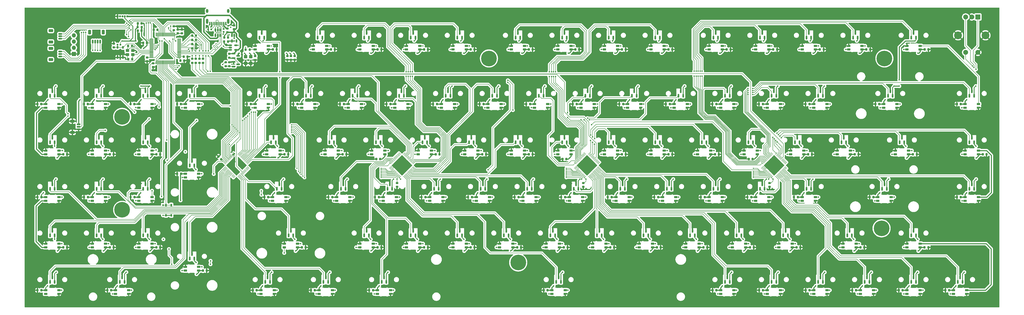
<source format=gbr>
%TF.GenerationSoftware,KiCad,Pcbnew,9.0.5*%
%TF.CreationDate,2026-01-11T09:40:31+07:00*%
%TF.ProjectId,MK98,4d4b3938-2e6b-4696-9361-645f70636258,rev?*%
%TF.SameCoordinates,Original*%
%TF.FileFunction,Copper,L2,Bot*%
%TF.FilePolarity,Positive*%
%FSLAX46Y46*%
G04 Gerber Fmt 4.6, Leading zero omitted, Abs format (unit mm)*
G04 Created by KiCad (PCBNEW 9.0.5) date 2026-01-11 09:40:31*
%MOMM*%
%LPD*%
G01*
G04 APERTURE LIST*
G04 Aperture macros list*
%AMRoundRect*
0 Rectangle with rounded corners*
0 $1 Rounding radius*
0 $2 $3 $4 $5 $6 $7 $8 $9 X,Y pos of 4 corners*
0 Add a 4 corners polygon primitive as box body*
4,1,4,$2,$3,$4,$5,$6,$7,$8,$9,$2,$3,0*
0 Add four circle primitives for the rounded corners*
1,1,$1+$1,$2,$3*
1,1,$1+$1,$4,$5*
1,1,$1+$1,$6,$7*
1,1,$1+$1,$8,$9*
0 Add four rect primitives between the rounded corners*
20,1,$1+$1,$2,$3,$4,$5,0*
20,1,$1+$1,$4,$5,$6,$7,0*
20,1,$1+$1,$6,$7,$8,$9,0*
20,1,$1+$1,$8,$9,$2,$3,0*%
%AMRotRect*
0 Rectangle, with rotation*
0 The origin of the aperture is its center*
0 $1 length*
0 $2 width*
0 $3 Rotation angle, in degrees counterclockwise*
0 Add horizontal line*
21,1,$1,$2,0,0,$3*%
%AMFreePoly0*
4,1,18,-0.410000,0.593000,-0.403758,0.624380,-0.385983,0.650983,-0.359380,0.668758,-0.328000,0.675000,0.328000,0.675000,0.359380,0.668758,0.385983,0.650983,0.403758,0.624380,0.410000,0.593000,0.410000,-0.593000,0.403758,-0.624380,0.385983,-0.650983,0.359380,-0.668758,0.328000,-0.675000,0.000000,-0.675000,-0.410000,-0.265000,-0.410000,0.593000,-0.410000,0.593000,$1*%
G04 Aperture macros list end*
%TA.AperFunction,ComponentPad*%
%ADD10C,0.800000*%
%TD*%
%TA.AperFunction,ComponentPad*%
%ADD11C,6.400000*%
%TD*%
%TA.AperFunction,ComponentPad*%
%ADD12R,1.700000X1.700000*%
%TD*%
%TA.AperFunction,ComponentPad*%
%ADD13O,1.700000X1.700000*%
%TD*%
%TA.AperFunction,ComponentPad*%
%ADD14R,2.000000X2.000000*%
%TD*%
%TA.AperFunction,ComponentPad*%
%ADD15C,2.000000*%
%TD*%
%TA.AperFunction,ComponentPad*%
%ADD16C,3.200000*%
%TD*%
%TA.AperFunction,ComponentPad*%
%ADD17R,0.850000X0.850000*%
%TD*%
%TA.AperFunction,ComponentPad*%
%ADD18C,0.850000*%
%TD*%
%TA.AperFunction,SMDPad,CuDef*%
%ADD19RoundRect,0.082000X-0.593000X0.328000X-0.593000X-0.328000X0.593000X-0.328000X0.593000X0.328000X0*%
%TD*%
%TA.AperFunction,SMDPad,CuDef*%
%ADD20FreePoly0,270.000000*%
%TD*%
%TA.AperFunction,SMDPad,CuDef*%
%ADD21RoundRect,0.082000X0.593000X-0.328000X0.593000X0.328000X-0.593000X0.328000X-0.593000X-0.328000X0*%
%TD*%
%TA.AperFunction,SMDPad,CuDef*%
%ADD22FreePoly0,90.000000*%
%TD*%
%TA.AperFunction,SMDPad,CuDef*%
%ADD23RoundRect,0.150000X-0.150000X-0.625000X0.150000X-0.625000X0.150000X0.625000X-0.150000X0.625000X0*%
%TD*%
%TA.AperFunction,SMDPad,CuDef*%
%ADD24RoundRect,0.250000X-0.350000X-0.650000X0.350000X-0.650000X0.350000X0.650000X-0.350000X0.650000X0*%
%TD*%
%TA.AperFunction,SMDPad,CuDef*%
%ADD25RoundRect,0.225000X0.225000X0.250000X-0.225000X0.250000X-0.225000X-0.250000X0.225000X-0.250000X0*%
%TD*%
%TA.AperFunction,SMDPad,CuDef*%
%ADD26RoundRect,0.150000X0.150000X-0.587500X0.150000X0.587500X-0.150000X0.587500X-0.150000X-0.587500X0*%
%TD*%
%TA.AperFunction,ComponentPad*%
%ADD27C,0.600000*%
%TD*%
%TA.AperFunction,SMDPad,CuDef*%
%ADD28RoundRect,0.250000X-0.445000X0.457500X-0.445000X-0.457500X0.445000X-0.457500X0.445000X0.457500X0*%
%TD*%
%TA.AperFunction,SMDPad,CuDef*%
%ADD29RoundRect,0.225000X-0.225000X-0.250000X0.225000X-0.250000X0.225000X0.250000X-0.225000X0.250000X0*%
%TD*%
%TA.AperFunction,SMDPad,CuDef*%
%ADD30RoundRect,0.200000X-0.275000X0.200000X-0.275000X-0.200000X0.275000X-0.200000X0.275000X0.200000X0*%
%TD*%
%TA.AperFunction,SMDPad,CuDef*%
%ADD31RoundRect,0.225000X0.250000X-0.225000X0.250000X0.225000X-0.250000X0.225000X-0.250000X-0.225000X0*%
%TD*%
%TA.AperFunction,SMDPad,CuDef*%
%ADD32RoundRect,0.150000X-0.512500X-0.150000X0.512500X-0.150000X0.512500X0.150000X-0.512500X0.150000X0*%
%TD*%
%TA.AperFunction,SMDPad,CuDef*%
%ADD33RoundRect,0.218750X0.256250X-0.218750X0.256250X0.218750X-0.256250X0.218750X-0.256250X-0.218750X0*%
%TD*%
%TA.AperFunction,SMDPad,CuDef*%
%ADD34RoundRect,0.160000X-0.160000X0.197500X-0.160000X-0.197500X0.160000X-0.197500X0.160000X0.197500X0*%
%TD*%
%TA.AperFunction,SMDPad,CuDef*%
%ADD35RoundRect,0.225000X-0.250000X0.225000X-0.250000X-0.225000X0.250000X-0.225000X0.250000X0.225000X0*%
%TD*%
%TA.AperFunction,SMDPad,CuDef*%
%ADD36R,0.700000X1.050013*%
%TD*%
%TA.AperFunction,SMDPad,CuDef*%
%ADD37RoundRect,0.150000X0.625000X-0.150000X0.625000X0.150000X-0.625000X0.150000X-0.625000X-0.150000X0*%
%TD*%
%TA.AperFunction,SMDPad,CuDef*%
%ADD38RoundRect,0.250000X0.650000X-0.350000X0.650000X0.350000X-0.650000X0.350000X-0.650000X-0.350000X0*%
%TD*%
%TA.AperFunction,SMDPad,CuDef*%
%ADD39RoundRect,0.150000X-0.150000X0.512500X-0.150000X-0.512500X0.150000X-0.512500X0.150000X0.512500X0*%
%TD*%
%TA.AperFunction,SMDPad,CuDef*%
%ADD40RoundRect,0.250000X-0.450000X-0.350000X0.450000X-0.350000X0.450000X0.350000X-0.450000X0.350000X0*%
%TD*%
%TA.AperFunction,SMDPad,CuDef*%
%ADD41RoundRect,0.150000X-0.587500X-0.150000X0.587500X-0.150000X0.587500X0.150000X-0.587500X0.150000X0*%
%TD*%
%TA.AperFunction,SMDPad,CuDef*%
%ADD42RoundRect,0.200000X-0.200000X-0.275000X0.200000X-0.275000X0.200000X0.275000X-0.200000X0.275000X0*%
%TD*%
%TA.AperFunction,SMDPad,CuDef*%
%ADD43RoundRect,0.160000X0.197500X0.160000X-0.197500X0.160000X-0.197500X-0.160000X0.197500X-0.160000X0*%
%TD*%
%TA.AperFunction,SMDPad,CuDef*%
%ADD44RoundRect,0.150000X-0.625000X0.150000X-0.625000X-0.150000X0.625000X-0.150000X0.625000X0.150000X0*%
%TD*%
%TA.AperFunction,SMDPad,CuDef*%
%ADD45RoundRect,0.250000X-0.650000X0.350000X-0.650000X-0.350000X0.650000X-0.350000X0.650000X0.350000X0*%
%TD*%
%TA.AperFunction,SMDPad,CuDef*%
%ADD46RoundRect,0.200000X0.275000X-0.200000X0.275000X0.200000X-0.275000X0.200000X-0.275000X-0.200000X0*%
%TD*%
%TA.AperFunction,SMDPad,CuDef*%
%ADD47RotRect,0.229400X1.161999X315.000000*%
%TD*%
%TA.AperFunction,SMDPad,CuDef*%
%ADD48RotRect,0.229400X1.161999X45.000000*%
%TD*%
%TA.AperFunction,SMDPad,CuDef*%
%ADD49RotRect,0.229400X1.161999X135.000000*%
%TD*%
%TA.AperFunction,SMDPad,CuDef*%
%ADD50RoundRect,0.075000X-0.700000X-0.075000X0.700000X-0.075000X0.700000X0.075000X-0.700000X0.075000X0*%
%TD*%
%TA.AperFunction,SMDPad,CuDef*%
%ADD51RoundRect,0.075000X-0.075000X-0.700000X0.075000X-0.700000X0.075000X0.700000X-0.075000X0.700000X0*%
%TD*%
%TA.AperFunction,SMDPad,CuDef*%
%ADD52RoundRect,0.225000X-0.335876X-0.017678X-0.017678X-0.335876X0.335876X0.017678X0.017678X0.335876X0*%
%TD*%
%TA.AperFunction,SMDPad,CuDef*%
%ADD53R,0.600000X1.450000*%
%TD*%
%TA.AperFunction,SMDPad,CuDef*%
%ADD54R,0.300000X1.450000*%
%TD*%
%TA.AperFunction,HeatsinkPad*%
%ADD55O,1.000000X1.600000*%
%TD*%
%TA.AperFunction,HeatsinkPad*%
%ADD56O,1.000000X2.100000*%
%TD*%
%TA.AperFunction,ViaPad*%
%ADD57C,0.600000*%
%TD*%
%TA.AperFunction,ViaPad*%
%ADD58C,0.500000*%
%TD*%
%TA.AperFunction,Conductor*%
%ADD59C,0.200000*%
%TD*%
%TA.AperFunction,Conductor*%
%ADD60C,0.250000*%
%TD*%
%TA.AperFunction,Conductor*%
%ADD61C,0.400000*%
%TD*%
%TA.AperFunction,Conductor*%
%ADD62C,0.300000*%
%TD*%
%TA.AperFunction,Conductor*%
%ADD63C,0.600000*%
%TD*%
%TA.AperFunction,Conductor*%
%ADD64C,0.700000*%
%TD*%
G04 APERTURE END LIST*
D10*
%TO.P,H3,1*%
%TO.N,N/C*%
X211882679Y-46475571D03*
X212585623Y-44778515D03*
X212585623Y-48172627D03*
X214282679Y-44075571D03*
D11*
X214282679Y-46475571D03*
D10*
X214282679Y-48875571D03*
X215979735Y-44778515D03*
X215979735Y-48172627D03*
X216682679Y-46475571D03*
%TD*%
D12*
%TO.P,J4,1,GND*%
%TO.N,GND*%
X44400000Y-44640000D03*
D13*
%TO.P,J4,2,VCC*%
%TO.N,+3V3*%
X44400000Y-42100000D03*
%TO.P,J4,3,SCL*%
%TO.N,SCL*%
X44400000Y-39560000D03*
%TO.P,J4,4,SDA*%
%TO.N,SDA*%
X44400000Y-37020000D03*
%TD*%
D10*
%TO.P,H2,1*%
%TO.N,N/C*%
X61785000Y-108425000D03*
X62487944Y-106727944D03*
X62487944Y-110122056D03*
X64185000Y-106025000D03*
D11*
X64185000Y-108425000D03*
D10*
X64185000Y-110825000D03*
X65882056Y-106727944D03*
X65882056Y-110122056D03*
X66585000Y-108425000D03*
%TD*%
%TO.P,H5,1*%
%TO.N,N/C*%
X373695424Y-46477450D03*
X374398368Y-44780394D03*
X374398368Y-48174506D03*
X376095424Y-44077450D03*
D11*
X376095424Y-46477450D03*
D10*
X376095424Y-48877450D03*
X377792480Y-44780394D03*
X377792480Y-48174506D03*
X378495424Y-46477450D03*
%TD*%
%TO.P,H6,1*%
%TO.N,N/C*%
X372550000Y-116022814D03*
X373252944Y-114325758D03*
X373252944Y-117719870D03*
X374950000Y-113622814D03*
D11*
X374950000Y-116022814D03*
D10*
X374950000Y-118422814D03*
X376647056Y-114325758D03*
X376647056Y-117719870D03*
X377350000Y-116022814D03*
%TD*%
%TO.P,H1,1*%
%TO.N,N/C*%
X61785000Y-70375000D03*
X62487944Y-68677944D03*
X62487944Y-72072056D03*
X64185000Y-67975000D03*
D11*
X64185000Y-70375000D03*
D10*
X64185000Y-72775000D03*
X65882056Y-68677944D03*
X65882056Y-72072056D03*
X66585000Y-70375000D03*
%TD*%
%TO.P,H4,1*%
%TO.N,N/C*%
X223860000Y-130000000D03*
X224562944Y-128302944D03*
X224562944Y-131697056D03*
X226260000Y-127600000D03*
D11*
X226260000Y-130000000D03*
D10*
X226260000Y-132400000D03*
X227957056Y-128302944D03*
X227957056Y-131697056D03*
X228660000Y-130000000D03*
%TD*%
D14*
%TO.P,ENC1,A,A*%
%TO.N,ENC_A*%
X414347719Y-29487475D03*
D15*
%TO.P,ENC1,B,B*%
%TO.N,ENC_B*%
X409347719Y-29487475D03*
%TO.P,ENC1,C,C*%
%TO.N,GND*%
X411847719Y-29487475D03*
D16*
%TO.P,ENC1,MP,MP*%
X417447719Y-36987475D03*
X406247719Y-36987475D03*
D15*
%TO.P,ENC1,S1,S1*%
%TO.N,ENC_SW*%
X409347719Y-43987475D03*
%TO.P,ENC1,S2,S2*%
%TO.N,GND*%
X414347719Y-43987475D03*
%TD*%
D17*
%TO.P,J3,1,Pin_1*%
%TO.N,GND*%
X62300000Y-29275000D03*
D18*
%TO.P,J3,2,Pin_2*%
%TO.N,JTCK-SWCLK*%
X63300000Y-29275000D03*
%TO.P,J3,3,Pin_3*%
%TO.N,JTMS-SWDIO*%
X64300001Y-29275000D03*
%TO.P,J3,4,Pin_4*%
%TO.N,+3V3*%
X65300000Y-29275000D03*
%TO.P,J3,5,Pin_5*%
%TO.N,+5V*%
X66300000Y-29275000D03*
%TD*%
D19*
%TO.P,LED38,1,VDD*%
%TO.N,+5V_LED*%
X152635000Y-85680000D03*
%TO.P,LED38,2,DOUT*%
%TO.N,Net-(LED38-DOUT)*%
X152635000Y-84180000D03*
%TO.P,LED38,3,DIN*%
%TO.N,Net-(LED37-DOUT)*%
X147185000Y-85680000D03*
D20*
%TO.P,LED38,4,VSS*%
%TO.N,GND*%
X147185000Y-84180000D03*
%TD*%
D21*
%TO.P,LED87,1,VDD*%
%TO.N,+5V_LED*%
X61460000Y-141330000D03*
%TO.P,LED87,2,DOUT*%
%TO.N,Net-(LED86-DIN)*%
X61460000Y-142830000D03*
%TO.P,LED87,3,DIN*%
%TO.N,Net-(LED87-DIN)*%
X66910000Y-141330000D03*
D22*
%TO.P,LED87,4,VSS*%
%TO.N,GND*%
X66910000Y-142830000D03*
%TD*%
D19*
%TO.P,LED10,1,VDD*%
%TO.N,+5V_LED*%
X309797500Y-42817500D03*
%TO.P,LED10,2,DOUT*%
%TO.N,Net-(LED10-DOUT)*%
X309797500Y-41317500D03*
%TO.P,LED10,3,DIN*%
%TO.N,Net-(LED10-DIN)*%
X304347500Y-42817500D03*
D20*
%TO.P,LED10,4,VSS*%
%TO.N,GND*%
X304347500Y-41317500D03*
%TD*%
D23*
%TO.P,J5,1,Pin_1*%
%TO.N,Net-(J5-Pin_1)*%
X52150000Y-39575000D03*
%TO.P,J5,2,Pin_2*%
%TO.N,Net-(J5-Pin_2)*%
X53150000Y-39575000D03*
%TO.P,J5,3,Pin_3*%
%TO.N,Net-(J5-Pin_3)*%
X54150000Y-39575000D03*
%TO.P,J5,4,Pin_4*%
%TO.N,Net-(J5-Pin_4)*%
X55150000Y-39575000D03*
D24*
%TO.P,J5,MP*%
%TO.N,N/C*%
X50850000Y-35700000D03*
X56450000Y-35700000D03*
%TD*%
D21*
%TO.P,LED59,1,VDD*%
%TO.N,+5V_LED*%
X209097500Y-103230000D03*
%TO.P,LED59,2,DOUT*%
%TO.N,Net-(LED58-DIN)*%
X209097500Y-104730000D03*
%TO.P,LED59,3,DIN*%
%TO.N,Net-(LED59-DIN)*%
X214547500Y-103230000D03*
D22*
%TO.P,LED59,4,VSS*%
%TO.N,GND*%
X214547500Y-104730000D03*
%TD*%
D25*
%TO.P,C29,1*%
%TO.N,+5V_LED*%
X307287500Y-65150000D03*
%TO.P,C29,2*%
%TO.N,GND*%
X305737500Y-65150000D03*
%TD*%
D26*
%TO.P,HE39,1,VCC*%
%TO.N,+3V3A*%
X169910000Y-80787500D03*
%TO.P,HE39,2,VOUT*%
%TO.N,/HE Sensor/HE39_W*%
X168010000Y-80787500D03*
%TO.P,HE39,3,GND*%
%TO.N,GND*%
X168960000Y-78912500D03*
D27*
X168960000Y-77550000D03*
%TD*%
D26*
%TO.P,HE5,1,VCC*%
%TO.N,+3V3A*%
X203247500Y-37925000D03*
%TO.P,HE5,2,VOUT*%
%TO.N,/HE Sensor/HE5_F4*%
X201347500Y-37925000D03*
%TO.P,HE5,3,GND*%
%TO.N,GND*%
X202297500Y-36050000D03*
D27*
X202297500Y-34687500D03*
%TD*%
D28*
%TO.P,C109,1*%
%TO.N,+5V_LED*%
X116850000Y-45790000D03*
%TO.P,C109,2*%
%TO.N,GND*%
X116850000Y-48495000D03*
%TD*%
D21*
%TO.P,LED68,1,VDD*%
%TO.N,+5V_LED*%
X409122500Y-103230000D03*
%TO.P,LED68,2,DOUT*%
%TO.N,Net-(LED67-DIN)*%
X409122500Y-104730000D03*
%TO.P,LED68,3,DIN*%
%TO.N,Net-(LED51-DOUT)*%
X414572500Y-103230000D03*
D22*
%TO.P,LED68,4,VSS*%
%TO.N,GND*%
X414572500Y-104730000D03*
%TD*%
D19*
%TO.P,LED47,1,VDD*%
%TO.N,+5V_LED*%
X324085000Y-85680000D03*
%TO.P,LED47,2,DOUT*%
%TO.N,Net-(LED47-DOUT)*%
X324085000Y-84180000D03*
%TO.P,LED47,3,DIN*%
%TO.N,Net-(LED46-DOUT)*%
X318635000Y-85680000D03*
D20*
%TO.P,LED47,4,VSS*%
%TO.N,GND*%
X318635000Y-84180000D03*
%TD*%
D25*
%TO.P,C28,1*%
%TO.N,+5V_LED*%
X288237500Y-65150000D03*
%TO.P,C28,2*%
%TO.N,GND*%
X286687500Y-65150000D03*
%TD*%
D21*
%TO.P,LED95,1,VDD*%
%TO.N,+5V_LED*%
X366260000Y-141330000D03*
%TO.P,LED95,2,DOUT*%
%TO.N,Net-(LED94-DIN)*%
X366260000Y-142830000D03*
%TO.P,LED95,3,DIN*%
%TO.N,Net-(LED95-DIN)*%
X371710000Y-141330000D03*
D22*
%TO.P,LED95,4,VSS*%
%TO.N,GND*%
X371710000Y-142830000D03*
%TD*%
D26*
%TO.P,HE67,1,VCC*%
%TO.N,+3V3A*%
X377078750Y-99837500D03*
%TO.P,HE67,2,VOUT*%
%TO.N,/HE Sensor/HE68_Enter*%
X375178750Y-99837500D03*
%TO.P,HE67,3,GND*%
%TO.N,GND*%
X376128750Y-97962500D03*
D27*
X376128750Y-96600000D03*
%TD*%
D21*
%TO.P,LED96,1,VDD*%
%TO.N,+5V_LED*%
X385310000Y-141330000D03*
%TO.P,LED96,2,DOUT*%
%TO.N,Net-(LED95-DIN)*%
X385310000Y-142830000D03*
%TO.P,LED96,3,DIN*%
%TO.N,Net-(LED96-DIN)*%
X390760000Y-141330000D03*
D22*
%TO.P,LED96,4,VSS*%
%TO.N,GND*%
X390760000Y-142830000D03*
%TD*%
D29*
%TO.P,C5,1*%
%TO.N,+5V_LED*%
X206807501Y-42820000D03*
%TO.P,C5,2*%
%TO.N,GND*%
X208357501Y-42820000D03*
%TD*%
D26*
%TO.P,HE49,1,VCC*%
%TO.N,+3V3A*%
X360410000Y-80787500D03*
%TO.P,HE49,2,VOUT*%
%TO.N,/HE Sensor/HE49_RightBracket*%
X358510000Y-80787500D03*
%TO.P,HE49,3,GND*%
%TO.N,GND*%
X359460000Y-78912500D03*
D27*
X359460000Y-77550000D03*
%TD*%
D30*
%TO.P,R4,1*%
%TO.N,Net-(U4-PC9)*%
X92860000Y-46620000D03*
%TO.P,R4,2*%
%TO.N,MUX1*%
X92860000Y-48270000D03*
%TD*%
D26*
%TO.P,HE28,1,VCC*%
%TO.N,+3V3A*%
X293735000Y-61737500D03*
%TO.P,HE28,2,VOUT*%
%TO.N,/HE Sensor/HE28_9*%
X291835000Y-61737500D03*
%TO.P,HE28,3,GND*%
%TO.N,GND*%
X292785000Y-59862500D03*
D27*
X292785000Y-58500000D03*
%TD*%
D26*
%TO.P,HE95,1,VCC*%
%TO.N,+3V3A*%
X369935000Y-137937500D03*
%TO.P,HE95,2,VOUT*%
%TO.N,/HE Sensor/HE96_ArrowLeft*%
X368035000Y-137937500D03*
%TO.P,HE95,3,GND*%
%TO.N,GND*%
X368985000Y-136062500D03*
D27*
X368985000Y-134700000D03*
%TD*%
D25*
%TO.P,C124,1*%
%TO.N,GND*%
X107512149Y-37892351D03*
%TO.P,C124,2*%
%TO.N,+5V*%
X105962149Y-37892351D03*
%TD*%
D31*
%TO.P,C114,1*%
%TO.N,+3V3*%
X88623857Y-36222815D03*
%TO.P,C114,2*%
%TO.N,GND*%
X88623857Y-34672815D03*
%TD*%
D26*
%TO.P,HE9,1,VCC*%
%TO.N,+3V3A*%
X284210000Y-37925000D03*
%TO.P,HE9,2,VOUT*%
%TO.N,/HE Sensor/HE9_F8*%
X282310000Y-37925000D03*
%TO.P,HE9,3,GND*%
%TO.N,GND*%
X283260000Y-36050000D03*
D27*
X283260000Y-34687500D03*
%TD*%
D19*
%TO.P,LED74,1,VDD*%
%TO.N,+5V_LED*%
X166922500Y-123780000D03*
%TO.P,LED74,2,DOUT*%
%TO.N,Net-(LED74-DOUT)*%
X166922500Y-122280000D03*
%TO.P,LED74,3,DIN*%
%TO.N,Net-(LED73-DOUT)*%
X161472500Y-123780000D03*
D20*
%TO.P,LED74,4,VSS*%
%TO.N,GND*%
X161472500Y-122280000D03*
%TD*%
D26*
%TO.P,HE64,1,VCC*%
%TO.N,+3V3A*%
X308022500Y-99837500D03*
%TO.P,HE64,2,VOUT*%
%TO.N,/HE Sensor/HE65_L*%
X306122500Y-99837500D03*
%TO.P,HE64,3,GND*%
%TO.N,GND*%
X307072500Y-97962500D03*
D27*
X307072500Y-96600000D03*
%TD*%
D25*
%TO.P,C24,1*%
%TO.N,+5V_LED*%
X212037500Y-65150000D03*
%TO.P,C24,2*%
%TO.N,GND*%
X210487500Y-65150000D03*
%TD*%
D32*
%TO.P,U2,1,~{OE}*%
%TO.N,GND*%
X108455000Y-42950000D03*
%TO.P,U2,2,A*%
%TO.N,3V_RGB*%
X108455000Y-42000001D03*
%TO.P,U2,3,GND*%
%TO.N,GND*%
X108455000Y-41050002D03*
%TO.P,U2,4,Y*%
%TO.N,5V_RGB_OUT*%
X110730000Y-41050002D03*
%TO.P,U2,5,VCC*%
%TO.N,+5V*%
X110730000Y-42950000D03*
%TD*%
D21*
%TO.P,LED26,1,VDD*%
%TO.N,+5V_LED*%
X251960000Y-65130000D03*
%TO.P,LED26,2,DOUT*%
%TO.N,Net-(LED25-DIN)*%
X251960000Y-66630000D03*
%TO.P,LED26,3,DIN*%
%TO.N,Net-(LED26-DIN)*%
X257410000Y-65130000D03*
D22*
%TO.P,LED26,4,VSS*%
%TO.N,GND*%
X257410000Y-66630000D03*
%TD*%
D19*
%TO.P,LED43,1,VDD*%
%TO.N,+5V_LED*%
X247885000Y-85680000D03*
%TO.P,LED43,2,DOUT*%
%TO.N,Net-(LED43-DOUT)*%
X247885000Y-84180000D03*
%TO.P,LED43,3,DIN*%
%TO.N,Net-(LED42-DOUT)*%
X242435000Y-85680000D03*
D20*
%TO.P,LED43,4,VSS*%
%TO.N,GND*%
X242435000Y-84180000D03*
%TD*%
D26*
%TO.P,HE59,1,VCC*%
%TO.N,+3V3A*%
X212772500Y-99837500D03*
%TO.P,HE59,2,VOUT*%
%TO.N,/HE Sensor/HE60_F*%
X210872500Y-99837500D03*
%TO.P,HE59,3,GND*%
%TO.N,GND*%
X211822500Y-97962500D03*
D27*
X211822500Y-96600000D03*
%TD*%
D26*
%TO.P,HE31,1,VCC*%
%TO.N,+3V3A*%
X350885000Y-61737500D03*
%TO.P,HE31,2,VOUT*%
%TO.N,/HE Sensor/HE31_Plus*%
X348985000Y-61737500D03*
%TO.P,HE31,3,GND*%
%TO.N,GND*%
X349935000Y-59862500D03*
D27*
X349935000Y-58500000D03*
%TD*%
D26*
%TO.P,HE23,1,VCC*%
%TO.N,+3V3A*%
X198485000Y-61737500D03*
%TO.P,HE23,2,VOUT*%
%TO.N,/HE Sensor/HE23_4*%
X196585000Y-61737500D03*
%TO.P,HE23,3,GND*%
%TO.N,GND*%
X197535000Y-59862500D03*
D27*
X197535000Y-58500000D03*
%TD*%
D26*
%TO.P,HE78,1,VCC*%
%TO.N,+3V3A*%
X241347500Y-118887500D03*
%TO.P,HE78,2,VOUT*%
%TO.N,/HE Sensor/HE78_B*%
X239447500Y-118887500D03*
%TO.P,HE78,3,GND*%
%TO.N,GND*%
X240397500Y-117012500D03*
D27*
X240397500Y-115650000D03*
%TD*%
D26*
%TO.P,HE35,1,VCC*%
%TO.N,+3V3A*%
X74660000Y-80787500D03*
%TO.P,HE35,2,VOUT*%
%TO.N,/HE Sensor/HE36_Num_3*%
X72760000Y-80787500D03*
%TO.P,HE35,3,GND*%
%TO.N,GND*%
X73710000Y-78912500D03*
D27*
X73710000Y-77550000D03*
%TD*%
D26*
%TO.P,HE7,1,VCC*%
%TO.N,+3V3A*%
X246110000Y-37925000D03*
%TO.P,HE7,2,VOUT*%
%TO.N,/HE Sensor/HE7_F6*%
X244210000Y-37925000D03*
%TO.P,HE7,3,GND*%
%TO.N,GND*%
X245160000Y-36050000D03*
D27*
X245160000Y-34687500D03*
%TD*%
D21*
%TO.P,LED19,1,VDD*%
%TO.N,+5V_LED*%
X118610000Y-65130000D03*
%TO.P,LED19,2,DOUT*%
%TO.N,Net-(LED18-DIN)*%
X118610000Y-66630000D03*
%TO.P,LED19,3,DIN*%
%TO.N,Net-(LED19-DIN)*%
X124060000Y-65130000D03*
D22*
%TO.P,LED19,4,VSS*%
%TO.N,GND*%
X124060000Y-66630000D03*
%TD*%
D19*
%TO.P,LED8,1,VDD*%
%TO.N,+5V_LED*%
X266935000Y-42817500D03*
%TO.P,LED8,2,DOUT*%
%TO.N,Net-(LED8-DOUT)*%
X266935000Y-41317500D03*
%TO.P,LED8,3,DIN*%
%TO.N,Net-(LED7-DOUT)*%
X261485000Y-42817500D03*
D20*
%TO.P,LED8,4,VSS*%
%TO.N,GND*%
X261485000Y-41317500D03*
%TD*%
D33*
%TO.P,F1,1*%
%TO.N,+5V*%
X107262149Y-35779852D03*
%TO.P,F1,2*%
%TO.N,Net-(F1-Pad2)*%
X107262149Y-34204850D03*
%TD*%
D26*
%TO.P,HE80,1,VCC*%
%TO.N,+3V3A*%
X279447500Y-118887500D03*
%TO.P,HE80,2,VOUT*%
%TO.N,/HE Sensor/HE80_M*%
X277547500Y-118887500D03*
%TO.P,HE80,3,GND*%
%TO.N,GND*%
X278497500Y-117012500D03*
D27*
X278497500Y-115650000D03*
%TD*%
D26*
%TO.P,HE63,1,VCC*%
%TO.N,+3V3A*%
X288972500Y-99837500D03*
%TO.P,HE63,2,VOUT*%
%TO.N,/HE Sensor/HE64_K*%
X287072500Y-99837500D03*
%TO.P,HE63,3,GND*%
%TO.N,GND*%
X288022500Y-97962500D03*
D27*
X288022500Y-96600000D03*
%TD*%
D26*
%TO.P,HE17,1,VCC*%
%TO.N,+3V3A*%
X74660000Y-61737500D03*
%TO.P,HE17,2,VOUT*%
%TO.N,/HE Sensor/HE16_Num_Star*%
X72760000Y-61737500D03*
%TO.P,HE17,3,GND*%
%TO.N,GND*%
X73710000Y-59862500D03*
D27*
X73710000Y-58500000D03*
%TD*%
D29*
%TO.P,C41,1*%
%TO.N,+5V_LED*%
X211571974Y-85674911D03*
%TO.P,C41,2*%
%TO.N,GND*%
X213121974Y-85674911D03*
%TD*%
D34*
%TO.P,R9,1*%
%TO.N,Net-(J1-CC2)*%
X105732149Y-34387351D03*
%TO.P,R9,2*%
%TO.N,GND*%
X105732149Y-35582351D03*
%TD*%
D35*
%TO.P,C101,1*%
%TO.N,+5V_LED*%
X134750000Y-45460000D03*
%TO.P,C101,2*%
%TO.N,GND*%
X134750000Y-47010000D03*
%TD*%
D26*
%TO.P,HE10,1,VCC*%
%TO.N,+3V3A*%
X308022500Y-37925000D03*
%TO.P,HE10,2,VOUT*%
%TO.N,/HE Sensor/HE10_F9*%
X306122500Y-37925000D03*
%TO.P,HE10,3,GND*%
%TO.N,GND*%
X307072500Y-36050000D03*
D27*
X307072500Y-34687500D03*
%TD*%
D26*
%TO.P,HE25,1,VCC*%
%TO.N,+3V3A*%
X236585000Y-61737500D03*
%TO.P,HE25,2,VOUT*%
%TO.N,/HE Sensor/HE25_6*%
X234685000Y-61737500D03*
%TO.P,HE25,3,GND*%
%TO.N,GND*%
X235635000Y-59862500D03*
D27*
X235635000Y-58500000D03*
%TD*%
D19*
%TO.P,LED50,1,VDD*%
%TO.N,+5V_LED*%
X385997500Y-85680000D03*
%TO.P,LED50,2,DOUT*%
%TO.N,Net-(LED50-DOUT)*%
X385997500Y-84180000D03*
%TO.P,LED50,3,DIN*%
%TO.N,Net-(LED49-DOUT)*%
X380547500Y-85680000D03*
D20*
%TO.P,LED50,4,VSS*%
%TO.N,GND*%
X380547500Y-84180000D03*
%TD*%
D19*
%TO.P,LED48,1,VDD*%
%TO.N,+5V_LED*%
X343135000Y-85680000D03*
%TO.P,LED48,2,DOUT*%
%TO.N,Net-(LED48-DOUT)*%
X343135000Y-84180000D03*
%TO.P,LED48,3,DIN*%
%TO.N,Net-(LED47-DOUT)*%
X337685000Y-85680000D03*
D20*
%TO.P,LED48,4,VSS*%
%TO.N,GND*%
X337685000Y-84180000D03*
%TD*%
D36*
%TO.P,RST_BTN1,1,1*%
%TO.N,/NRST*%
X62325070Y-41899924D03*
%TO.P,RST_BTN1,2,2*%
%TO.N,GND*%
X62325070Y-46100076D03*
%TO.P,RST_BTN1,3,3*%
%TO.N,/NRST*%
X64474930Y-41899924D03*
%TO.P,RST_BTN1,4,4*%
%TO.N,GND*%
X64474930Y-46100076D03*
%TD*%
D30*
%TO.P,R2,1*%
%TO.N,/GP23_LED_EN*%
X106550000Y-48010000D03*
%TO.P,R2,2*%
%TO.N,/LED_GATE*%
X106550000Y-49660000D03*
%TD*%
D25*
%TO.P,C115,1*%
%TO.N,+3V3*%
X78650000Y-34775000D03*
%TO.P,C115,2*%
%TO.N,GND*%
X77100000Y-34775000D03*
%TD*%
D29*
%TO.P,C69,1*%
%TO.N,+5V_LED*%
X40115000Y-123790000D03*
%TO.P,C69,2*%
%TO.N,GND*%
X41665000Y-123790000D03*
%TD*%
D25*
%TO.P,C15,1*%
%TO.N,+5V_LED*%
X31062500Y-65150000D03*
%TO.P,C15,2*%
%TO.N,GND*%
X29512500Y-65150000D03*
%TD*%
D37*
%TO.P,J6,1,Pin_1*%
%TO.N,Net-(J6-Pin_1)*%
X38875000Y-45625000D03*
%TO.P,J6,2,Pin_2*%
%TO.N,Net-(J6-Pin_2)*%
X38875001Y-44625000D03*
%TO.P,J6,3,Pin_3*%
%TO.N,Net-(J6-Pin_3)*%
X38875000Y-43625000D03*
D38*
%TO.P,J6,MP*%
%TO.N,N/C*%
X35000000Y-46925000D03*
X35000000Y-42325000D03*
%TD*%
D26*
%TO.P,HE92,1,VCC*%
%TO.N,+3V3A*%
X312785000Y-137937500D03*
%TO.P,HE92,2,VOUT*%
%TO.N,/HE Sensor/HE93_RightAlt*%
X310885000Y-137937500D03*
%TO.P,HE92,3,GND*%
%TO.N,GND*%
X311835000Y-136062500D03*
D27*
X311835000Y-134700000D03*
%TD*%
D29*
%TO.P,C80,1*%
%TO.N,+5V_LED*%
X283002500Y-123790000D03*
%TO.P,C80,2*%
%TO.N,GND*%
X284552500Y-123790000D03*
%TD*%
%TO.P,C42,1*%
%TO.N,+5V_LED*%
X230621974Y-85674911D03*
%TO.P,C42,2*%
%TO.N,GND*%
X232171974Y-85674911D03*
%TD*%
D26*
%TO.P,HE14,1,VCC*%
%TO.N,+3V3A*%
X388985000Y-37925000D03*
%TO.P,HE14,2,VOUT*%
%TO.N,/HE Sensor/HE14_PrtSc*%
X387085000Y-37925000D03*
%TO.P,HE14,3,GND*%
%TO.N,GND*%
X388035000Y-36050000D03*
D27*
X388035000Y-34687500D03*
%TD*%
D26*
%TO.P,HE79,1,VCC*%
%TO.N,+3V3A*%
X260397500Y-118887500D03*
%TO.P,HE79,2,VOUT*%
%TO.N,/HE Sensor/HE79_N*%
X258497500Y-118887500D03*
%TO.P,HE79,3,GND*%
%TO.N,GND*%
X259447500Y-117012500D03*
D27*
X259447500Y-115650000D03*
%TD*%
D39*
%TO.P,U3,1,I/O1*%
%TO.N,D+in*%
X102370575Y-34784171D03*
%TO.P,U3,2,GND*%
%TO.N,GND*%
X103320574Y-34784171D03*
%TO.P,U3,3,I/O2*%
%TO.N,D-in*%
X104270573Y-34784171D03*
%TO.P,U3,4,I/O2*%
%TO.N,D-out*%
X104270573Y-37059171D03*
%TO.P,U3,5,VBUS*%
%TO.N,+5V*%
X103320574Y-37059171D03*
%TO.P,U3,6,I/O1*%
%TO.N,D+out*%
X102370575Y-37059171D03*
%TD*%
D25*
%TO.P,C32,1*%
%TO.N,+5V_LED*%
X373962500Y-65150000D03*
%TO.P,C32,2*%
%TO.N,GND*%
X372412500Y-65150000D03*
%TD*%
D21*
%TO.P,LED61,1,VDD*%
%TO.N,+5V_LED*%
X247197500Y-103230000D03*
%TO.P,LED61,2,DOUT*%
%TO.N,Net-(LED60-DIN)*%
X247197500Y-104730000D03*
%TO.P,LED61,3,DIN*%
%TO.N,Net-(LED61-DIN)*%
X252647500Y-103230000D03*
D22*
%TO.P,LED61,4,VSS*%
%TO.N,GND*%
X252647500Y-104730000D03*
%TD*%
D25*
%TO.P,C120,1*%
%TO.N,+3V3A*%
X74325000Y-40075000D03*
%TO.P,C120,2*%
%TO.N,GND*%
X72775000Y-40075000D03*
%TD*%
D21*
%TO.P,LED63,1,VDD*%
%TO.N,+5V_LED*%
X285297500Y-103230000D03*
%TO.P,LED63,2,DOUT*%
%TO.N,Net-(LED62-DIN)*%
X285297500Y-104730000D03*
%TO.P,LED63,3,DIN*%
%TO.N,Net-(LED63-DIN)*%
X290747500Y-103230000D03*
D22*
%TO.P,LED63,4,VSS*%
%TO.N,GND*%
X290747500Y-104730000D03*
%TD*%
D26*
%TO.P,HE36,1,VCC*%
%TO.N,+3V3A*%
X93710000Y-90312500D03*
%TO.P,HE36,2,VOUT*%
%TO.N,/HE Sensor/HE52_Num_Plus*%
X91810000Y-90312500D03*
%TO.P,HE36,3,GND*%
%TO.N,GND*%
X92760000Y-88437500D03*
D27*
X92760000Y-87075000D03*
%TD*%
D19*
%TO.P,LED46,1,VDD*%
%TO.N,+5V_LED*%
X305035000Y-85680000D03*
%TO.P,LED46,2,DOUT*%
%TO.N,Net-(LED46-DOUT)*%
X305035000Y-84180000D03*
%TO.P,LED46,3,DIN*%
%TO.N,Net-(LED45-DOUT)*%
X299585000Y-85680000D03*
D20*
%TO.P,LED46,4,VSS*%
%TO.N,GND*%
X299585000Y-84180000D03*
%TD*%
D29*
%TO.P,C10,1*%
%TO.N,+5V_LED*%
X311582501Y-42820000D03*
%TO.P,C10,2*%
%TO.N,GND*%
X313132501Y-42820000D03*
%TD*%
D19*
%TO.P,LED1,1,VDD*%
%TO.N,+5V_LED*%
X124060000Y-42817500D03*
%TO.P,LED1,2,DOUT*%
%TO.N,Net-(LED1-DOUT)*%
X124060000Y-41317500D03*
%TO.P,LED1,3,DIN*%
%TO.N,Net-(LED1-DIN)*%
X118610000Y-42817500D03*
D20*
%TO.P,LED1,4,VSS*%
%TO.N,GND*%
X118610000Y-41317500D03*
%TD*%
D19*
%TO.P,LED11,1,VDD*%
%TO.N,+5V_LED*%
X328847500Y-42817500D03*
%TO.P,LED11,2,DOUT*%
%TO.N,Net-(LED11-DOUT)*%
X328847500Y-41317500D03*
%TO.P,LED11,3,DIN*%
%TO.N,Net-(LED10-DOUT)*%
X323397500Y-42817500D03*
D20*
%TO.P,LED11,4,VSS*%
%TO.N,GND*%
X323397500Y-41317500D03*
%TD*%
D28*
%TO.P,C108,1*%
%TO.N,+5V_LED*%
X114730000Y-45787500D03*
%TO.P,C108,2*%
%TO.N,GND*%
X114730000Y-48492500D03*
%TD*%
D19*
%TO.P,LED6,1,VDD*%
%TO.N,+5V_LED*%
X228835000Y-42817500D03*
%TO.P,LED6,2,DOUT*%
%TO.N,Net-(LED6-DOUT)*%
X228835000Y-41317500D03*
%TO.P,LED6,3,DIN*%
%TO.N,Net-(LED5-DOUT)*%
X223385000Y-42817500D03*
D20*
%TO.P,LED6,4,VSS*%
%TO.N,GND*%
X223385000Y-41317500D03*
%TD*%
D21*
%TO.P,LED22,1,VDD*%
%TO.N,+5V_LED*%
X175760000Y-65130000D03*
%TO.P,LED22,2,DOUT*%
%TO.N,Net-(LED21-DIN)*%
X175760000Y-66630000D03*
%TO.P,LED22,3,DIN*%
%TO.N,Net-(LED22-DIN)*%
X181210000Y-65130000D03*
D22*
%TO.P,LED22,4,VSS*%
%TO.N,GND*%
X181210000Y-66630000D03*
%TD*%
D26*
%TO.P,HE40,1,VCC*%
%TO.N,+3V3A*%
X188960000Y-80787500D03*
%TO.P,HE40,2,VOUT*%
%TO.N,/HE Sensor/HE40_E*%
X187060000Y-80787500D03*
%TO.P,HE40,3,GND*%
%TO.N,GND*%
X188010000Y-78912500D03*
D27*
X188010000Y-77550000D03*
%TD*%
D26*
%TO.P,HE12,1,VCC*%
%TO.N,+3V3A*%
X346122500Y-37925000D03*
%TO.P,HE12,2,VOUT*%
%TO.N,/HE Sensor/HE12_F11*%
X344222500Y-37925000D03*
%TO.P,HE12,3,GND*%
%TO.N,GND*%
X345172500Y-36050000D03*
D27*
X345172500Y-34687500D03*
%TD*%
D35*
%TO.P,C117,1*%
%TO.N,+3V3*%
X76859771Y-48436890D03*
%TO.P,C117,2*%
%TO.N,GND*%
X76859771Y-49986890D03*
%TD*%
D26*
%TO.P,HE82,1,VCC*%
%TO.N,+3V3A*%
X317547500Y-118887500D03*
%TO.P,HE82,2,VOUT*%
%TO.N,/HE Sensor/HE82_Dot*%
X315647500Y-118887500D03*
%TO.P,HE82,3,GND*%
%TO.N,GND*%
X316597500Y-117012500D03*
D27*
X316597500Y-115650000D03*
%TD*%
D19*
%TO.P,LED71,1,VDD*%
%TO.N,+5V_LED*%
X76435000Y-123780000D03*
%TO.P,LED71,2,DOUT*%
%TO.N,Net-(LED71-DOUT)*%
X76435000Y-122280000D03*
%TO.P,LED71,3,DIN*%
%TO.N,Net-(LED70-DOUT)*%
X70985000Y-123780000D03*
D20*
%TO.P,LED71,4,VSS*%
%TO.N,GND*%
X70985000Y-122280000D03*
%TD*%
D25*
%TO.P,C25,1*%
%TO.N,+5V_LED*%
X231087500Y-65150000D03*
%TO.P,C25,2*%
%TO.N,GND*%
X229537500Y-65150000D03*
%TD*%
D21*
%TO.P,LED88,1,VDD*%
%TO.N,+5V_LED*%
X120991250Y-141330000D03*
%TO.P,LED88,2,DOUT*%
%TO.N,Net-(LED87-DIN)*%
X120991250Y-142830000D03*
%TO.P,LED88,3,DIN*%
%TO.N,Net-(LED88-DIN)*%
X126441250Y-141330000D03*
D22*
%TO.P,LED88,4,VSS*%
%TO.N,GND*%
X126441250Y-142830000D03*
%TD*%
D29*
%TO.P,C112,1*%
%TO.N,Net-(U4-PC7)*%
X92860000Y-38876289D03*
%TO.P,C112,2*%
%TO.N,GND*%
X94410000Y-38876289D03*
%TD*%
D21*
%TO.P,LED86,1,VDD*%
%TO.N,+5V_LED*%
X32885000Y-141330000D03*
%TO.P,LED86,2,DOUT*%
%TO.N,unconnected-(LED86-DOUT-Pad2)*%
X32885000Y-142830000D03*
%TO.P,LED86,3,DIN*%
%TO.N,Net-(LED86-DIN)*%
X38335000Y-141330000D03*
D22*
%TO.P,LED86,4,VSS*%
%TO.N,GND*%
X38335000Y-142830000D03*
%TD*%
D25*
%TO.P,C21,1*%
%TO.N,+5V_LED*%
X154887500Y-65150000D03*
%TO.P,C21,2*%
%TO.N,GND*%
X153337500Y-65150000D03*
%TD*%
D26*
%TO.P,HE88,1,VCC*%
%TO.N,+3V3A*%
X124666250Y-137937500D03*
%TO.P,HE88,2,VOUT*%
%TO.N,/HE Sensor/HE89_LeftCtrl*%
X122766250Y-137937500D03*
%TO.P,HE88,3,GND*%
%TO.N,GND*%
X123716250Y-136062500D03*
D27*
X123716250Y-134700000D03*
%TD*%
D29*
%TO.P,C6,1*%
%TO.N,+5V_LED*%
X230620000Y-42820000D03*
%TO.P,C6,2*%
%TO.N,GND*%
X232170000Y-42820000D03*
%TD*%
%TO.P,C8,1*%
%TO.N,+5V_LED*%
X268720001Y-42820000D03*
%TO.P,C8,2*%
%TO.N,GND*%
X270270001Y-42820000D03*
%TD*%
%TO.P,C48,1*%
%TO.N,+5V_LED*%
X344921974Y-85674911D03*
%TO.P,C48,2*%
%TO.N,GND*%
X346471974Y-85674911D03*
%TD*%
D26*
%TO.P,HE29,1,VCC*%
%TO.N,+3V3A*%
X312785000Y-61737500D03*
%TO.P,HE29,2,VOUT*%
%TO.N,/HE Sensor/HE29_0*%
X310885000Y-61737500D03*
%TO.P,HE29,3,GND*%
%TO.N,GND*%
X311835000Y-59862500D03*
D27*
X311835000Y-58500000D03*
%TD*%
D26*
%TO.P,HE42,1,VCC*%
%TO.N,+3V3A*%
X227060000Y-80787500D03*
%TO.P,HE42,2,VOUT*%
%TO.N,/HE Sensor/HE42_T*%
X225160000Y-80787500D03*
%TO.P,HE42,3,GND*%
%TO.N,GND*%
X226110000Y-78912500D03*
D27*
X226110000Y-77550000D03*
%TD*%
D29*
%TO.P,C76,1*%
%TO.N,+5V_LED*%
X206802500Y-123790000D03*
%TO.P,C76,2*%
%TO.N,GND*%
X208352500Y-123790000D03*
%TD*%
D25*
%TO.P,C90,1*%
%TO.N,+5V_LED*%
X166831250Y-141370000D03*
%TO.P,C90,2*%
%TO.N,GND*%
X165281250Y-141370000D03*
%TD*%
D29*
%TO.P,C4,1*%
%TO.N,+5V_LED*%
X187757501Y-42820000D03*
%TO.P,C4,2*%
%TO.N,GND*%
X189307501Y-42820000D03*
%TD*%
D21*
%TO.P,LED64,1,VDD*%
%TO.N,+5V_LED*%
X304347500Y-103230000D03*
%TO.P,LED64,2,DOUT*%
%TO.N,Net-(LED63-DIN)*%
X304347500Y-104730000D03*
%TO.P,LED64,3,DIN*%
%TO.N,Net-(LED64-DIN)*%
X309797500Y-103230000D03*
D22*
%TO.P,LED64,4,VSS*%
%TO.N,GND*%
X309797500Y-104730000D03*
%TD*%
D29*
%TO.P,C51,1*%
%TO.N,+5V_LED*%
X416359474Y-85674911D03*
%TO.P,C51,2*%
%TO.N,GND*%
X417909474Y-85674911D03*
%TD*%
D21*
%TO.P,LED58,1,VDD*%
%TO.N,+5V_LED*%
X190047500Y-103230000D03*
%TO.P,LED58,2,DOUT*%
%TO.N,Net-(LED57-DIN)*%
X190047500Y-104730000D03*
%TO.P,LED58,3,DIN*%
%TO.N,Net-(LED58-DIN)*%
X195497500Y-103230000D03*
D22*
%TO.P,LED58,4,VSS*%
%TO.N,GND*%
X195497500Y-104730000D03*
%TD*%
D21*
%TO.P,LED32,1,VDD*%
%TO.N,+5V_LED*%
X375785000Y-65130000D03*
%TO.P,LED32,2,DOUT*%
%TO.N,Net-(LED31-DIN)*%
X375785000Y-66630000D03*
%TO.P,LED32,3,DIN*%
%TO.N,Net-(LED32-DIN)*%
X381235000Y-65130000D03*
D22*
%TO.P,LED32,4,VSS*%
%TO.N,GND*%
X381235000Y-66630000D03*
%TD*%
D25*
%TO.P,C23,1*%
%TO.N,+5V_LED*%
X192987500Y-65150000D03*
%TO.P,C23,2*%
%TO.N,GND*%
X191437500Y-65150000D03*
%TD*%
D34*
%TO.P,R11,1*%
%TO.N,GND*%
X80890000Y-105322500D03*
%TO.P,R11,2*%
%TO.N,/BOOT0*%
X80890000Y-106517500D03*
%TD*%
D19*
%TO.P,LED73,1,VDD*%
%TO.N,+5V_LED*%
X135966250Y-123780000D03*
%TO.P,LED73,2,DOUT*%
%TO.N,Net-(LED73-DOUT)*%
X135966250Y-122280000D03*
%TO.P,LED73,3,DIN*%
%TO.N,Net-(LED72-DOUT)*%
X130516250Y-123780000D03*
D20*
%TO.P,LED73,4,VSS*%
%TO.N,GND*%
X130516250Y-122280000D03*
%TD*%
D26*
%TO.P,HE68,1,VCC*%
%TO.N,+3V3A*%
X412797500Y-99837500D03*
%TO.P,HE68,2,VOUT*%
%TO.N,/HE Sensor/HE69_PgDn*%
X410897500Y-99837500D03*
%TO.P,HE68,3,GND*%
%TO.N,GND*%
X411847500Y-97962500D03*
D27*
X411847500Y-96600000D03*
%TD*%
D19*
%TO.P,LED39,1,VDD*%
%TO.N,+5V_LED*%
X171685000Y-85680000D03*
%TO.P,LED39,2,DOUT*%
%TO.N,Net-(LED39-DOUT)*%
X171685000Y-84180000D03*
%TO.P,LED39,3,DIN*%
%TO.N,Net-(LED38-DOUT)*%
X166235000Y-85680000D03*
D20*
%TO.P,LED39,4,VSS*%
%TO.N,GND*%
X166235000Y-84180000D03*
%TD*%
D29*
%TO.P,C82,1*%
%TO.N,+5V_LED*%
X321102500Y-123790000D03*
%TO.P,C82,2*%
%TO.N,GND*%
X322652500Y-123790000D03*
%TD*%
D30*
%TO.P,R6,1*%
%TO.N,Net-(U4-PC7)*%
X95813333Y-46620000D03*
%TO.P,R6,2*%
%TO.N,MUX3*%
X95813333Y-48270000D03*
%TD*%
D25*
%TO.P,C55,1*%
%TO.N,+5V_LED*%
X123968750Y-103230000D03*
%TO.P,C55,2*%
%TO.N,GND*%
X122418750Y-103230000D03*
%TD*%
D19*
%TO.P,LED44,1,VDD*%
%TO.N,+5V_LED*%
X266935000Y-85680000D03*
%TO.P,LED44,2,DOUT*%
%TO.N,Net-(LED44-DOUT)*%
X266935000Y-84180000D03*
%TO.P,LED44,3,DIN*%
%TO.N,Net-(LED43-DOUT)*%
X261485000Y-85680000D03*
D20*
%TO.P,LED44,4,VSS*%
%TO.N,GND*%
X261485000Y-84180000D03*
%TD*%
D40*
%TO.P,Y1,1,1*%
%TO.N,Net-(U4-PH1)*%
X66326719Y-43226475D03*
%TO.P,Y1,2,2*%
%TO.N,GND*%
X68526719Y-43226475D03*
%TO.P,Y1,3,3*%
%TO.N,Net-(U4-PH0)*%
X68526719Y-44926475D03*
%TO.P,Y1,4,4*%
%TO.N,GND*%
X66326719Y-44926475D03*
%TD*%
D25*
%TO.P,C58,1*%
%TO.N,+5V_LED*%
X188262500Y-103230000D03*
%TO.P,C58,2*%
%TO.N,GND*%
X186712500Y-103230000D03*
%TD*%
%TO.P,C53,1*%
%TO.N,+5V_LED*%
X50150000Y-103230000D03*
%TO.P,C53,2*%
%TO.N,GND*%
X48600000Y-103230000D03*
%TD*%
D21*
%TO.P,LED24,1,VDD*%
%TO.N,+5V_LED*%
X213860000Y-65130000D03*
%TO.P,LED24,2,DOUT*%
%TO.N,Net-(LED23-DIN)*%
X213860000Y-66630000D03*
%TO.P,LED24,3,DIN*%
%TO.N,Net-(LED24-DIN)*%
X219310000Y-65130000D03*
D22*
%TO.P,LED24,4,VSS*%
%TO.N,GND*%
X219310000Y-66630000D03*
%TD*%
D26*
%TO.P,HE61,1,VCC*%
%TO.N,+3V3A*%
X250872500Y-99837500D03*
%TO.P,HE61,2,VOUT*%
%TO.N,/HE Sensor/HE62_H*%
X248972500Y-99837500D03*
%TO.P,HE61,3,GND*%
%TO.N,GND*%
X249922500Y-97962500D03*
D27*
X249922500Y-96600000D03*
%TD*%
D29*
%TO.P,C7,1*%
%TO.N,+5V_LED*%
X249670002Y-42820000D03*
%TO.P,C7,2*%
%TO.N,GND*%
X251220002Y-42820000D03*
%TD*%
D25*
%TO.P,C88,1*%
%TO.N,+5V_LED*%
X119206250Y-141370000D03*
%TO.P,C88,2*%
%TO.N,GND*%
X117656250Y-141370000D03*
%TD*%
D41*
%TO.P,Q2,1,G*%
%TO.N,/LED_GATE*%
X109815000Y-49790001D03*
%TO.P,Q2,2,S*%
%TO.N,GND*%
X109815000Y-47890001D03*
%TO.P,Q2,3,D*%
%TO.N,/P_GATE_5V*%
X111690001Y-48840001D03*
%TD*%
D25*
%TO.P,C97,1*%
%TO.N,+5V_LED*%
X402575000Y-141370000D03*
%TO.P,C97,2*%
%TO.N,GND*%
X401025000Y-141370000D03*
%TD*%
D21*
%TO.P,LED52,1,VDD*%
%TO.N,+5V_LED*%
X32885000Y-103230000D03*
%TO.P,LED52,2,DOUT*%
%TO.N,Net-(LED52-DOUT)*%
X32885000Y-104730000D03*
%TO.P,LED52,3,DIN*%
%TO.N,Net-(LED52-DIN)*%
X38335000Y-103230000D03*
D22*
%TO.P,LED52,4,VSS*%
%TO.N,GND*%
X38335000Y-104730000D03*
%TD*%
D26*
%TO.P,HE75,1,VCC*%
%TO.N,+3V3A*%
X184197500Y-118887500D03*
%TO.P,HE75,2,VOUT*%
%TO.N,/HE Sensor/HE75_X*%
X182297500Y-118887500D03*
%TO.P,HE75,3,GND*%
%TO.N,GND*%
X183247500Y-117012500D03*
D27*
X183247500Y-115650000D03*
%TD*%
D26*
%TO.P,HE43,1,VCC*%
%TO.N,+3V3A*%
X246110000Y-80787500D03*
%TO.P,HE43,2,VOUT*%
%TO.N,/HE Sensor/HE43_Y*%
X244210000Y-80787500D03*
%TO.P,HE43,3,GND*%
%TO.N,GND*%
X245160000Y-78912500D03*
D27*
X245160000Y-77550000D03*
%TD*%
D21*
%TO.P,LED21,1,VDD*%
%TO.N,+5V_LED*%
X156710000Y-65130000D03*
%TO.P,LED21,2,DOUT*%
%TO.N,Net-(LED20-DIN)*%
X156710000Y-66630000D03*
%TO.P,LED21,3,DIN*%
%TO.N,Net-(LED21-DIN)*%
X162160000Y-65130000D03*
D22*
%TO.P,LED21,4,VSS*%
%TO.N,GND*%
X162160000Y-66630000D03*
%TD*%
D26*
%TO.P,HE74,1,VCC*%
%TO.N,+3V3A*%
X165147500Y-118887500D03*
%TO.P,HE74,2,VOUT*%
%TO.N,/HE Sensor/HE74_Z*%
X163247500Y-118887500D03*
%TO.P,HE74,3,GND*%
%TO.N,GND*%
X164197500Y-117012500D03*
D27*
X164197500Y-115650000D03*
%TD*%
D29*
%TO.P,C118,1*%
%TO.N,+3V3*%
X87995528Y-47368461D03*
%TO.P,C118,2*%
%TO.N,GND*%
X89545528Y-47368461D03*
%TD*%
D21*
%TO.P,LED65,1,VDD*%
%TO.N,+5V_LED*%
X323397500Y-103230000D03*
%TO.P,LED65,2,DOUT*%
%TO.N,Net-(LED64-DIN)*%
X323397500Y-104730000D03*
%TO.P,LED65,3,DIN*%
%TO.N,Net-(LED65-DIN)*%
X328847500Y-103230000D03*
D22*
%TO.P,LED65,4,VSS*%
%TO.N,GND*%
X328847500Y-104730000D03*
%TD*%
D25*
%TO.P,C20,1*%
%TO.N,+5V_LED*%
X135837500Y-65150000D03*
%TO.P,C20,2*%
%TO.N,GND*%
X134287500Y-65150000D03*
%TD*%
D19*
%TO.P,LED76,1,VDD*%
%TO.N,+5V_LED*%
X205022500Y-123780000D03*
%TO.P,LED76,2,DOUT*%
%TO.N,Net-(LED76-DOUT)*%
X205022500Y-122280000D03*
%TO.P,LED76,3,DIN*%
%TO.N,Net-(LED75-DOUT)*%
X199572500Y-123780000D03*
D20*
%TO.P,LED76,4,VSS*%
%TO.N,GND*%
X199572500Y-122280000D03*
%TD*%
D31*
%TO.P,C128,1*%
%TO.N,GND*%
X252916719Y-99021475D03*
%TO.P,C128,2*%
%TO.N,+3V3A*%
X252916719Y-97471475D03*
%TD*%
D29*
%TO.P,C77,1*%
%TO.N,+5V_LED*%
X225852500Y-123790000D03*
%TO.P,C77,2*%
%TO.N,GND*%
X227402500Y-123790000D03*
%TD*%
D21*
%TO.P,LED16,1,VDD*%
%TO.N,+5V_LED*%
X51935000Y-65130000D03*
%TO.P,LED16,2,DOUT*%
%TO.N,Net-(LED15-DIN)*%
X51935000Y-66630000D03*
%TO.P,LED16,3,DIN*%
%TO.N,Net-(LED16-DIN)*%
X57385000Y-65130000D03*
D22*
%TO.P,LED16,4,VSS*%
%TO.N,GND*%
X57385000Y-66630000D03*
%TD*%
D29*
%TO.P,C122,1*%
%TO.N,GND*%
X66725247Y-46805907D03*
%TO.P,C122,2*%
%TO.N,Net-(U4-PH0)*%
X68275247Y-46805907D03*
%TD*%
D26*
%TO.P,HE4,1,VCC*%
%TO.N,+3V3A*%
X184197500Y-37925000D03*
%TO.P,HE4,2,VOUT*%
%TO.N,/HE Sensor/HE4_F3*%
X182297500Y-37925000D03*
%TO.P,HE4,3,GND*%
%TO.N,GND*%
X183247500Y-36050000D03*
D27*
X183247500Y-34687500D03*
%TD*%
D26*
%TO.P,HE69,1,VCC*%
%TO.N,+3V3A*%
X36560000Y-118887500D03*
%TO.P,HE69,2,VOUT*%
%TO.N,/HE Sensor/HE70_Num_7*%
X34660000Y-118887500D03*
%TO.P,HE69,3,GND*%
%TO.N,GND*%
X35610000Y-117012500D03*
D27*
X35610000Y-115650000D03*
%TD*%
D26*
%TO.P,HE41,1,VCC*%
%TO.N,+3V3A*%
X208010000Y-80787500D03*
%TO.P,HE41,2,VOUT*%
%TO.N,/HE Sensor/HE41_R*%
X206110000Y-80787500D03*
%TO.P,HE41,3,GND*%
%TO.N,GND*%
X207060000Y-78912500D03*
D27*
X207060000Y-77550000D03*
%TD*%
D42*
%TO.P,R12,1*%
%TO.N,5V_RGB_OUT*%
X114736719Y-42841475D03*
%TO.P,R12,2*%
%TO.N,Net-(LED1-DIN)*%
X116386719Y-42841475D03*
%TD*%
D29*
%TO.P,C2,1*%
%TO.N,+5V_LED*%
X149657501Y-42820000D03*
%TO.P,C2,2*%
%TO.N,GND*%
X151207501Y-42820000D03*
%TD*%
%TO.P,C13,1*%
%TO.N,+5V_LED*%
X368732501Y-42820000D03*
%TO.P,C13,2*%
%TO.N,GND*%
X370282501Y-42820000D03*
%TD*%
D26*
%TO.P,HE48,1,VCC*%
%TO.N,+3V3A*%
X341360000Y-80787500D03*
%TO.P,HE48,2,VOUT*%
%TO.N,/HE Sensor/HE48_LeftBracket*%
X339460000Y-80787500D03*
%TO.P,HE48,3,GND*%
%TO.N,GND*%
X340410000Y-78912500D03*
D27*
X340410000Y-77550000D03*
%TD*%
D26*
%TO.P,HE24,1,VCC*%
%TO.N,+3V3A*%
X217535000Y-61737500D03*
%TO.P,HE24,2,VOUT*%
%TO.N,/HE Sensor/HE24_5*%
X215635000Y-61737500D03*
%TO.P,HE24,3,GND*%
%TO.N,GND*%
X216585000Y-59862500D03*
D27*
X216585000Y-58500000D03*
%TD*%
D36*
%TO.P,BOOT_BTN1,1,1*%
%TO.N,/BOOT0*%
X82125070Y-106499924D03*
%TO.P,BOOT_BTN1,2,2*%
%TO.N,+3V3*%
X82125070Y-110700076D03*
%TO.P,BOOT_BTN1,3,3*%
%TO.N,/BOOT0*%
X84274930Y-106499924D03*
%TO.P,BOOT_BTN1,4,4*%
%TO.N,+3V3*%
X84274930Y-110700076D03*
%TD*%
D43*
%TO.P,R8,1*%
%TO.N,Net-(J1-CC1)*%
X100617500Y-34610000D03*
%TO.P,R8,2*%
%TO.N,GND*%
X99422500Y-34610000D03*
%TD*%
D26*
%TO.P,HE46,1,VCC*%
%TO.N,+3V3A*%
X303260000Y-80787500D03*
%TO.P,HE46,2,VOUT*%
%TO.N,/HE Sensor/HE46_O*%
X301360000Y-80787500D03*
%TO.P,HE46,3,GND*%
%TO.N,GND*%
X302310000Y-78912500D03*
D27*
X302310000Y-77550000D03*
%TD*%
D29*
%TO.P,C74,1*%
%TO.N,+5V_LED*%
X168702500Y-123790000D03*
%TO.P,C74,2*%
%TO.N,GND*%
X170252500Y-123790000D03*
%TD*%
%TO.P,C110,1*%
%TO.N,Net-(U4-PC9)*%
X92860000Y-42370000D03*
%TO.P,C110,2*%
%TO.N,GND*%
X94410000Y-42370000D03*
%TD*%
D21*
%TO.P,LED36,1,VDD*%
%TO.N,+5V_LED*%
X90035000Y-93705000D03*
%TO.P,LED36,2,DOUT*%
%TO.N,Net-(LED36-DOUT)*%
X90035000Y-95205000D03*
%TO.P,LED36,3,DIN*%
%TO.N,Net-(LED36-DIN)*%
X95485000Y-93705000D03*
D22*
%TO.P,LED36,4,VSS*%
%TO.N,GND*%
X95485000Y-95205000D03*
%TD*%
D26*
%TO.P,HE58,1,VCC*%
%TO.N,+3V3A*%
X193722500Y-99837500D03*
%TO.P,HE58,2,VOUT*%
%TO.N,/HE Sensor/HE59_D*%
X191822500Y-99837500D03*
%TO.P,HE58,3,GND*%
%TO.N,GND*%
X192772500Y-97962500D03*
D27*
X192772500Y-96600000D03*
%TD*%
D26*
%TO.P,HE6,1,VCC*%
%TO.N,+3V3A*%
X227060000Y-37925000D03*
%TO.P,HE6,2,VOUT*%
%TO.N,/HE Sensor/HE6_F5*%
X225160000Y-37925000D03*
%TO.P,HE6,3,GND*%
%TO.N,GND*%
X226110000Y-36050000D03*
D27*
X226110000Y-34687500D03*
%TD*%
D19*
%TO.P,LED2,1,VDD*%
%TO.N,+5V_LED*%
X147872500Y-42817500D03*
%TO.P,LED2,2,DOUT*%
%TO.N,Net-(LED2-DOUT)*%
X147872500Y-41317500D03*
%TO.P,LED2,3,DIN*%
%TO.N,Net-(LED1-DOUT)*%
X142422500Y-42817500D03*
D20*
%TO.P,LED2,4,VSS*%
%TO.N,GND*%
X142422500Y-41317500D03*
%TD*%
D26*
%TO.P,HE93,1,VCC*%
%TO.N,+3V3A*%
X331835000Y-137937500D03*
%TO.P,HE93,2,VOUT*%
%TO.N,/HE Sensor/HE94_Fn*%
X329935000Y-137937500D03*
%TO.P,HE93,3,GND*%
%TO.N,GND*%
X330885000Y-136062500D03*
D27*
X330885000Y-134700000D03*
%TD*%
D29*
%TO.P,C83,1*%
%TO.N,+5V_LED*%
X340152500Y-123790000D03*
%TO.P,C83,2*%
%TO.N,GND*%
X341702500Y-123790000D03*
%TD*%
D25*
%TO.P,C98,1*%
%TO.N,+5V_LED*%
X407300000Y-65150000D03*
%TO.P,C98,2*%
%TO.N,GND*%
X405750000Y-65150000D03*
%TD*%
D26*
%TO.P,HE98,1,VCC*%
%TO.N,+3V3A*%
X412797500Y-61737500D03*
%TO.P,HE98,2,VOUT*%
%TO.N,/HE Sensor/HE33_Del*%
X410897500Y-61737500D03*
%TO.P,HE98,3,GND*%
%TO.N,GND*%
X411847500Y-59862500D03*
D27*
X411847500Y-58500000D03*
%TD*%
D44*
%TO.P,J2,1,Pin_1*%
%TO.N,+5V_LED*%
X46360000Y-73460000D03*
%TO.P,J2,2,Pin_2*%
%TO.N,LED_EXP*%
X46359999Y-74460000D03*
%TO.P,J2,3,Pin_3*%
%TO.N,GND*%
X46360000Y-75460000D03*
D45*
%TO.P,J2,MP,MountPin*%
X43834999Y-72160000D03*
X43834999Y-76760000D03*
%TD*%
D19*
%TO.P,LED35,1,VDD*%
%TO.N,+5V_LED*%
X76435000Y-85680000D03*
%TO.P,LED35,2,DOUT*%
%TO.N,Net-(LED35-DOUT)*%
X76435000Y-84180000D03*
%TO.P,LED35,3,DIN*%
%TO.N,Net-(LED34-DOUT)*%
X70985000Y-85680000D03*
D20*
%TO.P,LED35,4,VSS*%
%TO.N,GND*%
X70985000Y-84180000D03*
%TD*%
D21*
%TO.P,LED54,1,VDD*%
%TO.N,+5V_LED*%
X70985000Y-103230000D03*
%TO.P,LED54,2,DOUT*%
%TO.N,Net-(LED53-DIN)*%
X70985000Y-104730000D03*
%TO.P,LED54,3,DIN*%
%TO.N,Net-(LED36-DOUT)*%
X76435000Y-103230000D03*
D22*
%TO.P,LED54,4,VSS*%
%TO.N,GND*%
X76435000Y-104730000D03*
%TD*%
D29*
%TO.P,C79,1*%
%TO.N,+5V_LED*%
X263952500Y-123790000D03*
%TO.P,C79,2*%
%TO.N,GND*%
X265502500Y-123790000D03*
%TD*%
%TO.P,C12,1*%
%TO.N,+5V_LED*%
X349682502Y-42820000D03*
%TO.P,C12,2*%
%TO.N,GND*%
X351232502Y-42820000D03*
%TD*%
D21*
%TO.P,LED97,1,VDD*%
%TO.N,+5V_LED*%
X404360000Y-141330000D03*
%TO.P,LED97,2,DOUT*%
%TO.N,Net-(LED96-DIN)*%
X404360000Y-142830000D03*
%TO.P,LED97,3,DIN*%
%TO.N,Net-(LED85-DOUT)*%
X409810000Y-141330000D03*
D22*
%TO.P,LED97,4,VSS*%
%TO.N,GND*%
X409810000Y-142830000D03*
%TD*%
D29*
%TO.P,C71,1*%
%TO.N,+5V_LED*%
X78215000Y-123790000D03*
%TO.P,C71,2*%
%TO.N,GND*%
X79765000Y-123790000D03*
%TD*%
D25*
%TO.P,C86,1*%
%TO.N,+5V_LED*%
X31100000Y-141370000D03*
%TO.P,C86,2*%
%TO.N,GND*%
X29550000Y-141370000D03*
%TD*%
D26*
%TO.P,HE66,1,VCC*%
%TO.N,+3V3A*%
X346122500Y-99837500D03*
%TO.P,HE66,2,VOUT*%
%TO.N,/HE Sensor/HE67_Apostrophe*%
X344222500Y-99837500D03*
%TO.P,HE66,3,GND*%
%TO.N,GND*%
X345172500Y-97962500D03*
D27*
X345172500Y-96600000D03*
%TD*%
D29*
%TO.P,C75,1*%
%TO.N,+5V_LED*%
X187752500Y-123790000D03*
%TO.P,C75,2*%
%TO.N,GND*%
X189302500Y-123790000D03*
%TD*%
D25*
%TO.P,C89,1*%
%TO.N,+5V_LED*%
X143018750Y-141370000D03*
%TO.P,C89,2*%
%TO.N,GND*%
X141468750Y-141370000D03*
%TD*%
D21*
%TO.P,LED90,1,VDD*%
%TO.N,+5V_LED*%
X168616250Y-141330000D03*
%TO.P,LED90,2,DOUT*%
%TO.N,Net-(LED89-DIN)*%
X168616250Y-142830000D03*
%TO.P,LED90,3,DIN*%
%TO.N,Net-(LED90-DIN)*%
X174066250Y-141330000D03*
D22*
%TO.P,LED90,4,VSS*%
%TO.N,GND*%
X174066250Y-142830000D03*
%TD*%
D19*
%TO.P,LED84,1,VDD*%
%TO.N,+5V_LED*%
X364566250Y-123780000D03*
%TO.P,LED84,2,DOUT*%
%TO.N,Net-(LED84-DOUT)*%
X364566250Y-122280000D03*
%TO.P,LED84,3,DIN*%
%TO.N,Net-(LED83-DOUT)*%
X359116250Y-123780000D03*
D20*
%TO.P,LED84,4,VSS*%
%TO.N,GND*%
X359116250Y-122280000D03*
%TD*%
D29*
%TO.P,C45,1*%
%TO.N,+5V_LED*%
X287771974Y-85674911D03*
%TO.P,C45,2*%
%TO.N,GND*%
X289321974Y-85674911D03*
%TD*%
D25*
%TO.P,C30,1*%
%TO.N,+5V_LED*%
X326337500Y-65150000D03*
%TO.P,C30,2*%
%TO.N,GND*%
X324787500Y-65150000D03*
%TD*%
D21*
%TO.P,LED28,1,VDD*%
%TO.N,+5V_LED*%
X290060000Y-65130000D03*
%TO.P,LED28,2,DOUT*%
%TO.N,Net-(LED27-DIN)*%
X290060000Y-66630000D03*
%TO.P,LED28,3,DIN*%
%TO.N,Net-(LED28-DIN)*%
X295510000Y-65130000D03*
D22*
%TO.P,LED28,4,VSS*%
%TO.N,GND*%
X295510000Y-66630000D03*
%TD*%
D26*
%TO.P,HE2,1,VCC*%
%TO.N,+3V3A*%
X146097500Y-37925000D03*
%TO.P,HE2,2,VOUT*%
%TO.N,/HE Sensor/HE2_F1*%
X144197500Y-37925000D03*
%TO.P,HE2,3,GND*%
%TO.N,GND*%
X145147500Y-36050000D03*
D27*
X145147500Y-34687500D03*
%TD*%
D21*
%TO.P,LED92,1,VDD*%
%TO.N,+5V_LED*%
X309110000Y-141330000D03*
%TO.P,LED92,2,DOUT*%
%TO.N,Net-(LED91-DIN)*%
X309110000Y-142830000D03*
%TO.P,LED92,3,DIN*%
%TO.N,Net-(LED92-DIN)*%
X314560000Y-141330000D03*
D22*
%TO.P,LED92,4,VSS*%
%TO.N,GND*%
X314560000Y-142830000D03*
%TD*%
D21*
%TO.P,LED29,1,VDD*%
%TO.N,+5V_LED*%
X309110000Y-65130000D03*
%TO.P,LED29,2,DOUT*%
%TO.N,Net-(LED28-DIN)*%
X309110000Y-66630000D03*
%TO.P,LED29,3,DIN*%
%TO.N,Net-(LED29-DIN)*%
X314560000Y-65130000D03*
D22*
%TO.P,LED29,4,VSS*%
%TO.N,GND*%
X314560000Y-66630000D03*
%TD*%
D25*
%TO.P,C62,1*%
%TO.N,+5V_LED*%
X264462500Y-103230000D03*
%TO.P,C62,2*%
%TO.N,GND*%
X262912500Y-103230000D03*
%TD*%
D29*
%TO.P,C14,1*%
%TO.N,+5V_LED*%
X392545001Y-42820000D03*
%TO.P,C14,2*%
%TO.N,GND*%
X394095001Y-42820000D03*
%TD*%
D26*
%TO.P,HE54,1,VCC*%
%TO.N,+3V3A*%
X74660000Y-99837500D03*
%TO.P,HE54,2,VOUT*%
%TO.N,/HE Sensor/HE55_Num_6*%
X72760000Y-99837500D03*
%TO.P,HE54,3,GND*%
%TO.N,GND*%
X73710000Y-97962500D03*
D27*
X73710000Y-96600000D03*
%TD*%
D19*
%TO.P,LED69,1,VDD*%
%TO.N,+5V_LED*%
X38335000Y-123780000D03*
%TO.P,LED69,2,DOUT*%
%TO.N,Net-(LED69-DOUT)*%
X38335000Y-122280000D03*
%TO.P,LED69,3,DIN*%
%TO.N,Net-(LED52-DOUT)*%
X32885000Y-123780000D03*
D20*
%TO.P,LED69,4,VSS*%
%TO.N,GND*%
X32885000Y-122280000D03*
%TD*%
D25*
%TO.P,C19,1*%
%TO.N,+5V_LED*%
X116787500Y-65150000D03*
%TO.P,C19,2*%
%TO.N,GND*%
X115237500Y-65150000D03*
%TD*%
D21*
%TO.P,LED31,1,VDD*%
%TO.N,+5V_LED*%
X347210000Y-65130000D03*
%TO.P,LED31,2,DOUT*%
%TO.N,Net-(LED30-DIN)*%
X347210000Y-66630000D03*
%TO.P,LED31,3,DIN*%
%TO.N,Net-(LED31-DIN)*%
X352660000Y-65130000D03*
D22*
%TO.P,LED31,4,VSS*%
%TO.N,GND*%
X352660000Y-66630000D03*
%TD*%
D29*
%TO.P,C84,1*%
%TO.N,+5V_LED*%
X366346250Y-123790000D03*
%TO.P,C84,2*%
%TO.N,GND*%
X367896250Y-123790000D03*
%TD*%
%TO.P,C33,1*%
%TO.N,+5V_LED*%
X40119278Y-85681442D03*
%TO.P,C33,2*%
%TO.N,GND*%
X41669278Y-85681442D03*
%TD*%
D30*
%TO.P,R3,1*%
%TO.N,GND*%
X108050000Y-48008820D03*
%TO.P,R3,2*%
%TO.N,/LED_GATE*%
X108050000Y-49658820D03*
%TD*%
D25*
%TO.P,C47,1*%
%TO.N,+5V_LED*%
X322175000Y-87667499D03*
%TO.P,C47,2*%
%TO.N,GND*%
X320625000Y-87667499D03*
%TD*%
D26*
%TO.P,HE60,1,VCC*%
%TO.N,+3V3A*%
X231822500Y-99837500D03*
%TO.P,HE60,2,VOUT*%
%TO.N,/HE Sensor/HE61_G*%
X229922500Y-99837500D03*
%TO.P,HE60,3,GND*%
%TO.N,GND*%
X230872500Y-97962500D03*
D27*
X230872500Y-96600000D03*
%TD*%
D29*
%TO.P,C38,1*%
%TO.N,+5V_LED*%
X154421974Y-85674911D03*
%TO.P,C38,2*%
%TO.N,GND*%
X155971974Y-85674911D03*
%TD*%
D25*
%TO.P,C59,1*%
%TO.N,+5V_LED*%
X207312500Y-103230000D03*
%TO.P,C59,2*%
%TO.N,GND*%
X205762500Y-103230000D03*
%TD*%
D19*
%TO.P,LED81,1,VDD*%
%TO.N,+5V_LED*%
X300272500Y-123780000D03*
%TO.P,LED81,2,DOUT*%
%TO.N,Net-(LED81-DOUT)*%
X300272500Y-122280000D03*
%TO.P,LED81,3,DIN*%
%TO.N,Net-(LED80-DOUT)*%
X294822500Y-123780000D03*
D20*
%TO.P,LED81,4,VSS*%
%TO.N,GND*%
X294822500Y-122280000D03*
%TD*%
D25*
%TO.P,C22,1*%
%TO.N,+5V_LED*%
X173937500Y-65150000D03*
%TO.P,C22,2*%
%TO.N,GND*%
X172387500Y-65150000D03*
%TD*%
D19*
%TO.P,LED4,1,VDD*%
%TO.N,+5V_LED*%
X185972500Y-42817500D03*
%TO.P,LED4,2,DOUT*%
%TO.N,Net-(LED4-DOUT)*%
X185972500Y-41317500D03*
%TO.P,LED4,3,DIN*%
%TO.N,Net-(LED3-DOUT)*%
X180522500Y-42817500D03*
D20*
%TO.P,LED4,4,VSS*%
%TO.N,GND*%
X180522500Y-41317500D03*
%TD*%
D29*
%TO.P,C78,1*%
%TO.N,+5V_LED*%
X244902500Y-123790000D03*
%TO.P,C78,2*%
%TO.N,GND*%
X246452500Y-123790000D03*
%TD*%
D37*
%TO.P,J7,1,Pin_1*%
%TO.N,Net-(J7-Pin_1)*%
X38875000Y-38400000D03*
%TO.P,J7,2,Pin_2*%
%TO.N,Net-(J7-Pin_2)*%
X38875001Y-37400000D03*
%TO.P,J7,3,Pin_3*%
%TO.N,Net-(J7-Pin_3)*%
X38875000Y-36400000D03*
D38*
%TO.P,J7,MP*%
%TO.N,N/C*%
X35000000Y-39700000D03*
X35000000Y-35100000D03*
%TD*%
D25*
%TO.P,C92,1*%
%TO.N,+5V_LED*%
X307325000Y-141370000D03*
%TO.P,C92,2*%
%TO.N,GND*%
X305775000Y-141370000D03*
%TD*%
%TO.P,C63,1*%
%TO.N,+5V_LED*%
X283512500Y-103230000D03*
%TO.P,C63,2*%
%TO.N,GND*%
X281962500Y-103230000D03*
%TD*%
D29*
%TO.P,C40,1*%
%TO.N,+5V_LED*%
X192521974Y-85674911D03*
%TO.P,C40,2*%
%TO.N,GND*%
X194071974Y-85674911D03*
%TD*%
D26*
%TO.P,HE19,1,VCC*%
%TO.N,+3V3A*%
X122285000Y-61737500D03*
%TO.P,HE19,2,VOUT*%
%TO.N,/HE Sensor/HE19_Backtick*%
X120385000Y-61737500D03*
%TO.P,HE19,3,GND*%
%TO.N,GND*%
X121335000Y-59862500D03*
D27*
X121335000Y-58500000D03*
%TD*%
D29*
%TO.P,C46,1*%
%TO.N,+5V_LED*%
X306821974Y-85674911D03*
%TO.P,C46,2*%
%TO.N,GND*%
X308371974Y-85674911D03*
%TD*%
D19*
%TO.P,LED80,1,VDD*%
%TO.N,+5V_LED*%
X281222500Y-123780000D03*
%TO.P,LED80,2,DOUT*%
%TO.N,Net-(LED80-DOUT)*%
X281222500Y-122280000D03*
%TO.P,LED80,3,DIN*%
%TO.N,Net-(LED79-DOUT)*%
X275772500Y-123780000D03*
D20*
%TO.P,LED80,4,VSS*%
%TO.N,GND*%
X275772500Y-122280000D03*
%TD*%
D21*
%TO.P,LED27,1,VDD*%
%TO.N,+5V_LED*%
X271010000Y-65130000D03*
%TO.P,LED27,2,DOUT*%
%TO.N,Net-(LED26-DIN)*%
X271010000Y-66630000D03*
%TO.P,LED27,3,DIN*%
%TO.N,Net-(LED27-DIN)*%
X276460000Y-65130000D03*
D22*
%TO.P,LED27,4,VSS*%
%TO.N,GND*%
X276460000Y-66630000D03*
%TD*%
D46*
%TO.P,R1,1*%
%TO.N,/P_GATE_5V*%
X108028150Y-46205000D03*
%TO.P,R1,2*%
%TO.N,+5V*%
X108028150Y-44555000D03*
%TD*%
D29*
%TO.P,C73,1*%
%TO.N,+5V_LED*%
X137746250Y-123790000D03*
%TO.P,C73,2*%
%TO.N,GND*%
X139296250Y-123790000D03*
%TD*%
D21*
%TO.P,LED17,1,VDD*%
%TO.N,+5V_LED*%
X70985000Y-65130000D03*
%TO.P,LED17,2,DOUT*%
%TO.N,Net-(LED16-DIN)*%
X70985000Y-66630000D03*
%TO.P,LED17,3,DIN*%
%TO.N,Net-(LED17-DIN)*%
X76435000Y-65130000D03*
D22*
%TO.P,LED17,4,VSS*%
%TO.N,GND*%
X76435000Y-66630000D03*
%TD*%
D26*
%TO.P,HE96,1,VCC*%
%TO.N,+3V3A*%
X388985000Y-137937500D03*
%TO.P,HE96,2,VOUT*%
%TO.N,/HE Sensor/HE97_ArrowDown*%
X387085000Y-137937500D03*
%TO.P,HE96,3,GND*%
%TO.N,GND*%
X388035000Y-136062500D03*
D27*
X388035000Y-134700000D03*
%TD*%
D26*
%TO.P,HE21,1,VCC*%
%TO.N,+3V3A*%
X160385000Y-61737500D03*
%TO.P,HE21,2,VOUT*%
%TO.N,/HE Sensor/HE21_2*%
X158485000Y-61737500D03*
%TO.P,HE21,3,GND*%
%TO.N,GND*%
X159435000Y-59862500D03*
D27*
X159435000Y-58500000D03*
%TD*%
D25*
%TO.P,C54,1*%
%TO.N,+5V_LED*%
X69200000Y-103230000D03*
%TO.P,C54,2*%
%TO.N,GND*%
X67650000Y-103230000D03*
%TD*%
D26*
%TO.P,HE26,1,VCC*%
%TO.N,+3V3A*%
X255630000Y-61737500D03*
%TO.P,HE26,2,VOUT*%
%TO.N,/HE Sensor/HE26_7*%
X253730000Y-61737500D03*
%TO.P,HE26,3,GND*%
%TO.N,GND*%
X254680000Y-59862500D03*
D27*
X254680000Y-58500000D03*
%TD*%
D25*
%TO.P,C93,1*%
%TO.N,+5V_LED*%
X326375000Y-141370000D03*
%TO.P,C93,2*%
%TO.N,GND*%
X324825000Y-141370000D03*
%TD*%
D19*
%TO.P,LED40,1,VDD*%
%TO.N,+5V_LED*%
X190735000Y-85680000D03*
%TO.P,LED40,2,DOUT*%
%TO.N,Net-(LED40-DOUT)*%
X190735000Y-84180000D03*
%TO.P,LED40,3,DIN*%
%TO.N,Net-(LED39-DOUT)*%
X185285000Y-85680000D03*
D20*
%TO.P,LED40,4,VSS*%
%TO.N,GND*%
X185285000Y-84180000D03*
%TD*%
D26*
%TO.P,HE86,1,VCC*%
%TO.N,+3V3A*%
X36560000Y-137937500D03*
%TO.P,HE86,2,VOUT*%
%TO.N,/HE Sensor/HE87_Num_Dot*%
X34660000Y-137937500D03*
%TO.P,HE86,3,GND*%
%TO.N,GND*%
X35610000Y-136062500D03*
D27*
X35610000Y-134700000D03*
%TD*%
D26*
%TO.P,HE38,1,VCC*%
%TO.N,+3V3A*%
X150860000Y-80787500D03*
%TO.P,HE38,2,VOUT*%
%TO.N,/HE Sensor/HE38_Q*%
X148960000Y-80787500D03*
%TO.P,HE38,3,GND*%
%TO.N,GND*%
X149910000Y-78912500D03*
D27*
X149910000Y-77550000D03*
%TD*%
D26*
%TO.P,HE56,1,VCC*%
%TO.N,+3V3A*%
X155622500Y-99837500D03*
%TO.P,HE56,2,VOUT*%
%TO.N,/HE Sensor/HE57_A*%
X153722500Y-99837500D03*
%TO.P,HE56,3,GND*%
%TO.N,GND*%
X154672500Y-97962500D03*
D27*
X154672500Y-96600000D03*
%TD*%
D19*
%TO.P,LED78,1,VDD*%
%TO.N,+5V_LED*%
X243122500Y-123780000D03*
%TO.P,LED78,2,DOUT*%
%TO.N,Net-(LED78-DOUT)*%
X243122500Y-122280000D03*
%TO.P,LED78,3,DIN*%
%TO.N,Net-(LED77-DOUT)*%
X237672500Y-123780000D03*
D20*
%TO.P,LED78,4,VSS*%
%TO.N,GND*%
X237672500Y-122280000D03*
%TD*%
D26*
%TO.P,HE91,1,VCC*%
%TO.N,+3V3A*%
X243728750Y-137937500D03*
%TO.P,HE91,2,VOUT*%
%TO.N,/HE Sensor/HE92_Spacebar*%
X241828750Y-137937500D03*
%TO.P,HE91,3,GND*%
%TO.N,GND*%
X242778750Y-136062500D03*
D27*
X242778750Y-134700000D03*
%TD*%
D19*
%TO.P,LED3,1,VDD*%
%TO.N,+5V_LED*%
X166922500Y-42817500D03*
%TO.P,LED3,2,DOUT*%
%TO.N,Net-(LED3-DOUT)*%
X166922500Y-41317500D03*
%TO.P,LED3,3,DIN*%
%TO.N,Net-(LED2-DOUT)*%
X161472500Y-42817500D03*
D20*
%TO.P,LED3,4,VSS*%
%TO.N,GND*%
X161472500Y-41317500D03*
%TD*%
D25*
%TO.P,C66,1*%
%TO.N,+5V_LED*%
X340662500Y-103230000D03*
%TO.P,C66,2*%
%TO.N,GND*%
X339112500Y-103230000D03*
%TD*%
D29*
%TO.P,C9,1*%
%TO.N,+5V_LED*%
X287770001Y-42820000D03*
%TO.P,C9,2*%
%TO.N,GND*%
X289320001Y-42820000D03*
%TD*%
D21*
%TO.P,LED15,1,VDD*%
%TO.N,+5V_LED*%
X32885000Y-65130000D03*
%TO.P,LED15,2,DOUT*%
%TO.N,Net-(LED15-DOUT)*%
X32885000Y-66630000D03*
%TO.P,LED15,3,DIN*%
%TO.N,Net-(LED15-DIN)*%
X38335000Y-65130000D03*
D22*
%TO.P,LED15,4,VSS*%
%TO.N,GND*%
X38335000Y-66630000D03*
%TD*%
D26*
%TO.P,HE37,1,VCC*%
%TO.N,+3V3A*%
X127047500Y-80787500D03*
%TO.P,HE37,2,VOUT*%
%TO.N,/HE Sensor/HE37_Tab*%
X125147500Y-80787500D03*
%TO.P,HE37,3,GND*%
%TO.N,GND*%
X126097500Y-78912500D03*
D27*
X126097500Y-77550000D03*
%TD*%
D25*
%TO.P,C67,1*%
%TO.N,+5V_LED*%
X371618750Y-103230000D03*
%TO.P,C67,2*%
%TO.N,GND*%
X370068750Y-103230000D03*
%TD*%
D21*
%TO.P,LED23,1,VDD*%
%TO.N,+5V_LED*%
X194810000Y-65130000D03*
%TO.P,LED23,2,DOUT*%
%TO.N,Net-(LED22-DIN)*%
X194810000Y-66630000D03*
%TO.P,LED23,3,DIN*%
%TO.N,Net-(LED23-DIN)*%
X200260000Y-65130000D03*
D22*
%TO.P,LED23,4,VSS*%
%TO.N,GND*%
X200260000Y-66630000D03*
%TD*%
D26*
%TO.P,HE8,1,VCC*%
%TO.N,+3V3A*%
X265160000Y-37925000D03*
%TO.P,HE8,2,VOUT*%
%TO.N,/HE Sensor/HE8_F7*%
X263260000Y-37925000D03*
%TO.P,HE8,3,GND*%
%TO.N,GND*%
X264210000Y-36050000D03*
D27*
X264210000Y-34687500D03*
%TD*%
D31*
%TO.P,C125,1*%
%TO.N,/NRST*%
X60800000Y-41975000D03*
%TO.P,C125,2*%
%TO.N,GND*%
X60800000Y-40425000D03*
%TD*%
D29*
%TO.P,C49,1*%
%TO.N,+5V_LED*%
X363971974Y-85674911D03*
%TO.P,C49,2*%
%TO.N,GND*%
X365521974Y-85674911D03*
%TD*%
D47*
%TO.P,U5,1,S12*%
%TO.N,unconnected-(U5-S12-Pad1)*%
X110051450Y-95018920D03*
%TO.P,U5,2,S11*%
%TO.N,unconnected-(U5-S11-Pad2)*%
X109697897Y-94665368D03*
%TO.P,U5,3,S10*%
%TO.N,unconnected-(U5-S10-Pad3)*%
X109344343Y-94311813D03*
%TO.P,U5,4,S9*%
%TO.N,/HE Sensor/HE86_Num_Enter*%
X108990790Y-93958260D03*
%TO.P,U5,5,S8*%
%TO.N,/HE Sensor/HE88_Num_0*%
X108637237Y-93604707D03*
%TO.P,U5,6,S7*%
%TO.N,/HE Sensor/HE87_Num_Dot*%
X108283683Y-93251153D03*
%TO.P,U5,7,S6*%
%TO.N,/HE Sensor/HE72_Num9*%
X107930130Y-92897600D03*
%TO.P,U5,8,S5*%
%TO.N,/HE Sensor/HE71_Num_8*%
X107576576Y-92544046D03*
%TO.P,U5,9,S4*%
%TO.N,/HE Sensor/HE70_Num_7*%
X107223023Y-92190493D03*
%TO.P,U5,10,S3*%
%TO.N,/HE Sensor/HE53_Num_4*%
X106869470Y-91836940D03*
%TO.P,U5,11,S2*%
%TO.N,/HE Sensor/HE54_Num_5*%
X106515915Y-91483386D03*
%TO.P,U5,12,S1*%
%TO.N,/HE Sensor/HE55_Num_6*%
X106162363Y-91129833D03*
D48*
%TO.P,U5,13,VDD*%
%TO.N,+3V3A*%
X106162363Y-89270425D03*
%TO.P,U5,14,VDD*%
X106515915Y-88916872D03*
%TO.P,U5,15,A0*%
%TO.N,MUX_A0*%
X106869470Y-88563318D03*
%TO.P,U5,16,A1*%
%TO.N,MUX_A1*%
X107223023Y-88209765D03*
%TO.P,U5,17,A2*%
%TO.N,MUX_A2*%
X107576576Y-87856212D03*
%TO.P,U5,18,A3*%
%TO.N,MUX_A3*%
X107930130Y-87502658D03*
%TO.P,U5,19,A4*%
%TO.N,MUX_A4*%
X108283683Y-87149105D03*
%TO.P,U5,20,CS\u002A*%
%TO.N,MUX_CS1*%
X108637237Y-86795551D03*
%TO.P,U5,21,WR\u002A*%
%TO.N,MUX_WR*%
X108990790Y-86441998D03*
%TO.P,U5,22,EN\u002A*%
%TO.N,GND*%
X109344343Y-86088445D03*
%TO.P,U5,23,GND*%
X109697897Y-85734890D03*
%TO.P,U5,24,VSS*%
X110051450Y-85381338D03*
D47*
%TO.P,U5,25,S17*%
%TO.N,/HE Sensor/HE52_Num_Plus*%
X111910858Y-85381338D03*
%TO.P,U5,26,S18*%
%TO.N,/HE Sensor/HE36_Num_3*%
X112264411Y-85734890D03*
%TO.P,U5,27,S19*%
%TO.N,/HE Sensor/HE35_Num_2*%
X112617965Y-86088445D03*
%TO.P,U5,28,S20*%
%TO.N,/HE Sensor/HE34_Num_1*%
X112971518Y-86441998D03*
%TO.P,U5,29,S21*%
%TO.N,/HE Sensor/HE18_NumLock*%
X113325071Y-86795551D03*
%TO.P,U5,30,S22*%
%TO.N,/HE Sensor/HE17_Num_Slash*%
X113678625Y-87149105D03*
%TO.P,U5,31,S23*%
%TO.N,/HE Sensor/HE16_Num_Star*%
X114032178Y-87502658D03*
%TO.P,U5,32,S24*%
%TO.N,/HE Sensor/HE15_Num_Minus*%
X114385732Y-87856212D03*
%TO.P,U5,33,S25*%
%TO.N,/HE Sensor/HE19_Backtick*%
X114739285Y-88209765D03*
%TO.P,U5,34,S26*%
%TO.N,/HE Sensor/HE1_Esc*%
X115092838Y-88563318D03*
%TO.P,U5,35,S27*%
%TO.N,/HE Sensor/HE37_Tab*%
X115446393Y-88916872D03*
%TO.P,U5,36,S28*%
%TO.N,/HE Sensor/HE20_1*%
X115799945Y-89270425D03*
D48*
%TO.P,U5,37,S29*%
%TO.N,unconnected-(U5-S29-Pad37)*%
X115799945Y-91129833D03*
%TO.P,U5,38,S30*%
%TO.N,unconnected-(U5-S30-Pad38)*%
X115446393Y-91483386D03*
%TO.P,U5,39,S31*%
%TO.N,unconnected-(U5-S31-Pad39)*%
X115092838Y-91836940D03*
%TO.P,U5,40,S32*%
%TO.N,unconnected-(U5-S32-Pad40)*%
X114739285Y-92190493D03*
%TO.P,U5,41,NC*%
%TO.N,unconnected-(U5-NC-Pad41)*%
X114385732Y-92544046D03*
%TO.P,U5,42,NC*%
%TO.N,unconnected-(U5-NC-Pad42)*%
X114032178Y-92897600D03*
%TO.P,U5,43,D*%
%TO.N,MUX1*%
X113678625Y-93251153D03*
%TO.P,U5,44,NC*%
%TO.N,unconnected-(U5-NC-Pad44)*%
X113325071Y-93604707D03*
%TO.P,U5,45,S16*%
%TO.N,/HE Sensor/HE56_CapsLock*%
X112971518Y-93958260D03*
%TO.P,U5,46,S15*%
%TO.N,/HE Sensor/HE73_LeftShift*%
X112617965Y-94311813D03*
%TO.P,U5,47,S14*%
%TO.N,/HE Sensor/HE90_Win*%
X112264411Y-94665368D03*
%TO.P,U5,48,S13*%
%TO.N,/HE Sensor/HE89_LeftCtrl*%
X111910858Y-95018920D03*
%TD*%
D25*
%TO.P,C52,1*%
%TO.N,+5V_LED*%
X31100000Y-103230000D03*
%TO.P,C52,2*%
%TO.N,GND*%
X29550000Y-103230000D03*
%TD*%
%TO.P,C27,1*%
%TO.N,+5V_LED*%
X269187500Y-65150000D03*
%TO.P,C27,2*%
%TO.N,GND*%
X267637500Y-65150000D03*
%TD*%
D26*
%TO.P,HE71,1,VCC*%
%TO.N,+3V3A*%
X74660000Y-118887500D03*
%TO.P,HE71,2,VOUT*%
%TO.N,/HE Sensor/HE72_Num9*%
X72760000Y-118887500D03*
%TO.P,HE71,3,GND*%
%TO.N,GND*%
X73710000Y-117012500D03*
D27*
X73710000Y-115650000D03*
%TD*%
D21*
%TO.P,LED20,1,VDD*%
%TO.N,+5V_LED*%
X137660000Y-65130000D03*
%TO.P,LED20,2,DOUT*%
%TO.N,Net-(LED19-DIN)*%
X137660000Y-66630000D03*
%TO.P,LED20,3,DIN*%
%TO.N,Net-(LED20-DIN)*%
X143110000Y-65130000D03*
D22*
%TO.P,LED20,4,VSS*%
%TO.N,GND*%
X143110000Y-66630000D03*
%TD*%
D42*
%TO.P,FB1,1*%
%TO.N,+3V3*%
X70550000Y-33600000D03*
%TO.P,FB1,2*%
%TO.N,+3V3A*%
X72200000Y-33600000D03*
%TD*%
D29*
%TO.P,C81,1*%
%TO.N,+5V_LED*%
X302052500Y-123790000D03*
%TO.P,C81,2*%
%TO.N,GND*%
X303602500Y-123790000D03*
%TD*%
D26*
%TO.P,HE30,1,VCC*%
%TO.N,+3V3A*%
X331835000Y-61737500D03*
%TO.P,HE30,2,VOUT*%
%TO.N,/HE Sensor/HE30_Minus*%
X329935000Y-61737500D03*
%TO.P,HE30,3,GND*%
%TO.N,GND*%
X330885000Y-59862500D03*
D27*
X330885000Y-58500000D03*
%TD*%
D48*
%TO.P,U8,1,S12*%
%TO.N,unconnected-(U8-S12-Pad1)*%
X335795576Y-91152483D03*
%TO.P,U8,2,S11*%
%TO.N,unconnected-(U8-S11-Pad2)*%
X335442024Y-91506036D03*
%TO.P,U8,3,S10*%
%TO.N,/HE Sensor/HE69_PgDn*%
X335088469Y-91859590D03*
%TO.P,U8,4,S9*%
%TO.N,/HE Sensor/HE68_Enter*%
X334734916Y-92213143D03*
%TO.P,U8,5,S8*%
%TO.N,/HE Sensor/HE67_Apostrophe*%
X334381363Y-92566696D03*
%TO.P,U8,6,S7*%
%TO.N,/HE Sensor/HE85_ArrowUP*%
X334027809Y-92920250D03*
%TO.P,U8,7,S6*%
%TO.N,/HE Sensor/HE84_RightShift*%
X333674256Y-93273803D03*
%TO.P,U8,8,S5*%
%TO.N,/HE Sensor/HE98_ArrowRight*%
X333320702Y-93627357D03*
%TO.P,U8,9,S4*%
%TO.N,/HE Sensor/HE97_ArrowDown*%
X332967149Y-93980910D03*
%TO.P,U8,10,S3*%
%TO.N,/HE Sensor/HE96_ArrowLeft*%
X332613596Y-94334463D03*
%TO.P,U8,11,S2*%
%TO.N,/HE Sensor/HE95_RightCtrl*%
X332260042Y-94688018D03*
%TO.P,U8,12,S1*%
%TO.N,/HE Sensor/HE66_Semicolon*%
X331906489Y-95041570D03*
D49*
%TO.P,U8,13,VDD*%
%TO.N,+3V3A*%
X330047081Y-95041570D03*
%TO.P,U8,14,VDD*%
X329693528Y-94688018D03*
%TO.P,U8,15,A0*%
%TO.N,MUX_A0*%
X329339974Y-94334463D03*
%TO.P,U8,16,A1*%
%TO.N,MUX_A1*%
X328986421Y-93980910D03*
%TO.P,U8,17,A2*%
%TO.N,MUX_A2*%
X328632868Y-93627357D03*
%TO.P,U8,18,A3*%
%TO.N,MUX_A3*%
X328279314Y-93273803D03*
%TO.P,U8,19,A4*%
%TO.N,MUX_A4*%
X327925761Y-92920250D03*
%TO.P,U8,20,CS\u002A*%
%TO.N,MUX_CS4*%
X327572207Y-92566696D03*
%TO.P,U8,21,WR\u002A*%
%TO.N,MUX_WR*%
X327218654Y-92213143D03*
%TO.P,U8,22,EN\u002A*%
%TO.N,GND*%
X326865101Y-91859590D03*
%TO.P,U8,23,GND*%
X326511546Y-91506036D03*
%TO.P,U8,24,VSS*%
X326157994Y-91152483D03*
D48*
%TO.P,U8,25,S17*%
%TO.N,/HE Sensor/HE14_PrtSc*%
X326157994Y-89293075D03*
%TO.P,U8,26,S18*%
%TO.N,/HE Sensor/HE13_F12*%
X326511546Y-88939522D03*
%TO.P,U8,27,S19*%
%TO.N,/HE Sensor/HE12_F11*%
X326865101Y-88585968D03*
%TO.P,U8,28,S20*%
%TO.N,/HE Sensor/HE11_F10*%
X327218654Y-88232415D03*
%TO.P,U8,29,S21*%
%TO.N,/HE Sensor/HE10_F9*%
X327572207Y-87878862D03*
%TO.P,U8,30,S22*%
%TO.N,/HE Sensor/HE29_0*%
X327925761Y-87525308D03*
%TO.P,U8,31,S23*%
%TO.N,/HE Sensor/HE47_P*%
X328279314Y-87171755D03*
%TO.P,U8,32,S24*%
%TO.N,/HE Sensor/HE33_Del*%
X328632868Y-86818201D03*
%TO.P,U8,33,S25*%
%TO.N,/HE Sensor/HE32_Backspace*%
X328986421Y-86464648D03*
%TO.P,U8,34,S26*%
%TO.N,/HE Sensor/HE31_Plus*%
X329339974Y-86111095D03*
%TO.P,U8,35,S27*%
%TO.N,/HE Sensor/HE30_Minus*%
X329693528Y-85757540D03*
%TO.P,U8,36,S28*%
%TO.N,unconnected-(U8-S28-Pad36)*%
X330047081Y-85403988D03*
D49*
%TO.P,U8,37,S29*%
%TO.N,/HE Sensor/HE51_PgUp*%
X331906489Y-85403988D03*
%TO.P,U8,38,S30*%
%TO.N,/HE Sensor/HE50_BackSlash*%
X332260042Y-85757540D03*
%TO.P,U8,39,S31*%
%TO.N,/HE Sensor/HE49_RightBracket*%
X332613596Y-86111095D03*
%TO.P,U8,40,S32*%
%TO.N,/HE Sensor/HE48_LeftBracket*%
X332967149Y-86464648D03*
%TO.P,U8,41,NC*%
%TO.N,unconnected-(U8-NC-Pad41)*%
X333320702Y-86818201D03*
%TO.P,U8,42,NC*%
%TO.N,unconnected-(U8-NC-Pad42)*%
X333674256Y-87171755D03*
%TO.P,U8,43,D*%
%TO.N,MUX4*%
X334027809Y-87525308D03*
%TO.P,U8,44,NC*%
%TO.N,unconnected-(U8-NC-Pad44)*%
X334381363Y-87878862D03*
%TO.P,U8,45,S16*%
%TO.N,unconnected-(U8-S16-Pad45)*%
X334734916Y-88232415D03*
%TO.P,U8,46,S15*%
%TO.N,unconnected-(U8-S15-Pad46)*%
X335088469Y-88585968D03*
%TO.P,U8,47,S14*%
%TO.N,unconnected-(U8-S14-Pad47)*%
X335442024Y-88939522D03*
%TO.P,U8,48,S13*%
%TO.N,unconnected-(U8-S13-Pad48)*%
X335795576Y-89293075D03*
%TD*%
D25*
%TO.P,C132,1*%
%TO.N,GND*%
X90916537Y-45765747D03*
%TO.P,C132,2*%
%TO.N,Net-(U4-VCAP_2)*%
X89366537Y-45765747D03*
%TD*%
D26*
%TO.P,HE27,1,VCC*%
%TO.N,+3V3A*%
X274685000Y-61737500D03*
%TO.P,HE27,2,VOUT*%
%TO.N,/HE Sensor/HE27_8*%
X272785000Y-61737500D03*
%TO.P,HE27,3,GND*%
%TO.N,GND*%
X273735000Y-59862500D03*
D27*
X273735000Y-58500000D03*
%TD*%
D26*
%TO.P,HE44,1,VCC*%
%TO.N,+3V3A*%
X265160000Y-80787500D03*
%TO.P,HE44,2,VOUT*%
%TO.N,/HE Sensor/HE44_U*%
X263260000Y-80787500D03*
%TO.P,HE44,3,GND*%
%TO.N,GND*%
X264210000Y-78912500D03*
D27*
X264210000Y-77550000D03*
%TD*%
D26*
%TO.P,HE57,1,VCC*%
%TO.N,+3V3A*%
X174672500Y-99837500D03*
%TO.P,HE57,2,VOUT*%
%TO.N,/HE Sensor/HE58_S*%
X172772500Y-99837500D03*
%TO.P,HE57,3,GND*%
%TO.N,GND*%
X173722500Y-97962500D03*
D27*
X173722500Y-96600000D03*
%TD*%
D25*
%TO.P,C36,1*%
%TO.N,+5V_LED*%
X88250000Y-93700000D03*
%TO.P,C36,2*%
%TO.N,GND*%
X86700000Y-93700000D03*
%TD*%
D41*
%TO.P,Q1,1,G*%
%TO.N,/P_GATE_5V*%
X109804704Y-46345739D03*
%TO.P,Q1,2,S*%
%TO.N,+5V*%
X109804704Y-44445739D03*
%TO.P,Q1,3,D*%
%TO.N,+5V_LED*%
X111679705Y-45395739D03*
%TD*%
D19*
%TO.P,LED33,1,VDD*%
%TO.N,+5V_LED*%
X38335000Y-85680000D03*
%TO.P,LED33,2,DOUT*%
%TO.N,Net-(LED33-DOUT)*%
X38335000Y-84180000D03*
%TO.P,LED33,3,DIN*%
%TO.N,Net-(LED15-DOUT)*%
X32885000Y-85680000D03*
D20*
%TO.P,LED33,4,VSS*%
%TO.N,GND*%
X32885000Y-84180000D03*
%TD*%
D26*
%TO.P,HE15,1,VCC*%
%TO.N,+3V3A*%
X36560000Y-61737500D03*
%TO.P,HE15,2,VOUT*%
%TO.N,/HE Sensor/HE18_NumLock*%
X34660000Y-61737500D03*
%TO.P,HE15,3,GND*%
%TO.N,GND*%
X35610000Y-59862500D03*
D27*
X35610000Y-58500000D03*
%TD*%
D21*
%TO.P,LED67,1,VDD*%
%TO.N,+5V_LED*%
X373403750Y-103230000D03*
%TO.P,LED67,2,DOUT*%
%TO.N,Net-(LED66-DIN)*%
X373403750Y-104730000D03*
%TO.P,LED67,3,DIN*%
%TO.N,Net-(LED67-DIN)*%
X378853750Y-103230000D03*
D22*
%TO.P,LED67,4,VSS*%
%TO.N,GND*%
X378853750Y-104730000D03*
%TD*%
D30*
%TO.P,R5,1*%
%TO.N,Net-(U4-PC8)*%
X94336667Y-46620000D03*
%TO.P,R5,2*%
%TO.N,MUX2*%
X94336667Y-48270000D03*
%TD*%
D21*
%TO.P,LED66,1,VDD*%
%TO.N,+5V_LED*%
X342447500Y-103230000D03*
%TO.P,LED66,2,DOUT*%
%TO.N,Net-(LED65-DIN)*%
X342447500Y-104730000D03*
%TO.P,LED66,3,DIN*%
%TO.N,Net-(LED66-DIN)*%
X347897500Y-103230000D03*
D22*
%TO.P,LED66,4,VSS*%
%TO.N,GND*%
X347897500Y-104730000D03*
%TD*%
D26*
%TO.P,HE1,1,VCC*%
%TO.N,+3V3A*%
X122285000Y-37925000D03*
%TO.P,HE1,2,VOUT*%
%TO.N,/HE Sensor/HE1_Esc*%
X120385000Y-37925000D03*
%TO.P,HE1,3,GND*%
%TO.N,GND*%
X121335000Y-36050000D03*
D27*
X121335000Y-34687500D03*
%TD*%
D48*
%TO.P,U6,1,S12*%
%TO.N,/HE Sensor/HE5_F4*%
X183522482Y-91152483D03*
%TO.P,U6,2,S11*%
%TO.N,/HE Sensor/HE4_F3*%
X183168930Y-91506036D03*
%TO.P,U6,3,S10*%
%TO.N,/HE Sensor/HE23_4*%
X182815375Y-91859590D03*
%TO.P,U6,4,S9*%
%TO.N,/HE Sensor/HE24_5*%
X182461822Y-92213143D03*
%TO.P,U6,5,S8*%
%TO.N,/HE Sensor/HE41_R*%
X182108269Y-92566696D03*
%TO.P,U6,6,S7*%
%TO.N,/HE Sensor/HE42_T*%
X181754715Y-92920250D03*
%TO.P,U6,7,S6*%
%TO.N,/HE Sensor/HE61_G*%
X181401162Y-93273803D03*
%TO.P,U6,8,S5*%
%TO.N,/HE Sensor/HE60_F*%
X181047608Y-93627357D03*
%TO.P,U6,9,S4*%
%TO.N,/HE Sensor/HE59_D*%
X180694055Y-93980910D03*
%TO.P,U6,10,S3*%
%TO.N,/HE Sensor/HE77_V*%
X180340502Y-94334463D03*
%TO.P,U6,11,S2*%
%TO.N,/HE Sensor/HE92_Spacebar*%
X179986948Y-94688018D03*
%TO.P,U6,12,S1*%
%TO.N,/HE Sensor/HE76_C*%
X179633395Y-95041570D03*
D49*
%TO.P,U6,13,VDD*%
%TO.N,+3V3A*%
X177773987Y-95041570D03*
%TO.P,U6,14,VDD*%
X177420434Y-94688018D03*
%TO.P,U6,15,A0*%
%TO.N,MUX_A0*%
X177066880Y-94334463D03*
%TO.P,U6,16,A1*%
%TO.N,MUX_A1*%
X176713327Y-93980910D03*
%TO.P,U6,17,A2*%
%TO.N,MUX_A2*%
X176359774Y-93627357D03*
%TO.P,U6,18,A3*%
%TO.N,MUX_A3*%
X176006220Y-93273803D03*
%TO.P,U6,19,A4*%
%TO.N,MUX_A4*%
X175652667Y-92920250D03*
%TO.P,U6,20,CS\u002A*%
%TO.N,MUX_CS2*%
X175299113Y-92566696D03*
%TO.P,U6,21,WR\u002A*%
%TO.N,MUX_WR*%
X174945560Y-92213143D03*
%TO.P,U6,22,EN\u002A*%
%TO.N,GND*%
X174592007Y-91859590D03*
%TO.P,U6,23,GND*%
X174238452Y-91506036D03*
%TO.P,U6,24,VSS*%
X173884900Y-91152483D03*
D48*
%TO.P,U6,25,S17*%
%TO.N,/HE Sensor/HE58_S*%
X173884900Y-89293075D03*
%TO.P,U6,26,S18*%
%TO.N,/HE Sensor/HE75_X*%
X174238452Y-88939522D03*
%TO.P,U6,27,S19*%
%TO.N,/HE Sensor/HE91_LeftAlt*%
X174592007Y-88585968D03*
%TO.P,U6,28,S20*%
%TO.N,/HE Sensor/HE74_Z*%
X174945560Y-88232415D03*
%TO.P,U6,29,S21*%
%TO.N,/HE Sensor/HE57_A*%
X175299113Y-87878862D03*
%TO.P,U6,30,S22*%
%TO.N,unconnected-(U6-S22-Pad30)*%
X175652667Y-87525308D03*
%TO.P,U6,31,S23*%
%TO.N,unconnected-(U6-S23-Pad31)*%
X176006220Y-87171755D03*
%TO.P,U6,32,S24*%
%TO.N,unconnected-(U6-S24-Pad32)*%
X176359774Y-86818201D03*
%TO.P,U6,33,S25*%
%TO.N,unconnected-(U6-S25-Pad33)*%
X176713327Y-86464648D03*
%TO.P,U6,34,S26*%
%TO.N,unconnected-(U6-S26-Pad34)*%
X177066880Y-86111095D03*
%TO.P,U6,35,S27*%
%TO.N,unconnected-(U6-S27-Pad35)*%
X177420434Y-85757540D03*
%TO.P,U6,36,S28*%
%TO.N,unconnected-(U6-S28-Pad36)*%
X177773987Y-85403988D03*
D49*
%TO.P,U6,37,S29*%
%TO.N,unconnected-(U6-S29-Pad37)*%
X179633395Y-85403988D03*
%TO.P,U6,38,S30*%
%TO.N,/HE Sensor/HE39_W*%
X179986948Y-85757540D03*
%TO.P,U6,39,S31*%
%TO.N,/HE Sensor/HE38_Q*%
X180340502Y-86111095D03*
%TO.P,U6,40,S32*%
%TO.N,/HE Sensor/HE21_2*%
X180694055Y-86464648D03*
%TO.P,U6,41,NC*%
%TO.N,unconnected-(U6-NC-Pad41)*%
X181047608Y-86818201D03*
%TO.P,U6,42,NC*%
%TO.N,unconnected-(U6-NC-Pad42)*%
X181401162Y-87171755D03*
%TO.P,U6,43,D*%
%TO.N,MUX2*%
X181754715Y-87525308D03*
%TO.P,U6,44,NC*%
%TO.N,unconnected-(U6-NC-Pad44)*%
X182108269Y-87878862D03*
%TO.P,U6,45,S16*%
%TO.N,/HE Sensor/HE40_E*%
X182461822Y-88232415D03*
%TO.P,U6,46,S15*%
%TO.N,/HE Sensor/HE22_3*%
X182815375Y-88585968D03*
%TO.P,U6,47,S14*%
%TO.N,/HE Sensor/HE3_F2*%
X183168930Y-88939522D03*
%TO.P,U6,48,S13*%
%TO.N,/HE Sensor/HE2_F1*%
X183522482Y-89293075D03*
%TD*%
D19*
%TO.P,LED41,1,VDD*%
%TO.N,+5V_LED*%
X209785000Y-85680000D03*
%TO.P,LED41,2,DOUT*%
%TO.N,Net-(LED41-DOUT)*%
X209785000Y-84180000D03*
%TO.P,LED41,3,DIN*%
%TO.N,Net-(LED40-DOUT)*%
X204335000Y-85680000D03*
D20*
%TO.P,LED41,4,VSS*%
%TO.N,GND*%
X204335000Y-84180000D03*
%TD*%
D26*
%TO.P,HE3,1,VCC*%
%TO.N,+3V3A*%
X165147500Y-37925000D03*
%TO.P,HE3,2,VOUT*%
%TO.N,/HE Sensor/HE3_F2*%
X163247500Y-37925000D03*
%TO.P,HE3,3,GND*%
%TO.N,GND*%
X164197500Y-36050000D03*
D27*
X164197500Y-34687500D03*
%TD*%
D21*
%TO.P,LED60,1,VDD*%
%TO.N,+5V_LED*%
X228147500Y-103230000D03*
%TO.P,LED60,2,DOUT*%
%TO.N,Net-(LED59-DIN)*%
X228147500Y-104730000D03*
%TO.P,LED60,3,DIN*%
%TO.N,Net-(LED60-DIN)*%
X233597500Y-103230000D03*
D22*
%TO.P,LED60,4,VSS*%
%TO.N,GND*%
X233597500Y-104730000D03*
%TD*%
D26*
%TO.P,HE87,1,VCC*%
%TO.N,+3V3A*%
X65135000Y-137937500D03*
%TO.P,HE87,2,VOUT*%
%TO.N,/HE Sensor/HE88_Num_0*%
X63235000Y-137937500D03*
%TO.P,HE87,3,GND*%
%TO.N,GND*%
X64185000Y-136062500D03*
D27*
X64185000Y-134700000D03*
%TD*%
D19*
%TO.P,LED34,1,VDD*%
%TO.N,+5V_LED*%
X57385000Y-85680000D03*
%TO.P,LED34,2,DOUT*%
%TO.N,Net-(LED34-DOUT)*%
X57385000Y-84180000D03*
%TO.P,LED34,3,DIN*%
%TO.N,Net-(LED33-DOUT)*%
X51935000Y-85680000D03*
D20*
%TO.P,LED34,4,VSS*%
%TO.N,GND*%
X51935000Y-84180000D03*
%TD*%
D26*
%TO.P,HE22,1,VCC*%
%TO.N,+3V3A*%
X179435000Y-61737500D03*
%TO.P,HE22,2,VOUT*%
%TO.N,/HE Sensor/HE22_3*%
X177535000Y-61737500D03*
%TO.P,HE22,3,GND*%
%TO.N,GND*%
X178485000Y-59862500D03*
D27*
X178485000Y-58500000D03*
%TD*%
D19*
%TO.P,LED42,1,VDD*%
%TO.N,+5V_LED*%
X228835000Y-85680000D03*
%TO.P,LED42,2,DOUT*%
%TO.N,Net-(LED42-DOUT)*%
X228835000Y-84180000D03*
%TO.P,LED42,3,DIN*%
%TO.N,Net-(LED41-DOUT)*%
X223385000Y-85680000D03*
D20*
%TO.P,LED42,4,VSS*%
%TO.N,GND*%
X223385000Y-84180000D03*
%TD*%
D19*
%TO.P,LED85,1,VDD*%
%TO.N,+5V_LED*%
X390760000Y-123780000D03*
%TO.P,LED85,2,DOUT*%
%TO.N,Net-(LED85-DOUT)*%
X390760000Y-122280000D03*
%TO.P,LED85,3,DIN*%
%TO.N,Net-(LED84-DOUT)*%
X385310000Y-123780000D03*
D20*
%TO.P,LED85,4,VSS*%
%TO.N,GND*%
X385310000Y-122280000D03*
%TD*%
D19*
%TO.P,LED49,1,VDD*%
%TO.N,+5V_LED*%
X362185000Y-85680000D03*
%TO.P,LED49,2,DOUT*%
%TO.N,Net-(LED49-DOUT)*%
X362185000Y-84180000D03*
%TO.P,LED49,3,DIN*%
%TO.N,Net-(LED48-DOUT)*%
X356735000Y-85680000D03*
D20*
%TO.P,LED49,4,VSS*%
%TO.N,GND*%
X356735000Y-84180000D03*
%TD*%
D50*
%TO.P,U4,1,VBAT*%
%TO.N,+3V3*%
X76211719Y-46091474D03*
%TO.P,U4,2,PC13*%
%TO.N,unconnected-(U4-PC13-Pad2)*%
X76211719Y-45591475D03*
%TO.P,U4,3,PC14*%
%TO.N,unconnected-(U4-PC14-Pad3)*%
X76211719Y-45091475D03*
%TO.P,U4,4,PC15*%
%TO.N,LED_EXP*%
X76211719Y-44591475D03*
%TO.P,U4,5,PH0*%
%TO.N,Net-(U4-PH0)*%
X76211719Y-44091475D03*
%TO.P,U4,6,PH1*%
%TO.N,Net-(U4-PH1)*%
X76211719Y-43591474D03*
%TO.P,U4,7,NRST*%
%TO.N,/NRST*%
X76211719Y-43091475D03*
%TO.P,U4,8,PC0*%
%TO.N,Net-(J5-Pin_1)*%
X76211719Y-42591475D03*
%TO.P,U4,9,PC1*%
%TO.N,Net-(J5-Pin_2)*%
X76211719Y-42091475D03*
%TO.P,U4,10,PC2*%
%TO.N,Net-(J5-Pin_3)*%
X76211719Y-41591475D03*
%TO.P,U4,11,PC3*%
%TO.N,Net-(J5-Pin_4)*%
X76211719Y-41091476D03*
%TO.P,U4,12,VSSA*%
%TO.N,GND*%
X76211719Y-40591475D03*
%TO.P,U4,13,VDDA*%
%TO.N,+3V3A*%
X76211719Y-40091475D03*
%TO.P,U4,14,PA0*%
%TO.N,Net-(J6-Pin_1)*%
X76211719Y-39591475D03*
%TO.P,U4,15,PA1*%
%TO.N,Net-(J6-Pin_2)*%
X76211719Y-39091475D03*
%TO.P,U4,16,PA2*%
%TO.N,Net-(J6-Pin_3)*%
X76211719Y-38591476D03*
D51*
%TO.P,U4,17,PA3*%
%TO.N,unconnected-(U4-PA3-Pad17)*%
X78136720Y-36666475D03*
%TO.P,U4,18,VSS*%
%TO.N,GND*%
X78636719Y-36666475D03*
%TO.P,U4,19,VDD*%
%TO.N,+3V3*%
X79136719Y-36666475D03*
%TO.P,U4,20,PA4*%
%TO.N,Net-(J7-Pin_1)*%
X79636719Y-36666475D03*
%TO.P,U4,21,PA5*%
%TO.N,Net-(J7-Pin_2)*%
X80136719Y-36666475D03*
%TO.P,U4,22,PA6*%
%TO.N,Net-(J7-Pin_3)*%
X80636720Y-36666475D03*
%TO.P,U4,23,PA7*%
%TO.N,MUX_CS4*%
X81136719Y-36666475D03*
%TO.P,U4,24,PC4*%
%TO.N,MUX_CS3*%
X81636719Y-36666475D03*
%TO.P,U4,25,PC5*%
%TO.N,unconnected-(U4-PC5-Pad25)*%
X82136719Y-36666475D03*
%TO.P,U4,26,PB0*%
%TO.N,unconnected-(U4-PB0-Pad26)*%
X82636719Y-36666475D03*
%TO.P,U4,27,PB1*%
%TO.N,unconnected-(U4-PB1-Pad27)*%
X83136718Y-36666475D03*
%TO.P,U4,28,PB2*%
%TO.N,unconnected-(U4-PB2-Pad28)*%
X83636719Y-36666475D03*
%TO.P,U4,29,PB10*%
%TO.N,SCL*%
X84136719Y-36666475D03*
%TO.P,U4,30,PB11*%
%TO.N,SDA*%
X84636719Y-36666475D03*
%TO.P,U4,31,VCAP_1*%
%TO.N,Net-(U4-VCAP_1)*%
X85136719Y-36666475D03*
%TO.P,U4,32,VDD*%
%TO.N,+3V3*%
X85636718Y-36666475D03*
D50*
%TO.P,U4,33,PB12*%
%TO.N,unconnected-(U4-PB12-Pad33)*%
X87561719Y-38591476D03*
%TO.P,U4,34,PB13*%
%TO.N,unconnected-(U4-PB13-Pad34)*%
X87561719Y-39091475D03*
%TO.P,U4,35,PB14*%
%TO.N,unconnected-(U4-PB14-Pad35)*%
X87561719Y-39591475D03*
%TO.P,U4,36,PB15*%
%TO.N,unconnected-(U4-PB15-Pad36)*%
X87561719Y-40091475D03*
%TO.P,U4,37,PC6*%
%TO.N,Net-(U4-PC6)*%
X87561719Y-40591475D03*
%TO.P,U4,38,PC7*%
%TO.N,Net-(U4-PC7)*%
X87561719Y-41091476D03*
%TO.P,U4,39,PC8*%
%TO.N,Net-(U4-PC8)*%
X87561719Y-41591475D03*
%TO.P,U4,40,PC9*%
%TO.N,Net-(U4-PC9)*%
X87561719Y-42091475D03*
%TO.P,U4,41,PA8*%
%TO.N,unconnected-(U4-PA8-Pad41)*%
X87561719Y-42591475D03*
%TO.P,U4,42,PA9*%
%TO.N,3V_RGB*%
X87561719Y-43091475D03*
%TO.P,U4,43,PA10*%
%TO.N,/GP23_LED_EN*%
X87561719Y-43591474D03*
%TO.P,U4,44,PA11*%
%TO.N,D-out*%
X87561719Y-44091475D03*
%TO.P,U4,45,PA12*%
%TO.N,D+out*%
X87561719Y-44591475D03*
%TO.P,U4,46,PA13*%
%TO.N,JTMS-SWDIO*%
X87561719Y-45091475D03*
%TO.P,U4,47,VCAP_2*%
%TO.N,Net-(U4-VCAP_2)*%
X87561719Y-45591475D03*
%TO.P,U4,48,VDD*%
%TO.N,+3V3*%
X87561719Y-46091474D03*
D51*
%TO.P,U4,49,PA14*%
%TO.N,JTCK-SWCLK*%
X85636718Y-48016475D03*
%TO.P,U4,50,PA15*%
%TO.N,ENC_SW*%
X85136719Y-48016475D03*
%TO.P,U4,51,PC10*%
%TO.N,ENC_B*%
X84636719Y-48016475D03*
%TO.P,U4,52,PC11*%
%TO.N,ENC_A*%
X84136719Y-48016475D03*
%TO.P,U4,53,PC12*%
%TO.N,MUX_WR*%
X83636719Y-48016475D03*
%TO.P,U4,54,PD2*%
%TO.N,unconnected-(U4-PD2-Pad54)*%
X83136718Y-48016475D03*
%TO.P,U4,55,PB3*%
%TO.N,MUX_A4*%
X82636719Y-48016475D03*
%TO.P,U4,56,PB4*%
%TO.N,MUX_A3*%
X82136719Y-48016475D03*
%TO.P,U4,57,PB5*%
%TO.N,MUX_A2*%
X81636719Y-48016475D03*
%TO.P,U4,58,PB6*%
%TO.N,MUX_A1*%
X81136719Y-48016475D03*
%TO.P,U4,59,PB7*%
%TO.N,MUX_A0*%
X80636720Y-48016475D03*
%TO.P,U4,60,BOOT0*%
%TO.N,/BOOT0*%
X80136719Y-48016475D03*
%TO.P,U4,61,PB8*%
%TO.N,MUX_CS2*%
X79636719Y-48016475D03*
%TO.P,U4,62,PB9*%
%TO.N,MUX_CS1*%
X79136719Y-48016475D03*
%TO.P,U4,63,VSS*%
%TO.N,GND*%
X78636719Y-48016475D03*
%TO.P,U4,64,VDD*%
%TO.N,+3V3*%
X78136720Y-48016475D03*
%TD*%
D26*
%TO.P,HE72,1,VCC*%
%TO.N,+3V3A*%
X93710000Y-128412500D03*
%TO.P,HE72,2,VOUT*%
%TO.N,/HE Sensor/HE86_Num_Enter*%
X91810000Y-128412500D03*
%TO.P,HE72,3,GND*%
%TO.N,GND*%
X92760000Y-126537500D03*
D27*
X92760000Y-125175000D03*
%TD*%
D26*
%TO.P,HE11,1,VCC*%
%TO.N,+3V3A*%
X327072500Y-37925000D03*
%TO.P,HE11,2,VOUT*%
%TO.N,/HE Sensor/HE11_F10*%
X325172500Y-37925000D03*
%TO.P,HE11,3,GND*%
%TO.N,GND*%
X326122500Y-36050000D03*
D27*
X326122500Y-34687500D03*
%TD*%
D26*
%TO.P,HE81,1,VCC*%
%TO.N,+3V3A*%
X298497500Y-118887500D03*
%TO.P,HE81,2,VOUT*%
%TO.N,/HE Sensor/HE81_Coma*%
X296597500Y-118887500D03*
%TO.P,HE81,3,GND*%
%TO.N,GND*%
X297547500Y-117012500D03*
D27*
X297547500Y-115650000D03*
%TD*%
D25*
%TO.P,C65,1*%
%TO.N,+5V_LED*%
X321612500Y-103230000D03*
%TO.P,C65,2*%
%TO.N,GND*%
X320062500Y-103230000D03*
%TD*%
D29*
%TO.P,C1,1*%
%TO.N,+5V_LED*%
X125845000Y-42820000D03*
%TO.P,C1,2*%
%TO.N,GND*%
X127395000Y-42820000D03*
%TD*%
D19*
%TO.P,LED7,1,VDD*%
%TO.N,+5V_LED*%
X247885000Y-42817500D03*
%TO.P,LED7,2,DOUT*%
%TO.N,Net-(LED7-DOUT)*%
X247885000Y-41317500D03*
%TO.P,LED7,3,DIN*%
%TO.N,Net-(LED6-DOUT)*%
X242435000Y-42817500D03*
D20*
%TO.P,LED7,4,VSS*%
%TO.N,GND*%
X242435000Y-41317500D03*
%TD*%
D35*
%TO.P,C104,1*%
%TO.N,+5V_LED*%
X118630000Y-45530000D03*
%TO.P,C104,2*%
%TO.N,GND*%
X118630000Y-47080000D03*
%TD*%
D25*
%TO.P,C60,1*%
%TO.N,+5V_LED*%
X226362500Y-103230000D03*
%TO.P,C60,2*%
%TO.N,GND*%
X224812500Y-103230000D03*
%TD*%
D29*
%TO.P,C44,1*%
%TO.N,+5V_LED*%
X268721974Y-85674911D03*
%TO.P,C44,2*%
%TO.N,GND*%
X270271974Y-85674911D03*
%TD*%
D26*
%TO.P,HE77,1,VCC*%
%TO.N,+3V3A*%
X222297500Y-118887500D03*
%TO.P,HE77,2,VOUT*%
%TO.N,/HE Sensor/HE77_V*%
X220397500Y-118887500D03*
%TO.P,HE77,3,GND*%
%TO.N,GND*%
X221347500Y-117012500D03*
D27*
X221347500Y-115650000D03*
%TD*%
D26*
%TO.P,HE90,1,VCC*%
%TO.N,+3V3A*%
X172291250Y-137937500D03*
%TO.P,HE90,2,VOUT*%
%TO.N,/HE Sensor/HE91_LeftAlt*%
X170391250Y-137937500D03*
%TO.P,HE90,3,GND*%
%TO.N,GND*%
X171341250Y-136062500D03*
D27*
X171341250Y-134700000D03*
%TD*%
D25*
%TO.P,C16,1*%
%TO.N,+5V_LED*%
X50112500Y-65150000D03*
%TO.P,C16,2*%
%TO.N,GND*%
X48562500Y-65150000D03*
%TD*%
D29*
%TO.P,C113,1*%
%TO.N,Net-(U4-PC6)*%
X92860000Y-37129434D03*
%TO.P,C113,2*%
%TO.N,GND*%
X94410000Y-37129434D03*
%TD*%
D21*
%TO.P,LED93,1,VDD*%
%TO.N,+5V_LED*%
X328160000Y-141330000D03*
%TO.P,LED93,2,DOUT*%
%TO.N,Net-(LED92-DIN)*%
X328160000Y-142830000D03*
%TO.P,LED93,3,DIN*%
%TO.N,Net-(LED93-DIN)*%
X333610000Y-141330000D03*
D22*
%TO.P,LED93,4,VSS*%
%TO.N,GND*%
X333610000Y-142830000D03*
%TD*%
D35*
%TO.P,C99,1*%
%TO.N,+5V_LED*%
X131770000Y-45460000D03*
%TO.P,C99,2*%
%TO.N,GND*%
X131770000Y-47010000D03*
%TD*%
D19*
%TO.P,LED79,1,VDD*%
%TO.N,+5V_LED*%
X262172500Y-123780000D03*
%TO.P,LED79,2,DOUT*%
%TO.N,Net-(LED79-DOUT)*%
X262172500Y-122280000D03*
%TO.P,LED79,3,DIN*%
%TO.N,Net-(LED78-DOUT)*%
X256722500Y-123780000D03*
D20*
%TO.P,LED79,4,VSS*%
%TO.N,GND*%
X256722500Y-122280000D03*
%TD*%
D25*
%TO.P,C68,1*%
%TO.N,+5V_LED*%
X407337500Y-103230000D03*
%TO.P,C68,2*%
%TO.N,GND*%
X405787500Y-103230000D03*
%TD*%
D26*
%TO.P,HE85,1,VCC*%
%TO.N,+3V3A*%
X388985000Y-118887500D03*
%TO.P,HE85,2,VOUT*%
%TO.N,/HE Sensor/HE85_ArrowUP*%
X387085000Y-118887500D03*
%TO.P,HE85,3,GND*%
%TO.N,GND*%
X388035000Y-117012500D03*
D27*
X388035000Y-115650000D03*
%TD*%
D31*
%TO.P,C127,1*%
%TO.N,GND*%
X176686719Y-99021475D03*
%TO.P,C127,2*%
%TO.N,+3V3A*%
X176686719Y-97471475D03*
%TD*%
D25*
%TO.P,C43,1*%
%TO.N,+5V_LED*%
X245975000Y-87667499D03*
%TO.P,C43,2*%
%TO.N,GND*%
X244425000Y-87667499D03*
%TD*%
D19*
%TO.P,LED83,1,VDD*%
%TO.N,+5V_LED*%
X338372500Y-123780000D03*
%TO.P,LED83,2,DOUT*%
%TO.N,Net-(LED83-DOUT)*%
X338372500Y-122280000D03*
%TO.P,LED83,3,DIN*%
%TO.N,Net-(LED82-DOUT)*%
X332922500Y-123780000D03*
D20*
%TO.P,LED83,4,VSS*%
%TO.N,GND*%
X332922500Y-122280000D03*
%TD*%
D19*
%TO.P,LED12,1,VDD*%
%TO.N,+5V_LED*%
X347897500Y-42817500D03*
%TO.P,LED12,2,DOUT*%
%TO.N,Net-(LED12-DOUT)*%
X347897500Y-41317500D03*
%TO.P,LED12,3,DIN*%
%TO.N,Net-(LED11-DOUT)*%
X342447500Y-42817500D03*
D20*
%TO.P,LED12,4,VSS*%
%TO.N,GND*%
X342447500Y-41317500D03*
%TD*%
D31*
%TO.P,C129,1*%
%TO.N,GND*%
X329086719Y-99021475D03*
%TO.P,C129,2*%
%TO.N,+3V3A*%
X329086719Y-97471475D03*
%TD*%
D25*
%TO.P,C123,1*%
%TO.N,GND*%
X68204536Y-41361185D03*
%TO.P,C123,2*%
%TO.N,Net-(U4-PH1)*%
X66654536Y-41361185D03*
%TD*%
D26*
%TO.P,HE47,1,VCC*%
%TO.N,+3V3A*%
X322310000Y-80787500D03*
%TO.P,HE47,2,VOUT*%
%TO.N,/HE Sensor/HE47_P*%
X320410000Y-80787500D03*
%TO.P,HE47,3,GND*%
%TO.N,GND*%
X321360000Y-78912500D03*
D27*
X321360000Y-77550000D03*
%TD*%
D25*
%TO.P,C61,1*%
%TO.N,+5V_LED*%
X245412500Y-103230000D03*
%TO.P,C61,2*%
%TO.N,GND*%
X243862500Y-103230000D03*
%TD*%
D35*
%TO.P,C100,1*%
%TO.N,+5V_LED*%
X133260000Y-45460000D03*
%TO.P,C100,2*%
%TO.N,GND*%
X133260000Y-47010000D03*
%TD*%
D21*
%TO.P,LED91,1,VDD*%
%TO.N,+5V_LED*%
X240053750Y-141330000D03*
%TO.P,LED91,2,DOUT*%
%TO.N,Net-(LED90-DIN)*%
X240053750Y-142830000D03*
%TO.P,LED91,3,DIN*%
%TO.N,Net-(LED91-DIN)*%
X245503750Y-141330000D03*
D22*
%TO.P,LED91,4,VSS*%
%TO.N,GND*%
X245503750Y-142830000D03*
%TD*%
D39*
%TO.P,U1,1,VIN*%
%TO.N,+5V*%
X109112149Y-37067351D03*
%TO.P,U1,2,GND*%
%TO.N,GND*%
X110062148Y-37067351D03*
%TO.P,U1,3,EN*%
%TO.N,+5V*%
X111012147Y-37067351D03*
%TO.P,U1,4,NC*%
%TO.N,unconnected-(U1-NC-Pad4)*%
X111012147Y-39342351D03*
%TO.P,U1,5,VOUT*%
%TO.N,+3V3*%
X109112149Y-39342351D03*
%TD*%
D26*
%TO.P,HE32,1,VCC*%
%TO.N,+3V3A*%
X379460000Y-61737500D03*
%TO.P,HE32,2,VOUT*%
%TO.N,/HE Sensor/HE32_Backspace*%
X377560000Y-61737500D03*
%TO.P,HE32,3,GND*%
%TO.N,GND*%
X378510000Y-59862500D03*
D27*
X378510000Y-58500000D03*
%TD*%
D26*
%TO.P,HE97,1,VCC*%
%TO.N,+3V3A*%
X408035000Y-137937500D03*
%TO.P,HE97,2,VOUT*%
%TO.N,/HE Sensor/HE98_ArrowRight*%
X406135000Y-137937500D03*
%TO.P,HE97,3,GND*%
%TO.N,GND*%
X407085000Y-136062500D03*
D27*
X407085000Y-134700000D03*
%TD*%
D21*
%TO.P,LED25,1,VDD*%
%TO.N,+5V_LED*%
X232910000Y-65130000D03*
%TO.P,LED25,2,DOUT*%
%TO.N,Net-(LED24-DIN)*%
X232910000Y-66630000D03*
%TO.P,LED25,3,DIN*%
%TO.N,Net-(LED25-DIN)*%
X238360000Y-65130000D03*
D22*
%TO.P,LED25,4,VSS*%
%TO.N,GND*%
X238360000Y-66630000D03*
%TD*%
D25*
%TO.P,C95,1*%
%TO.N,+5V_LED*%
X364475000Y-141370000D03*
%TO.P,C95,2*%
%TO.N,GND*%
X362925000Y-141370000D03*
%TD*%
D26*
%TO.P,HE76,1,VCC*%
%TO.N,+3V3A*%
X203247500Y-118887500D03*
%TO.P,HE76,2,VOUT*%
%TO.N,/HE Sensor/HE76_C*%
X201347500Y-118887500D03*
%TO.P,HE76,3,GND*%
%TO.N,GND*%
X202297500Y-117012500D03*
D27*
X202297500Y-115650000D03*
%TD*%
D25*
%TO.P,C39,1*%
%TO.N,+5V_LED*%
X169775000Y-87667499D03*
%TO.P,C39,2*%
%TO.N,GND*%
X168225000Y-87667499D03*
%TD*%
D31*
%TO.P,C119,1*%
%TO.N,+3V3*%
X86923856Y-36222815D03*
%TO.P,C119,2*%
%TO.N,GND*%
X86923856Y-34672815D03*
%TD*%
D48*
%TO.P,U7,1,S12*%
%TO.N,/HE Sensor/HE65_L*%
X259235443Y-91152483D03*
%TO.P,U7,2,S11*%
%TO.N,/HE Sensor/HE64_K*%
X258881891Y-91506036D03*
%TO.P,U7,3,S10*%
%TO.N,/HE Sensor/HE63_J*%
X258528336Y-91859590D03*
%TO.P,U7,4,S9*%
%TO.N,/HE Sensor/HE83_Slash*%
X258174783Y-92213143D03*
%TO.P,U7,5,S8*%
%TO.N,/HE Sensor/HE82_Dot*%
X257821230Y-92566696D03*
%TO.P,U7,6,S7*%
%TO.N,/HE Sensor/HE94_Fn*%
X257467676Y-92920250D03*
%TO.P,U7,7,S6*%
%TO.N,/HE Sensor/HE93_RightAlt*%
X257114123Y-93273803D03*
%TO.P,U7,8,S5*%
%TO.N,/HE Sensor/HE81_Coma*%
X256760569Y-93627357D03*
%TO.P,U7,9,S4*%
%TO.N,/HE Sensor/HE80_M*%
X256407016Y-93980910D03*
%TO.P,U7,10,S3*%
%TO.N,/HE Sensor/HE79_N*%
X256053463Y-94334463D03*
%TO.P,U7,11,S2*%
%TO.N,/HE Sensor/HE78_B*%
X255699909Y-94688018D03*
%TO.P,U7,12,S1*%
%TO.N,/HE Sensor/HE62_H*%
X255346356Y-95041570D03*
D49*
%TO.P,U7,13,VDD*%
%TO.N,+3V3A*%
X253486948Y-95041570D03*
%TO.P,U7,14,VDD*%
X253133395Y-94688018D03*
%TO.P,U7,15,A0*%
%TO.N,MUX_A0*%
X252779841Y-94334463D03*
%TO.P,U7,16,A1*%
%TO.N,MUX_A1*%
X252426288Y-93980910D03*
%TO.P,U7,17,A2*%
%TO.N,MUX_A2*%
X252072735Y-93627357D03*
%TO.P,U7,18,A3*%
%TO.N,MUX_A3*%
X251719181Y-93273803D03*
%TO.P,U7,19,A4*%
%TO.N,MUX_A4*%
X251365628Y-92920250D03*
%TO.P,U7,20,CS\u002A*%
%TO.N,MUX_CS3*%
X251012074Y-92566696D03*
%TO.P,U7,21,WR\u002A*%
%TO.N,MUX_WR*%
X250658521Y-92213143D03*
%TO.P,U7,22,EN\u002A*%
%TO.N,GND*%
X250304968Y-91859590D03*
%TO.P,U7,23,GND*%
X249951413Y-91506036D03*
%TO.P,U7,24,VSS*%
X249597861Y-91152483D03*
D48*
%TO.P,U7,25,S17*%
%TO.N,/HE Sensor/HE25_6*%
X249597861Y-89293075D03*
%TO.P,U7,26,S18*%
%TO.N,/HE Sensor/HE43_Y*%
X249951413Y-88939522D03*
%TO.P,U7,27,S19*%
%TO.N,/HE Sensor/HE7_F6*%
X250304968Y-88585968D03*
%TO.P,U7,28,S20*%
%TO.N,/HE Sensor/HE6_F5*%
X250658521Y-88232415D03*
%TO.P,U7,29,S21*%
%TO.N,/HE Sensor/HE9_F8*%
X251012074Y-87878862D03*
%TO.P,U7,30,S22*%
%TO.N,/HE Sensor/HE8_F7*%
X251365628Y-87525308D03*
%TO.P,U7,31,S23*%
%TO.N,/HE Sensor/HE26_7*%
X251719181Y-87171755D03*
%TO.P,U7,32,S24*%
%TO.N,/HE Sensor/HE27_8*%
X252072735Y-86818201D03*
%TO.P,U7,33,S25*%
%TO.N,/HE Sensor/HE28_9*%
X252426288Y-86464648D03*
%TO.P,U7,34,S26*%
%TO.N,unconnected-(U7-S26-Pad34)*%
X252779841Y-86111095D03*
%TO.P,U7,35,S27*%
%TO.N,unconnected-(U7-S27-Pad35)*%
X253133395Y-85757540D03*
%TO.P,U7,36,S28*%
%TO.N,unconnected-(U7-S28-Pad36)*%
X253486948Y-85403988D03*
D49*
%TO.P,U7,37,S29*%
%TO.N,/HE Sensor/HE46_O*%
X255346356Y-85403988D03*
%TO.P,U7,38,S30*%
%TO.N,unconnected-(U7-S30-Pad38)*%
X255699909Y-85757540D03*
%TO.P,U7,39,S31*%
%TO.N,/HE Sensor/HE45_I*%
X256053463Y-86111095D03*
%TO.P,U7,40,S32*%
%TO.N,/HE Sensor/HE44_U*%
X256407016Y-86464648D03*
%TO.P,U7,41,NC*%
%TO.N,unconnected-(U7-NC-Pad41)*%
X256760569Y-86818201D03*
%TO.P,U7,42,NC*%
%TO.N,unconnected-(U7-NC-Pad42)*%
X257114123Y-87171755D03*
%TO.P,U7,43,D*%
%TO.N,MUX3*%
X257467676Y-87525308D03*
%TO.P,U7,44,NC*%
%TO.N,unconnected-(U7-NC-Pad44)*%
X257821230Y-87878862D03*
%TO.P,U7,45,S16*%
%TO.N,unconnected-(U7-S16-Pad45)*%
X258174783Y-88232415D03*
%TO.P,U7,46,S15*%
%TO.N,unconnected-(U7-S15-Pad46)*%
X258528336Y-88585968D03*
%TO.P,U7,47,S14*%
%TO.N,unconnected-(U7-S14-Pad47)*%
X258881891Y-88939522D03*
%TO.P,U7,48,S13*%
%TO.N,unconnected-(U7-S13-Pad48)*%
X259235443Y-89293075D03*
%TD*%
D26*
%TO.P,HE94,1,VCC*%
%TO.N,+3V3A*%
X350885000Y-137937500D03*
%TO.P,HE94,2,VOUT*%
%TO.N,/HE Sensor/HE95_RightCtrl*%
X348985000Y-137937500D03*
%TO.P,HE94,3,GND*%
%TO.N,GND*%
X349935000Y-136062500D03*
D27*
X349935000Y-134700000D03*
%TD*%
D25*
%TO.P,C121,1*%
%TO.N,+3V3A*%
X72150000Y-35075000D03*
%TO.P,C121,2*%
%TO.N,GND*%
X70600000Y-35075000D03*
%TD*%
%TO.P,C17,1*%
%TO.N,+5V_LED*%
X69162500Y-65150000D03*
%TO.P,C17,2*%
%TO.N,GND*%
X67612500Y-65150000D03*
%TD*%
%TO.P,C87,1*%
%TO.N,+5V_LED*%
X59675000Y-141370000D03*
%TO.P,C87,2*%
%TO.N,GND*%
X58125000Y-141370000D03*
%TD*%
D19*
%TO.P,LED72,1,VDD*%
%TO.N,+5V_LED*%
X95485000Y-133305000D03*
%TO.P,LED72,2,DOUT*%
%TO.N,Net-(LED72-DOUT)*%
X95485000Y-131805000D03*
%TO.P,LED72,3,DIN*%
%TO.N,Net-(LED71-DOUT)*%
X90035000Y-133305000D03*
D20*
%TO.P,LED72,4,VSS*%
%TO.N,GND*%
X90035000Y-131805000D03*
%TD*%
D21*
%TO.P,LED55,1,VDD*%
%TO.N,+5V_LED*%
X125753750Y-103230000D03*
%TO.P,LED55,2,DOUT*%
%TO.N,Net-(LED36-DIN)*%
X125753750Y-104730000D03*
%TO.P,LED55,3,DIN*%
%TO.N,Net-(LED55-DIN)*%
X131203750Y-103230000D03*
D22*
%TO.P,LED55,4,VSS*%
%TO.N,GND*%
X131203750Y-104730000D03*
%TD*%
D26*
%TO.P,HE65,1,VCC*%
%TO.N,+3V3A*%
X327072500Y-99837500D03*
%TO.P,HE65,2,VOUT*%
%TO.N,/HE Sensor/HE66_Semicolon*%
X325172500Y-99837500D03*
%TO.P,HE65,3,GND*%
%TO.N,GND*%
X326122500Y-97962500D03*
D27*
X326122500Y-96600000D03*
%TD*%
D19*
%TO.P,LED75,1,VDD*%
%TO.N,+5V_LED*%
X185972500Y-123780000D03*
%TO.P,LED75,2,DOUT*%
%TO.N,Net-(LED75-DOUT)*%
X185972500Y-122280000D03*
%TO.P,LED75,3,DIN*%
%TO.N,Net-(LED74-DOUT)*%
X180522500Y-123780000D03*
D20*
%TO.P,LED75,4,VSS*%
%TO.N,GND*%
X180522500Y-122280000D03*
%TD*%
D25*
%TO.P,C26,1*%
%TO.N,+5V_LED*%
X250137500Y-65150000D03*
%TO.P,C26,2*%
%TO.N,GND*%
X248587500Y-65150000D03*
%TD*%
D19*
%TO.P,LED77,1,VDD*%
%TO.N,+5V_LED*%
X224072500Y-123780000D03*
%TO.P,LED77,2,DOUT*%
%TO.N,Net-(LED77-DOUT)*%
X224072500Y-122280000D03*
%TO.P,LED77,3,DIN*%
%TO.N,Net-(LED76-DOUT)*%
X218622500Y-123780000D03*
D20*
%TO.P,LED77,4,VSS*%
%TO.N,GND*%
X218622500Y-122280000D03*
%TD*%
D29*
%TO.P,C3,1*%
%TO.N,+5V_LED*%
X168707501Y-42820000D03*
%TO.P,C3,2*%
%TO.N,GND*%
X170257501Y-42820000D03*
%TD*%
D21*
%TO.P,LED57,1,VDD*%
%TO.N,+5V_LED*%
X170997500Y-103230000D03*
%TO.P,LED57,2,DOUT*%
%TO.N,Net-(LED56-DIN)*%
X170997500Y-104730000D03*
%TO.P,LED57,3,DIN*%
%TO.N,Net-(LED57-DIN)*%
X176447500Y-103230000D03*
D22*
%TO.P,LED57,4,VSS*%
%TO.N,GND*%
X176447500Y-104730000D03*
%TD*%
D21*
%TO.P,LED94,1,VDD*%
%TO.N,+5V_LED*%
X347210000Y-141330000D03*
%TO.P,LED94,2,DOUT*%
%TO.N,Net-(LED93-DIN)*%
X347210000Y-142830000D03*
%TO.P,LED94,3,DIN*%
%TO.N,Net-(LED94-DIN)*%
X352660000Y-141330000D03*
D22*
%TO.P,LED94,4,VSS*%
%TO.N,GND*%
X352660000Y-142830000D03*
%TD*%
D21*
%TO.P,LED18,1,VDD*%
%TO.N,+5V_LED*%
X90035000Y-65130000D03*
%TO.P,LED18,2,DOUT*%
%TO.N,Net-(LED17-DIN)*%
X90035000Y-66630000D03*
%TO.P,LED18,3,DIN*%
%TO.N,Net-(LED18-DIN)*%
X95485000Y-65130000D03*
D22*
%TO.P,LED18,4,VSS*%
%TO.N,GND*%
X95485000Y-66630000D03*
%TD*%
D29*
%TO.P,C130,1*%
%TO.N,+3V3*%
X70600883Y-32136445D03*
%TO.P,C130,2*%
%TO.N,GND*%
X72150883Y-32136445D03*
%TD*%
D25*
%TO.P,C57,1*%
%TO.N,+5V_LED*%
X169212500Y-103230000D03*
%TO.P,C57,2*%
%TO.N,GND*%
X167662500Y-103230000D03*
%TD*%
D29*
%TO.P,C35,1*%
%TO.N,+5V_LED*%
X78219278Y-85681442D03*
%TO.P,C35,2*%
%TO.N,GND*%
X79769278Y-85681442D03*
%TD*%
D43*
%TO.P,R10,1*%
%TO.N,+3V3*%
X63520000Y-40825000D03*
%TO.P,R10,2*%
%TO.N,/NRST*%
X62325000Y-40825000D03*
%TD*%
D26*
%TO.P,HE89,1,VCC*%
%TO.N,+3V3A*%
X148478750Y-137937500D03*
%TO.P,HE89,2,VOUT*%
%TO.N,/HE Sensor/HE90_Win*%
X146578750Y-137937500D03*
%TO.P,HE89,3,GND*%
%TO.N,GND*%
X147528750Y-136062500D03*
D27*
X147528750Y-134700000D03*
%TD*%
D26*
%TO.P,HE34,1,VCC*%
%TO.N,+3V3A*%
X55610000Y-80787500D03*
%TO.P,HE34,2,VOUT*%
%TO.N,/HE Sensor/HE35_Num_2*%
X53710000Y-80787500D03*
%TO.P,HE34,3,GND*%
%TO.N,GND*%
X54660000Y-78912500D03*
D27*
X54660000Y-77550000D03*
%TD*%
D25*
%TO.P,C18,1*%
%TO.N,+5V_LED*%
X88212500Y-65150000D03*
%TO.P,C18,2*%
%TO.N,GND*%
X86662500Y-65150000D03*
%TD*%
D26*
%TO.P,HE73,1,VCC*%
%TO.N,+3V3A*%
X134191250Y-118887500D03*
%TO.P,HE73,2,VOUT*%
%TO.N,/HE Sensor/HE73_LeftShift*%
X132291250Y-118887500D03*
%TO.P,HE73,3,GND*%
%TO.N,GND*%
X133241250Y-117012500D03*
D27*
X133241250Y-115650000D03*
%TD*%
D25*
%TO.P,C64,1*%
%TO.N,+5V_LED*%
X302562500Y-103230000D03*
%TO.P,C64,2*%
%TO.N,GND*%
X301012500Y-103230000D03*
%TD*%
D29*
%TO.P,C72,1*%
%TO.N,+5V_LED*%
X97265000Y-133315000D03*
%TO.P,C72,2*%
%TO.N,GND*%
X98815000Y-133315000D03*
%TD*%
D21*
%TO.P,LED56,1,VDD*%
%TO.N,+5V_LED*%
X151947500Y-103230000D03*
%TO.P,LED56,2,DOUT*%
%TO.N,Net-(LED55-DIN)*%
X151947500Y-104730000D03*
%TO.P,LED56,3,DIN*%
%TO.N,Net-(LED56-DIN)*%
X157397500Y-103230000D03*
D22*
%TO.P,LED56,4,VSS*%
%TO.N,GND*%
X157397500Y-104730000D03*
%TD*%
D21*
%TO.P,LED30,1,VDD*%
%TO.N,+5V_LED*%
X328160000Y-65130000D03*
%TO.P,LED30,2,DOUT*%
%TO.N,Net-(LED29-DIN)*%
X328160000Y-66630000D03*
%TO.P,LED30,3,DIN*%
%TO.N,Net-(LED30-DIN)*%
X333610000Y-65130000D03*
D22*
%TO.P,LED30,4,VSS*%
%TO.N,GND*%
X333610000Y-66630000D03*
%TD*%
D19*
%TO.P,LED37,1,VDD*%
%TO.N,+5V_LED*%
X128822500Y-85680000D03*
%TO.P,LED37,2,DOUT*%
%TO.N,Net-(LED37-DOUT)*%
X128822500Y-84180000D03*
%TO.P,LED37,3,DIN*%
%TO.N,Net-(LED35-DOUT)*%
X123372500Y-85680000D03*
D20*
%TO.P,LED37,4,VSS*%
%TO.N,GND*%
X123372500Y-84180000D03*
%TD*%
D52*
%TO.P,C126,1*%
%TO.N,GND*%
X103600703Y-86625459D03*
%TO.P,C126,2*%
%TO.N,+3V3A*%
X104696719Y-87721475D03*
%TD*%
D21*
%TO.P,LED98,1,VDD*%
%TO.N,+5V_LED*%
X409122500Y-65130000D03*
%TO.P,LED98,2,DOUT*%
%TO.N,Net-(LED32-DIN)*%
X409122500Y-66630000D03*
%TO.P,LED98,3,DIN*%
%TO.N,Net-(LED14-DOUT)*%
X414572500Y-65130000D03*
D22*
%TO.P,LED98,4,VSS*%
%TO.N,GND*%
X414572500Y-66630000D03*
%TD*%
D21*
%TO.P,LED62,1,VDD*%
%TO.N,+5V_LED*%
X266247500Y-103230000D03*
%TO.P,LED62,2,DOUT*%
%TO.N,Net-(LED61-DIN)*%
X266247500Y-104730000D03*
%TO.P,LED62,3,DIN*%
%TO.N,Net-(LED62-DIN)*%
X271697500Y-103230000D03*
D22*
%TO.P,LED62,4,VSS*%
%TO.N,GND*%
X271697500Y-104730000D03*
%TD*%
D29*
%TO.P,C11,1*%
%TO.N,+5V_LED*%
X330632500Y-42820000D03*
%TO.P,C11,2*%
%TO.N,GND*%
X332182500Y-42820000D03*
%TD*%
%TO.P,C37,1*%
%TO.N,+5V_LED*%
X130609474Y-85674911D03*
%TO.P,C37,2*%
%TO.N,GND*%
X132159474Y-85674911D03*
%TD*%
D19*
%TO.P,LED14,1,VDD*%
%TO.N,+5V_LED*%
X390760000Y-42817500D03*
%TO.P,LED14,2,DOUT*%
%TO.N,Net-(LED14-DOUT)*%
X390760000Y-41317500D03*
%TO.P,LED14,3,DIN*%
%TO.N,Net-(LED13-DOUT)*%
X385310000Y-42817500D03*
D20*
%TO.P,LED14,4,VSS*%
%TO.N,GND*%
X385310000Y-41317500D03*
%TD*%
D25*
%TO.P,C31,1*%
%TO.N,+5V_LED*%
X345387500Y-65150000D03*
%TO.P,C31,2*%
%TO.N,GND*%
X343837500Y-65150000D03*
%TD*%
D29*
%TO.P,C34,1*%
%TO.N,+5V_LED*%
X59169278Y-85681442D03*
%TO.P,C34,2*%
%TO.N,GND*%
X60719278Y-85681442D03*
%TD*%
D26*
%TO.P,HE51,1,VCC*%
%TO.N,+3V3A*%
X412797500Y-80787500D03*
%TO.P,HE51,2,VOUT*%
%TO.N,/HE Sensor/HE51_PgUp*%
X410897500Y-80787500D03*
%TO.P,HE51,3,GND*%
%TO.N,GND*%
X411847500Y-78912500D03*
D27*
X411847500Y-77550000D03*
%TD*%
D26*
%TO.P,HE52,1,VCC*%
%TO.N,+3V3A*%
X36560000Y-99837500D03*
%TO.P,HE52,2,VOUT*%
%TO.N,/HE Sensor/HE53_Num_4*%
X34660000Y-99837500D03*
%TO.P,HE52,3,GND*%
%TO.N,GND*%
X35610000Y-97962500D03*
D27*
X35610000Y-96600000D03*
%TD*%
D29*
%TO.P,C85,1*%
%TO.N,+5V_LED*%
X392540000Y-123790000D03*
%TO.P,C85,2*%
%TO.N,GND*%
X394090000Y-123790000D03*
%TD*%
D26*
%TO.P,HE70,1,VCC*%
%TO.N,+3V3A*%
X55610000Y-118887500D03*
%TO.P,HE70,2,VOUT*%
%TO.N,/HE Sensor/HE71_Num_8*%
X53710000Y-118887500D03*
%TO.P,HE70,3,GND*%
%TO.N,GND*%
X54660000Y-117012500D03*
D27*
X54660000Y-115650000D03*
%TD*%
D26*
%TO.P,HE62,1,VCC*%
%TO.N,+3V3A*%
X269922500Y-99837500D03*
%TO.P,HE62,2,VOUT*%
%TO.N,/HE Sensor/HE63_J*%
X268022500Y-99837500D03*
%TO.P,HE62,3,GND*%
%TO.N,GND*%
X268972500Y-97962500D03*
D27*
X268972500Y-96600000D03*
%TD*%
D25*
%TO.P,C94,1*%
%TO.N,+5V_LED*%
X345425000Y-141370000D03*
%TO.P,C94,2*%
%TO.N,GND*%
X343875000Y-141370000D03*
%TD*%
D26*
%TO.P,HE13,1,VCC*%
%TO.N,+3V3A*%
X365172500Y-37925000D03*
%TO.P,HE13,2,VOUT*%
%TO.N,/HE Sensor/HE13_F12*%
X363272500Y-37925000D03*
%TO.P,HE13,3,GND*%
%TO.N,GND*%
X364222500Y-36050000D03*
D27*
X364222500Y-34687500D03*
%TD*%
D26*
%TO.P,HE55,1,VCC*%
%TO.N,+3V3A*%
X129428750Y-99837500D03*
%TO.P,HE55,2,VOUT*%
%TO.N,/HE Sensor/HE56_CapsLock*%
X127528750Y-99837500D03*
%TO.P,HE55,3,GND*%
%TO.N,GND*%
X128478750Y-97962500D03*
D27*
X128478750Y-96600000D03*
%TD*%
D29*
%TO.P,C50,1*%
%TO.N,+5V_LED*%
X387784474Y-85674911D03*
%TO.P,C50,2*%
%TO.N,GND*%
X389334474Y-85674911D03*
%TD*%
D26*
%TO.P,HE53,1,VCC*%
%TO.N,+3V3A*%
X55610000Y-99837500D03*
%TO.P,HE53,2,VOUT*%
%TO.N,/HE Sensor/HE54_Num_5*%
X53710000Y-99837500D03*
%TO.P,HE53,3,GND*%
%TO.N,GND*%
X54660000Y-97962500D03*
D27*
X54660000Y-96600000D03*
%TD*%
D19*
%TO.P,LED70,1,VDD*%
%TO.N,+5V_LED*%
X57385000Y-123780000D03*
%TO.P,LED70,2,DOUT*%
%TO.N,Net-(LED70-DOUT)*%
X57385000Y-122280000D03*
%TO.P,LED70,3,DIN*%
%TO.N,Net-(LED69-DOUT)*%
X51935000Y-123780000D03*
D20*
%TO.P,LED70,4,VSS*%
%TO.N,GND*%
X51935000Y-122280000D03*
%TD*%
D30*
%TO.P,R7,1*%
%TO.N,Net-(U4-PC6)*%
X97290000Y-46620000D03*
%TO.P,R7,2*%
%TO.N,MUX4*%
X97290000Y-48270000D03*
%TD*%
D19*
%TO.P,LED5,1,VDD*%
%TO.N,+5V_LED*%
X205022500Y-42817500D03*
%TO.P,LED5,2,DOUT*%
%TO.N,Net-(LED5-DOUT)*%
X205022500Y-41317500D03*
%TO.P,LED5,3,DIN*%
%TO.N,Net-(LED4-DOUT)*%
X199572500Y-42817500D03*
D20*
%TO.P,LED5,4,VSS*%
%TO.N,GND*%
X199572500Y-41317500D03*
%TD*%
D21*
%TO.P,LED89,1,VDD*%
%TO.N,+5V_LED*%
X144803750Y-141330000D03*
%TO.P,LED89,2,DOUT*%
%TO.N,Net-(LED88-DIN)*%
X144803750Y-142830000D03*
%TO.P,LED89,3,DIN*%
%TO.N,Net-(LED89-DIN)*%
X150253750Y-141330000D03*
D22*
%TO.P,LED89,4,VSS*%
%TO.N,GND*%
X150253750Y-142830000D03*
%TD*%
D26*
%TO.P,HE16,1,VCC*%
%TO.N,+3V3A*%
X55610000Y-61737500D03*
%TO.P,HE16,2,VOUT*%
%TO.N,/HE Sensor/HE17_Num_Slash*%
X53710000Y-61737500D03*
%TO.P,HE16,3,GND*%
%TO.N,GND*%
X54660000Y-59862500D03*
D27*
X54660000Y-58500000D03*
%TD*%
D35*
%TO.P,C131,1*%
%TO.N,GND*%
X85310000Y-33320000D03*
%TO.P,C131,2*%
%TO.N,Net-(U4-VCAP_1)*%
X85310000Y-34870000D03*
%TD*%
D21*
%TO.P,LED53,1,VDD*%
%TO.N,+5V_LED*%
X51935000Y-103230000D03*
%TO.P,LED53,2,DOUT*%
%TO.N,Net-(LED52-DIN)*%
X51935000Y-104730000D03*
%TO.P,LED53,3,DIN*%
%TO.N,Net-(LED53-DIN)*%
X57385000Y-103230000D03*
D22*
%TO.P,LED53,4,VSS*%
%TO.N,GND*%
X57385000Y-104730000D03*
%TD*%
D25*
%TO.P,C96,1*%
%TO.N,+5V_LED*%
X383525000Y-141370000D03*
%TO.P,C96,2*%
%TO.N,GND*%
X381975000Y-141370000D03*
%TD*%
D29*
%TO.P,C70,1*%
%TO.N,+5V_LED*%
X59165000Y-123790000D03*
%TO.P,C70,2*%
%TO.N,GND*%
X60715000Y-123790000D03*
%TD*%
D19*
%TO.P,LED13,1,VDD*%
%TO.N,+5V_LED*%
X366947500Y-42817500D03*
%TO.P,LED13,2,DOUT*%
%TO.N,Net-(LED13-DOUT)*%
X366947500Y-41317500D03*
%TO.P,LED13,3,DIN*%
%TO.N,Net-(LED12-DOUT)*%
X361497500Y-42817500D03*
D20*
%TO.P,LED13,4,VSS*%
%TO.N,GND*%
X361497500Y-41317500D03*
%TD*%
D26*
%TO.P,HE18,1,VCC*%
%TO.N,+3V3A*%
X93710000Y-61737500D03*
%TO.P,HE18,2,VOUT*%
%TO.N,/HE Sensor/HE15_Num_Minus*%
X91810000Y-61737500D03*
%TO.P,HE18,3,GND*%
%TO.N,GND*%
X92760000Y-59862500D03*
D27*
X92760000Y-58500000D03*
%TD*%
D19*
%TO.P,LED9,1,VDD*%
%TO.N,+5V_LED*%
X285985000Y-42817500D03*
%TO.P,LED9,2,DOUT*%
%TO.N,Net-(LED10-DIN)*%
X285985000Y-41317500D03*
%TO.P,LED9,3,DIN*%
%TO.N,Net-(LED8-DOUT)*%
X280535000Y-42817500D03*
D20*
%TO.P,LED9,4,VSS*%
%TO.N,GND*%
X280535000Y-41317500D03*
%TD*%
D25*
%TO.P,C91,1*%
%TO.N,+5V_LED*%
X238268750Y-141370000D03*
%TO.P,C91,2*%
%TO.N,GND*%
X236718750Y-141370000D03*
%TD*%
D26*
%TO.P,HE83,1,VCC*%
%TO.N,+3V3A*%
X336597500Y-118887500D03*
%TO.P,HE83,2,VOUT*%
%TO.N,/HE Sensor/HE83_Slash*%
X334697500Y-118887500D03*
%TO.P,HE83,3,GND*%
%TO.N,GND*%
X335647500Y-117012500D03*
D27*
X335647500Y-115650000D03*
%TD*%
D19*
%TO.P,LED82,1,VDD*%
%TO.N,+5V_LED*%
X319322500Y-123780000D03*
%TO.P,LED82,2,DOUT*%
%TO.N,Net-(LED82-DOUT)*%
X319322500Y-122280000D03*
%TO.P,LED82,3,DIN*%
%TO.N,Net-(LED81-DOUT)*%
X313872500Y-123780000D03*
D20*
%TO.P,LED82,4,VSS*%
%TO.N,GND*%
X313872500Y-122280000D03*
%TD*%
D19*
%TO.P,LED45,1,VDD*%
%TO.N,+5V_LED*%
X285985000Y-85680000D03*
%TO.P,LED45,2,DOUT*%
%TO.N,Net-(LED45-DOUT)*%
X285985000Y-84180000D03*
%TO.P,LED45,3,DIN*%
%TO.N,Net-(LED44-DOUT)*%
X280535000Y-85680000D03*
D20*
%TO.P,LED45,4,VSS*%
%TO.N,GND*%
X280535000Y-84180000D03*
%TD*%
D53*
%TO.P,J1,A1,GND*%
%TO.N,GND*%
X100062149Y-32162351D03*
%TO.P,J1,A4,VBUS*%
%TO.N,Net-(F1-Pad2)*%
X100862148Y-32162351D03*
D54*
%TO.P,J1,A5,CC1*%
%TO.N,Net-(J1-CC1)*%
X102062149Y-32162350D03*
%TO.P,J1,A6,D+*%
%TO.N,D+in*%
X103062149Y-32162351D03*
%TO.P,J1,A7,D-*%
%TO.N,D-in*%
X103562149Y-32162351D03*
%TO.P,J1,A8,SBU1*%
%TO.N,unconnected-(J1-SBU1-PadA8)*%
X104562149Y-32162350D03*
D53*
%TO.P,J1,A9,VBUS*%
%TO.N,Net-(F1-Pad2)*%
X105762150Y-32162351D03*
%TO.P,J1,A12,GND*%
%TO.N,GND*%
X106562149Y-32162351D03*
%TO.P,J1,B1,GND*%
X106562149Y-32162351D03*
%TO.P,J1,B4,VBUS*%
%TO.N,Net-(F1-Pad2)*%
X105762150Y-32162351D03*
D54*
%TO.P,J1,B5,CC2*%
%TO.N,Net-(J1-CC2)*%
X105062149Y-32162351D03*
%TO.P,J1,B6,D+*%
%TO.N,D+in*%
X104062149Y-32162351D03*
%TO.P,J1,B7,D-*%
%TO.N,D-in*%
X102562149Y-32162351D03*
%TO.P,J1,B8,SBU2*%
%TO.N,unconnected-(J1-SBU2-PadB8)*%
X101562149Y-32162351D03*
D53*
%TO.P,J1,B9,VBUS*%
%TO.N,Net-(F1-Pad2)*%
X100862148Y-32162351D03*
%TO.P,J1,B12,GND*%
%TO.N,GND*%
X100062149Y-32162351D03*
D55*
%TO.P,J1,S1,SHIELD*%
%TO.N,unconnected-(J1-SHIELD-PadS1)_2*%
X98992149Y-27067351D03*
D56*
%TO.N,unconnected-(J1-SHIELD-PadS1)_1*%
X98992149Y-31247351D03*
D55*
%TO.N,unconnected-(J1-SHIELD-PadS1)*%
X107632149Y-27067351D03*
D56*
%TO.N,unconnected-(J1-SHIELD-PadS1)_3*%
X107632149Y-31247351D03*
%TD*%
D26*
%TO.P,HE84,1,VCC*%
%TO.N,+3V3A*%
X362791250Y-118887500D03*
%TO.P,HE84,2,VOUT*%
%TO.N,/HE Sensor/HE84_RightShift*%
X360891250Y-118887500D03*
%TO.P,HE84,3,GND*%
%TO.N,GND*%
X361841250Y-117012500D03*
D27*
X361841250Y-115650000D03*
%TD*%
D26*
%TO.P,HE45,1,VCC*%
%TO.N,+3V3A*%
X284210000Y-80787500D03*
%TO.P,HE45,2,VOUT*%
%TO.N,/HE Sensor/HE45_I*%
X282310000Y-80787500D03*
%TO.P,HE45,3,GND*%
%TO.N,GND*%
X283260000Y-78912500D03*
D27*
X283260000Y-77550000D03*
%TD*%
D31*
%TO.P,C102,1*%
%TO.N,+5V*%
X109982149Y-34497351D03*
%TO.P,C102,2*%
%TO.N,GND*%
X109982149Y-32947351D03*
%TD*%
D29*
%TO.P,C111,1*%
%TO.N,Net-(U4-PC8)*%
X92860000Y-40623145D03*
%TO.P,C111,2*%
%TO.N,GND*%
X94410000Y-40623145D03*
%TD*%
D26*
%TO.P,HE20,1,VCC*%
%TO.N,+3V3A*%
X141335000Y-61737500D03*
%TO.P,HE20,2,VOUT*%
%TO.N,/HE Sensor/HE20_1*%
X139435000Y-61737500D03*
%TO.P,HE20,3,GND*%
%TO.N,GND*%
X140385000Y-59862500D03*
D27*
X140385000Y-58500000D03*
%TD*%
D26*
%TO.P,HE50,1,VCC*%
%TO.N,+3V3A*%
X384222500Y-80787500D03*
%TO.P,HE50,2,VOUT*%
%TO.N,/HE Sensor/HE50_BackSlash*%
X382322500Y-80787500D03*
%TO.P,HE50,3,GND*%
%TO.N,GND*%
X383272500Y-78912500D03*
D27*
X383272500Y-77550000D03*
%TD*%
D26*
%TO.P,HE33,1,VCC*%
%TO.N,+3V3A*%
X36560000Y-80787500D03*
%TO.P,HE33,2,VOUT*%
%TO.N,/HE Sensor/HE34_Num_1*%
X34660000Y-80787500D03*
%TO.P,HE33,3,GND*%
%TO.N,GND*%
X35610000Y-78912500D03*
D27*
X35610000Y-77550000D03*
%TD*%
D25*
%TO.P,C56,1*%
%TO.N,+5V_LED*%
X150162500Y-103230000D03*
%TO.P,C56,2*%
%TO.N,GND*%
X148612500Y-103230000D03*
%TD*%
D35*
%TO.P,C116,1*%
%TO.N,+3V3*%
X74367549Y-46096546D03*
%TO.P,C116,2*%
%TO.N,GND*%
X74367549Y-47646546D03*
%TD*%
D25*
%TO.P,C103,1*%
%TO.N,+3V3*%
X107482149Y-39557351D03*
%TO.P,C103,2*%
%TO.N,GND*%
X105932149Y-39557351D03*
%TD*%
D19*
%TO.P,LED51,1,VDD*%
%TO.N,+5V_LED*%
X414572500Y-85680000D03*
%TO.P,LED51,2,DOUT*%
%TO.N,Net-(LED51-DOUT)*%
X414572500Y-84180000D03*
%TO.P,LED51,3,DIN*%
%TO.N,Net-(LED50-DOUT)*%
X409122500Y-85680000D03*
D20*
%TO.P,LED51,4,VSS*%
%TO.N,GND*%
X409122500Y-84180000D03*
%TD*%
D57*
%TO.N,*%
X108640000Y-33740000D03*
%TO.N,+3V3*%
X110110000Y-39290000D03*
X83580000Y-39290000D03*
X86050000Y-39290000D03*
X64200000Y-39290000D03*
X80300000Y-103000000D03*
X79610000Y-39290000D03*
X80520000Y-39290000D03*
X69870000Y-39290000D03*
X80900000Y-110700000D03*
X67370000Y-39290000D03*
%TO.N,GND*%
X184060019Y-29655952D03*
X276060019Y-89655952D03*
X108060019Y-125655952D03*
X184060019Y-97655952D03*
X380060019Y-73655952D03*
X332060019Y-69655952D03*
X324060019Y-109655952D03*
X332060019Y-33655952D03*
X156060019Y-69655952D03*
X384060019Y-69655952D03*
X108060019Y-113655952D03*
X140060019Y-113655952D03*
X404060019Y-69655952D03*
X68060019Y-93655952D03*
X67000000Y-61900000D03*
X352060019Y-129655952D03*
X352060019Y-45655952D03*
X284060019Y-61655952D03*
X256060019Y-89655952D03*
X204060019Y-113655952D03*
X188060019Y-29655952D03*
X284060019Y-53655952D03*
X360060019Y-105655952D03*
X368060019Y-109655952D03*
X416060019Y-41655952D03*
X328060019Y-29655952D03*
X112060019Y-145655952D03*
X228060019Y-33655952D03*
X276060019Y-85655952D03*
X324060019Y-29655952D03*
X76060019Y-93655952D03*
X180060019Y-73655952D03*
X180060019Y-137655952D03*
X396060019Y-53655952D03*
X272060019Y-33655952D03*
X168060019Y-45655952D03*
D58*
X90100000Y-61600000D03*
D57*
X404060019Y-61655952D03*
X90900000Y-34300000D03*
X48060019Y-145655952D03*
X44060019Y-93655952D03*
X364060019Y-45655952D03*
X120060019Y-29655952D03*
X152060019Y-89655952D03*
X352060019Y-33655952D03*
X304060019Y-97655952D03*
X168060019Y-145655952D03*
X404060019Y-45655952D03*
X81800000Y-45600000D03*
X268060019Y-33655952D03*
X404060019Y-97655952D03*
X176060019Y-145655952D03*
X296060019Y-69655952D03*
X44060019Y-117655952D03*
X140060019Y-137655952D03*
D58*
X243000000Y-81400000D03*
D57*
X32060019Y-97655952D03*
X90000000Y-33400000D03*
X420060019Y-45655952D03*
X300060019Y-113655952D03*
X356060019Y-109655952D03*
X228060019Y-69655952D03*
X416060019Y-129655952D03*
X336060019Y-29655952D03*
X240060019Y-137655952D03*
X352060019Y-37655952D03*
X132060019Y-145655952D03*
X97800000Y-66700000D03*
X177410000Y-90050000D03*
X96060019Y-141655952D03*
X44060019Y-89655952D03*
X136060019Y-45655952D03*
X180060019Y-117655952D03*
X396060019Y-129655952D03*
X416060019Y-89655952D03*
X171400000Y-97400000D03*
X68060019Y-73655952D03*
X336060019Y-109655952D03*
X352060019Y-137655952D03*
X52060019Y-77655952D03*
X416060019Y-117655952D03*
X296060019Y-33655952D03*
X212060019Y-137655952D03*
X368060019Y-85655952D03*
X384060019Y-109655952D03*
X332060019Y-73655952D03*
X36060019Y-125655952D03*
X420060019Y-113655952D03*
X56060019Y-49655952D03*
X328060019Y-61655952D03*
X152060019Y-129655952D03*
X81958333Y-27100000D03*
X308060019Y-29655952D03*
X416060019Y-133655952D03*
X336060019Y-53655952D03*
X52060019Y-137655952D03*
X256800000Y-68600000D03*
X168060019Y-129655952D03*
X368060019Y-77655952D03*
X96060019Y-33655952D03*
X416060019Y-73655952D03*
X330100000Y-100100000D03*
X264060019Y-137655952D03*
X80060019Y-145655952D03*
X136060019Y-129655952D03*
X56060019Y-93655952D03*
X280060019Y-105655952D03*
X189125000Y-60400000D03*
X342000000Y-100600000D03*
X77125000Y-36425000D03*
X196060019Y-129655952D03*
X304060019Y-89655952D03*
X348060019Y-33655952D03*
X300060019Y-89655952D03*
X352060019Y-89655952D03*
X412060019Y-37655952D03*
X48060019Y-85655952D03*
X73250000Y-36725000D03*
X360060019Y-69655952D03*
X160060019Y-145655952D03*
X64060019Y-77655952D03*
X324060019Y-53655952D03*
X411850000Y-26870000D03*
X344060019Y-117655952D03*
X84060019Y-133655952D03*
X40060019Y-109655952D03*
X176060019Y-109655952D03*
X372060019Y-33655952D03*
X352060019Y-145655952D03*
X184060019Y-129655952D03*
X392060019Y-77655952D03*
X248060019Y-77655952D03*
X100060019Y-145655952D03*
X160060019Y-105655952D03*
X136060019Y-145655952D03*
X392060019Y-85655952D03*
X316060019Y-29655952D03*
X200060019Y-85655952D03*
X109830000Y-48810000D03*
X180060019Y-129655952D03*
X152060019Y-117655952D03*
X296060019Y-37655952D03*
X337200000Y-81400000D03*
X404060019Y-89655952D03*
X336060019Y-45655952D03*
X189125000Y-61600000D03*
X76060019Y-53655952D03*
X416060019Y-77655952D03*
X120060019Y-145655952D03*
X252060019Y-53655952D03*
X140060019Y-73655952D03*
X288060019Y-53655952D03*
X188060019Y-137655952D03*
X388060019Y-77655952D03*
X36060019Y-145655952D03*
X112060019Y-89655952D03*
X32060019Y-69655952D03*
X296060019Y-85655952D03*
X204060019Y-73655952D03*
X116060019Y-145655952D03*
X36060019Y-109655952D03*
X344060019Y-89655952D03*
X260060019Y-77655952D03*
X120060019Y-33655952D03*
X220060019Y-109655952D03*
X404060019Y-117655952D03*
X152060019Y-97655952D03*
X200060019Y-89655952D03*
X396060019Y-85655952D03*
X60060019Y-109655952D03*
X392060019Y-113655952D03*
X60060019Y-129655952D03*
X344060019Y-113655952D03*
X336060019Y-129655952D03*
X200060019Y-145655952D03*
X328060019Y-145655952D03*
X400060019Y-113655952D03*
X272060019Y-29655952D03*
X44325000Y-60575000D03*
X200060019Y-29655952D03*
X364060019Y-61655952D03*
X208060019Y-69655952D03*
X192060019Y-37655952D03*
X176060019Y-29655952D03*
X420060019Y-69655952D03*
X332060019Y-105655952D03*
X280060019Y-29655952D03*
X236060019Y-37655952D03*
X417910000Y-88450000D03*
X96060019Y-97655952D03*
X100060019Y-125655952D03*
X396060019Y-117655952D03*
X272060019Y-69655952D03*
X176060019Y-117655952D03*
X304060019Y-61655952D03*
X210350000Y-116625000D03*
X380060019Y-77655952D03*
D58*
X185600000Y-81400000D03*
D57*
X420060019Y-141655952D03*
X320060019Y-73655952D03*
X256060019Y-45655952D03*
X210525000Y-130425000D03*
X272060019Y-37655952D03*
X92060019Y-141655952D03*
X220060019Y-45655952D03*
X416060019Y-45655952D03*
X128060019Y-33655952D03*
X404060019Y-137655952D03*
X44060019Y-29655952D03*
X224060019Y-73655952D03*
X272060019Y-85655952D03*
X380060019Y-37655952D03*
X348060019Y-37655952D03*
X368060019Y-113655952D03*
X348060019Y-145655952D03*
X64060019Y-85655952D03*
X144060019Y-145655952D03*
X112060019Y-141655952D03*
X324060019Y-145655952D03*
X28060019Y-137655952D03*
X200060019Y-37655952D03*
X268060019Y-129655952D03*
X304060019Y-37655952D03*
X312060019Y-129655952D03*
X52060019Y-97655952D03*
X228060019Y-145655952D03*
X32060019Y-41655952D03*
X268060019Y-53655952D03*
X88060019Y-113655952D03*
X224060019Y-89655952D03*
X360060019Y-97655952D03*
X40060019Y-129655952D03*
X252060019Y-117655952D03*
X163075000Y-99837500D03*
X132060019Y-33655952D03*
X72060019Y-93655952D03*
X280060019Y-89655952D03*
X316060019Y-97655952D03*
X392060019Y-105655952D03*
X264060019Y-145655952D03*
X56060019Y-77655952D03*
X245800000Y-88700000D03*
X140060019Y-29655952D03*
X140060019Y-69655952D03*
X380060019Y-117655952D03*
X356060019Y-129655952D03*
X148060019Y-61655952D03*
X408060019Y-117655952D03*
X232060019Y-89655952D03*
X236060019Y-29655952D03*
X384060019Y-105655952D03*
X156060019Y-137655952D03*
X236060019Y-145655952D03*
X252060019Y-29655952D03*
X112060019Y-97655952D03*
X352060019Y-85655952D03*
X400060019Y-53655952D03*
X356060019Y-69655952D03*
X376060019Y-137655952D03*
X44060019Y-145655952D03*
X380060019Y-53655952D03*
X200060019Y-129655952D03*
X288060019Y-69655952D03*
X404060019Y-113655952D03*
X248060019Y-37655952D03*
X92060019Y-97655952D03*
X224060019Y-113655952D03*
X240060019Y-109655952D03*
X196060019Y-73655952D03*
X400060019Y-33655952D03*
X256060019Y-129655952D03*
X404060019Y-53655952D03*
X420060019Y-53655952D03*
X124060019Y-113655952D03*
X210350000Y-115425000D03*
X160060019Y-85655952D03*
X352060019Y-29655952D03*
X340060019Y-45655952D03*
X36750000Y-68750000D03*
X204060019Y-29655952D03*
X168060019Y-113655952D03*
X360060019Y-145655952D03*
X48060019Y-93655952D03*
X340060019Y-113655952D03*
X332060019Y-45655952D03*
X253280000Y-90010000D03*
X208060019Y-137655952D03*
X128060019Y-93655952D03*
X164060019Y-89655952D03*
X328060019Y-69655952D03*
X336060019Y-113655952D03*
X64060019Y-97655952D03*
X95206612Y-41120000D03*
X91000000Y-36300000D03*
X253250000Y-90840000D03*
X72060019Y-129655952D03*
X372060019Y-45655952D03*
X292060019Y-85655952D03*
X52060019Y-37655952D03*
X32060019Y-49655952D03*
X208060019Y-113655952D03*
X144060019Y-29655952D03*
X160060019Y-29655952D03*
X264060019Y-45655952D03*
X88600000Y-33300000D03*
X32060019Y-113655952D03*
X156060019Y-37655952D03*
X240060019Y-29655952D03*
X132060019Y-29655952D03*
X196060019Y-29655952D03*
X316060019Y-145655952D03*
X163075000Y-98575000D03*
X344060019Y-73655952D03*
X304060019Y-137655952D03*
X240060019Y-33655952D03*
X64920000Y-44180000D03*
X272060019Y-113655952D03*
X156060019Y-109655952D03*
X268060019Y-29655952D03*
X288060019Y-113655952D03*
X372060019Y-85655952D03*
D58*
X115000000Y-66800000D03*
D57*
X172060019Y-29655952D03*
X292060019Y-69655952D03*
X156060019Y-33655952D03*
X304060019Y-77655952D03*
X372060019Y-69655952D03*
X40060019Y-93655952D03*
X416060019Y-113655952D03*
X208060019Y-145655952D03*
X212060019Y-29655952D03*
X356060019Y-97655952D03*
X160060019Y-137655952D03*
X208060019Y-73655952D03*
X292060019Y-113655952D03*
X188060019Y-45655952D03*
X92060019Y-101655952D03*
X144060019Y-73655952D03*
X412060019Y-41655952D03*
X148060019Y-105655952D03*
X204060019Y-137655952D03*
X292060019Y-137655952D03*
X140060019Y-129655952D03*
X96060019Y-101655952D03*
X128060019Y-121655952D03*
X264060019Y-129655952D03*
X56060019Y-145655952D03*
X200060019Y-69655952D03*
X266300000Y-100500000D03*
X268060019Y-137655952D03*
X28060019Y-145655952D03*
X296060019Y-145655952D03*
X252060019Y-129655952D03*
X400060019Y-69655952D03*
X268060019Y-113655952D03*
X210525000Y-129225000D03*
X416060019Y-105655952D03*
X404060019Y-29655952D03*
X216060019Y-145655952D03*
X196060019Y-145655952D03*
X104060019Y-141655952D03*
D58*
X333700000Y-100100000D03*
D57*
X144060019Y-129655952D03*
X36060019Y-29655952D03*
X192060019Y-73655952D03*
X104060019Y-145655952D03*
X392060019Y-61655952D03*
X320060019Y-105655952D03*
X272060019Y-129655952D03*
X120060019Y-113655952D03*
X340060019Y-145655952D03*
X124060019Y-29655952D03*
X356060019Y-37655952D03*
X196060019Y-113655952D03*
X216060019Y-69655952D03*
X416060019Y-53655952D03*
X412060019Y-89655952D03*
X212060019Y-77655952D03*
X44350000Y-66575000D03*
X180060019Y-89655952D03*
X60060019Y-69655952D03*
X32060019Y-129655952D03*
X392060019Y-97655952D03*
X352060019Y-97655952D03*
X136060019Y-69655952D03*
X115651656Y-136912085D03*
X28060019Y-41655952D03*
X392060019Y-89655952D03*
X400060019Y-37655952D03*
X212060019Y-69655952D03*
X112725828Y-136900000D03*
X412060019Y-33655952D03*
X404060019Y-85655952D03*
X264060019Y-89655952D03*
X316060019Y-105655952D03*
X266200000Y-98900000D03*
X337200000Y-79200000D03*
X88060019Y-141655952D03*
X208060019Y-45655952D03*
X296060019Y-129655952D03*
X388060019Y-53655952D03*
X188060019Y-89655952D03*
X52060019Y-89655952D03*
X252210000Y-100270000D03*
X160060019Y-113655952D03*
X192060019Y-45655952D03*
X408060019Y-89655952D03*
X364060019Y-97655952D03*
X192060019Y-77655952D03*
X220060019Y-85655952D03*
X232060019Y-113655952D03*
X148060019Y-89655952D03*
X232060019Y-29655952D03*
X328060019Y-53655952D03*
X268060019Y-69655952D03*
X56060019Y-109655952D03*
X120060019Y-93655952D03*
X262500000Y-100600000D03*
X124060019Y-93655952D03*
X315800000Y-85900000D03*
X392060019Y-129655952D03*
X276060019Y-105655952D03*
X36060019Y-37655952D03*
X408060019Y-69655952D03*
X120060019Y-45655952D03*
X76060019Y-97655952D03*
X268060019Y-145655952D03*
X292060019Y-77655952D03*
X40060019Y-33655952D03*
X60060019Y-89655952D03*
X308060019Y-89655952D03*
X220060019Y-73655952D03*
X348060019Y-85655952D03*
X292060019Y-89655952D03*
X280060019Y-137655952D03*
X76060019Y-77655952D03*
X104060019Y-61655952D03*
X416060019Y-137655952D03*
X396060019Y-113655952D03*
X320060019Y-45655952D03*
X296060019Y-61655952D03*
X326575000Y-106400000D03*
X356060019Y-33655952D03*
X208060019Y-33655952D03*
X80060019Y-129655952D03*
X212625000Y-128025000D03*
X200060019Y-137655952D03*
X296060019Y-105655952D03*
X300060019Y-29655952D03*
X128060019Y-89655952D03*
X400060019Y-105655952D03*
X120500000Y-68400000D03*
X28060019Y-49655952D03*
X384060019Y-97655952D03*
X340060019Y-53655952D03*
X412060019Y-129655952D03*
X380060019Y-29655952D03*
X412060019Y-109655952D03*
X28060019Y-33655952D03*
D58*
X119500000Y-86100000D03*
D57*
X400060019Y-145655952D03*
X340060019Y-129655952D03*
X360060019Y-61655952D03*
X200060019Y-117655952D03*
X340060019Y-137655952D03*
X276500000Y-67900000D03*
X262500000Y-97400000D03*
X132060019Y-129655952D03*
X40060019Y-41655952D03*
X180060019Y-29655952D03*
X324060019Y-37655952D03*
X224060019Y-97655952D03*
X148060019Y-69655952D03*
X156060019Y-129655952D03*
X419640000Y-84110000D03*
X348060019Y-53655952D03*
X388060019Y-61655952D03*
X340060019Y-69655952D03*
X176060019Y-37655952D03*
X56060019Y-37655952D03*
X204060019Y-77655952D03*
X324060019Y-113655952D03*
X76060019Y-89655952D03*
X224060019Y-105655952D03*
X60060019Y-145655952D03*
X320060019Y-109655952D03*
X400060019Y-137655952D03*
X260060019Y-53655952D03*
X56060019Y-137655952D03*
X156060019Y-117655952D03*
X152060019Y-61655952D03*
X384060019Y-113655952D03*
X368060019Y-129655952D03*
X224060019Y-117655952D03*
X300060019Y-129655952D03*
X288060019Y-45655952D03*
X280060019Y-145655952D03*
X324060019Y-137655952D03*
X304060019Y-73655952D03*
X304060019Y-29655952D03*
X48060019Y-129655952D03*
D58*
X121000000Y-86100000D03*
D57*
X396060019Y-145655952D03*
X136060019Y-105655952D03*
X144060019Y-45655952D03*
X392060019Y-145655952D03*
X400060019Y-129655952D03*
X136060019Y-137655952D03*
X408060019Y-77655952D03*
X296060019Y-137655952D03*
X339000000Y-97200000D03*
X236060019Y-69655952D03*
X244060019Y-105655952D03*
X201125000Y-98575000D03*
X300060019Y-145655952D03*
X140060019Y-105655952D03*
X408060019Y-73655952D03*
X312060019Y-145655952D03*
X88060019Y-145655952D03*
X56060019Y-29655952D03*
X372060019Y-73655952D03*
X188060019Y-113655952D03*
X392060019Y-109655952D03*
X240060019Y-45655952D03*
X236060019Y-85655952D03*
X192060019Y-137655952D03*
X32060019Y-89655952D03*
X220060019Y-137655952D03*
X101933333Y-66700000D03*
X36060019Y-73655952D03*
X105544073Y-36507977D03*
X108060019Y-141655952D03*
X104060019Y-45655952D03*
X276060019Y-29655952D03*
X128060019Y-109655952D03*
X88641667Y-27100000D03*
X333600000Y-59300000D03*
X276060019Y-137655952D03*
X148060019Y-129655952D03*
X400060019Y-85655952D03*
X148060019Y-73655952D03*
X344060019Y-69655952D03*
X32060019Y-37655952D03*
X76060019Y-117655952D03*
X404060019Y-109655952D03*
X284060019Y-137655952D03*
X232060019Y-137655952D03*
X44325000Y-59375000D03*
X268060019Y-117655952D03*
X244060019Y-29655952D03*
X380060019Y-145655952D03*
X132060019Y-37655952D03*
X108060019Y-109655952D03*
X60060019Y-105655952D03*
X384060019Y-53655952D03*
X372060019Y-37655952D03*
X384060019Y-145655952D03*
X250600000Y-68600000D03*
X256060019Y-117655952D03*
X260060019Y-129655952D03*
X196060019Y-69655952D03*
X396060019Y-73655952D03*
X316060019Y-45655952D03*
X404060019Y-105655952D03*
X236060019Y-129655952D03*
X163400000Y-86100000D03*
X52060019Y-93655952D03*
X276060019Y-97655952D03*
X112060019Y-105655952D03*
X116060019Y-29655952D03*
X36060019Y-89655952D03*
X412060019Y-93655952D03*
X168060019Y-69655952D03*
X156060019Y-45655952D03*
X107420000Y-42950000D03*
X324060019Y-129655952D03*
X32060019Y-73655952D03*
X396060019Y-61655952D03*
X344060019Y-45655952D03*
X380060019Y-113655952D03*
X52060019Y-53655952D03*
X91700000Y-35400000D03*
X284060019Y-129655952D03*
X316060019Y-109655952D03*
X240060019Y-105655952D03*
X60060019Y-49655952D03*
X32300000Y-59124999D03*
X328060019Y-33655952D03*
X156060019Y-113655952D03*
X232060019Y-129655952D03*
X108060019Y-145655952D03*
X328450000Y-100290000D03*
X210525000Y-128025000D03*
X32060019Y-77655952D03*
X76060019Y-137655952D03*
X236060019Y-77655952D03*
X152060019Y-45655952D03*
X32300000Y-60975000D03*
X177410000Y-90871558D03*
X280060019Y-69655952D03*
X316060019Y-73655952D03*
X408060019Y-113655952D03*
X228060019Y-113655952D03*
X384060019Y-73655952D03*
X163075000Y-97312500D03*
X276060019Y-61655952D03*
X284060019Y-113655952D03*
X312060019Y-53655952D03*
X342000000Y-97200000D03*
X180060019Y-37655952D03*
X96060019Y-89655952D03*
X160060019Y-69655952D03*
X376060019Y-129655952D03*
X364060019Y-53655952D03*
X276060019Y-37655952D03*
X300060019Y-77655952D03*
X124060019Y-117655952D03*
D58*
X333700000Y-98800000D03*
D57*
X64060019Y-49655952D03*
X216060019Y-105655952D03*
X368060019Y-105655952D03*
X148060019Y-117655952D03*
X316060019Y-77655952D03*
X91983333Y-27100000D03*
X280060019Y-97655952D03*
X348060019Y-113655952D03*
X40060019Y-89655952D03*
X96060019Y-113655952D03*
X88060019Y-117655952D03*
X184060019Y-113655952D03*
X91300000Y-48500000D03*
X85300000Y-27100000D03*
X68060019Y-129655952D03*
X329880000Y-89770000D03*
X324724999Y-106400000D03*
X48060019Y-109655952D03*
X78035000Y-39990000D03*
X140060019Y-145655952D03*
X224060019Y-45655952D03*
X96060019Y-61655952D03*
X40060019Y-53655952D03*
X32060019Y-145655952D03*
X132060019Y-93655952D03*
X420060019Y-33655952D03*
X224060019Y-29655952D03*
X264060019Y-69655952D03*
X112060019Y-117655952D03*
X72060019Y-97655952D03*
X288060019Y-33655952D03*
X316060019Y-129655952D03*
X40060019Y-77655952D03*
X144060019Y-77655952D03*
X296060019Y-29655952D03*
X216060019Y-113655952D03*
X192060019Y-29655952D03*
X64060019Y-129655952D03*
X204060019Y-89655952D03*
X240060019Y-97655952D03*
X96540000Y-40960000D03*
X276060019Y-45655952D03*
X99080000Y-33140000D03*
X160060019Y-77655952D03*
X92060019Y-137655952D03*
X260060019Y-145655952D03*
X332060019Y-145655952D03*
X372060019Y-145655952D03*
X96060019Y-73655952D03*
X392060019Y-29655952D03*
X40060019Y-69655952D03*
X388060019Y-29655952D03*
X172060019Y-45655952D03*
X342000000Y-99000000D03*
X164060019Y-69655952D03*
X176060019Y-113655952D03*
X201125000Y-97312500D03*
X244900000Y-88700000D03*
X176060019Y-129655952D03*
X76060019Y-113655952D03*
X360060019Y-73655952D03*
X164060019Y-45655952D03*
X284060019Y-29655952D03*
X400060019Y-117655952D03*
X336060019Y-145655952D03*
X368060019Y-61655952D03*
X300060019Y-117655952D03*
X156060019Y-77655952D03*
X128060019Y-29655952D03*
X253280000Y-89190000D03*
X388060019Y-97655952D03*
X412060019Y-53655952D03*
X200060019Y-45655952D03*
X84200000Y-60700000D03*
X300060019Y-73655952D03*
X84060019Y-121655952D03*
X103320000Y-33690000D03*
X360060019Y-45655952D03*
X208060019Y-129655952D03*
X376060019Y-61655952D03*
X352060019Y-69655952D03*
X420060019Y-65655952D03*
X364060019Y-113655952D03*
X56060019Y-53655952D03*
X92060019Y-145655952D03*
X376060019Y-29655952D03*
X412060019Y-113655952D03*
X68060019Y-89655952D03*
X328060019Y-129655952D03*
X244060019Y-109655952D03*
X256060019Y-29655952D03*
X408060019Y-41655952D03*
X240060019Y-89655952D03*
D58*
X107100000Y-41050002D03*
D57*
X340060019Y-33655952D03*
X416060019Y-33655952D03*
X73250000Y-35175000D03*
X44060019Y-129655952D03*
X416060019Y-145655952D03*
X252060019Y-145655952D03*
X216060019Y-33655952D03*
X200060019Y-105655952D03*
X116060019Y-141655952D03*
X68060019Y-53655952D03*
X336060019Y-73655952D03*
X50675000Y-44125000D03*
X304060019Y-145655952D03*
X68060019Y-145655952D03*
X44060019Y-85655952D03*
X196060019Y-97655952D03*
X120800000Y-135400000D03*
X64060019Y-89655952D03*
X348060019Y-29655952D03*
X192060019Y-33655952D03*
X116060019Y-117655952D03*
X152060019Y-69655952D03*
X48060019Y-77655952D03*
X28060019Y-37655952D03*
X256060019Y-105655952D03*
X48060019Y-137655952D03*
X396060019Y-69655952D03*
X48060019Y-29655952D03*
X84200000Y-59300000D03*
X188060019Y-69655952D03*
X336060019Y-37655952D03*
X140060019Y-85655952D03*
X164060019Y-137655952D03*
X144060019Y-113655952D03*
X280060019Y-77655952D03*
X360060019Y-129655952D03*
X340060019Y-61655952D03*
X104060019Y-117655952D03*
X148060019Y-109655952D03*
X152060019Y-113655952D03*
X296060019Y-53655952D03*
X44325000Y-61775000D03*
X78616667Y-27100000D03*
X176060019Y-61655952D03*
X108060019Y-61655952D03*
X412060019Y-145655952D03*
X210350000Y-114225000D03*
X256060019Y-137655952D03*
X408060019Y-33655952D03*
X152060019Y-77655952D03*
X376060019Y-77655952D03*
X248060019Y-117655952D03*
X324060019Y-45655952D03*
X60060019Y-77655952D03*
X244000000Y-88700000D03*
X368060019Y-29655952D03*
X244060019Y-145655952D03*
X110390000Y-88800000D03*
X160060019Y-33655952D03*
X204060019Y-97655952D03*
X212060019Y-37655952D03*
X332060019Y-29655952D03*
X124060019Y-109655952D03*
X36060019Y-129655952D03*
X328060019Y-117655952D03*
X352060019Y-61655952D03*
X280060019Y-45655952D03*
X260060019Y-113655952D03*
X300060019Y-137655952D03*
X108060019Y-117655952D03*
X172060019Y-129655952D03*
X420060019Y-105655952D03*
X400060019Y-97655952D03*
X168060019Y-61655952D03*
X100060019Y-73655952D03*
X360060019Y-53655952D03*
X372060019Y-137655952D03*
X46300000Y-44150000D03*
X109800000Y-136900000D03*
X36060019Y-53655952D03*
X328060019Y-113655952D03*
D58*
X85600000Y-74500000D03*
D57*
X144060019Y-69655952D03*
X60060019Y-53655952D03*
X214575000Y-116650000D03*
X392060019Y-33655952D03*
X352060019Y-73655952D03*
X128060019Y-145655952D03*
X292060019Y-29655952D03*
X160060019Y-109655952D03*
X136060019Y-29655952D03*
X44060019Y-137655952D03*
X148060019Y-33655952D03*
X392060019Y-73655952D03*
X364060019Y-73655952D03*
X40060019Y-105655952D03*
X308060019Y-53655952D03*
X244060019Y-129655952D03*
X168060019Y-109655952D03*
X320060019Y-113655952D03*
X420060019Y-117655952D03*
X124100000Y-67700000D03*
X108060019Y-137655952D03*
X160060019Y-129655952D03*
X292060019Y-53655952D03*
X224060019Y-145655952D03*
X104060019Y-125655952D03*
X372060019Y-77655952D03*
X288060019Y-29655952D03*
X152060019Y-33655952D03*
X272060019Y-97655952D03*
X180060019Y-69655952D03*
X268060019Y-77655952D03*
X82100000Y-43400000D03*
X220060019Y-89655952D03*
X252600000Y-68600000D03*
X408060019Y-145655952D03*
X268060019Y-89655952D03*
X356060019Y-45655952D03*
X120060019Y-89655952D03*
X204060019Y-33655952D03*
X44060019Y-53655952D03*
X416060019Y-49655952D03*
X296060019Y-77655952D03*
X276060019Y-53655952D03*
X75275000Y-27100000D03*
X380060019Y-109655952D03*
X408060019Y-109655952D03*
D58*
X120400000Y-85300000D03*
D57*
X396060019Y-77655952D03*
X32060019Y-53655952D03*
D58*
X84700000Y-73600000D03*
D57*
X44350000Y-67775000D03*
X288060019Y-117655952D03*
X100060019Y-89655952D03*
X152060019Y-29655952D03*
X80060019Y-73655952D03*
X70980000Y-36730000D03*
X156060019Y-145655952D03*
X60060019Y-29655952D03*
X76060019Y-73655952D03*
X243000000Y-88700000D03*
X372060019Y-53655952D03*
X404060019Y-77655952D03*
X416060019Y-69655952D03*
X376060019Y-53655952D03*
X384060019Y-45655952D03*
X228060019Y-137655952D03*
X82100000Y-41625000D03*
X148060019Y-113655952D03*
X337200000Y-80400000D03*
X214575000Y-115450000D03*
X320060019Y-145655952D03*
X296060019Y-89655952D03*
X136060019Y-33655952D03*
X284060019Y-69655952D03*
X68060019Y-77655952D03*
X416060019Y-81655952D03*
X84060019Y-145655952D03*
X408060019Y-129655952D03*
X232060019Y-117655952D03*
X144060019Y-105655952D03*
X280060019Y-113655952D03*
X128060019Y-113655952D03*
X376060019Y-73655952D03*
X272060019Y-45655952D03*
X376060019Y-85655952D03*
X400060019Y-61655952D03*
X64060019Y-145655952D03*
X396060019Y-109655952D03*
X288060019Y-145655952D03*
X196060019Y-137655952D03*
X192060019Y-69655952D03*
X236060019Y-89655952D03*
X340060019Y-89655952D03*
X248060019Y-109655952D03*
X400060019Y-109655952D03*
X280060019Y-53655952D03*
X332060019Y-113655952D03*
X28060019Y-53655952D03*
X280060019Y-37655952D03*
X216060019Y-129655952D03*
X266200000Y-97500000D03*
X276060019Y-77655952D03*
X392060019Y-45655952D03*
X220060019Y-33655952D03*
X224060019Y-77655952D03*
X232060019Y-145655952D03*
X400060019Y-73655952D03*
X228060019Y-29655952D03*
D58*
X333700000Y-97500000D03*
D57*
X96060019Y-77655952D03*
X228060019Y-97655952D03*
X176060019Y-69655952D03*
X356060019Y-89655952D03*
X356060019Y-113655952D03*
X200060019Y-77655952D03*
X214575000Y-114250000D03*
X224060019Y-109655952D03*
X28060019Y-45655952D03*
X368060019Y-145655952D03*
X340060019Y-29655952D03*
X40060019Y-29655952D03*
X256060019Y-113655952D03*
X236060019Y-33655952D03*
X356060019Y-105655952D03*
X312060019Y-29655952D03*
X308060019Y-77655952D03*
D58*
X113800000Y-66800000D03*
D57*
X104060019Y-77655952D03*
X216060019Y-29655952D03*
X292060019Y-33655952D03*
X228060019Y-73655952D03*
X272060019Y-89655952D03*
X332060019Y-89655952D03*
X388060019Y-145655952D03*
X32300000Y-60049999D03*
X332060019Y-129655952D03*
X228060019Y-61655952D03*
X256060019Y-53655952D03*
X220060019Y-97655952D03*
X364060019Y-145655952D03*
X288060019Y-77655952D03*
X184060019Y-137655952D03*
X352060019Y-53655952D03*
X320060019Y-137655952D03*
X420060019Y-81655952D03*
X380060019Y-33655952D03*
X104060019Y-113655952D03*
X160060019Y-45655952D03*
X44060019Y-97655952D03*
X72060019Y-137655952D03*
X64060019Y-93655952D03*
X380060019Y-69655952D03*
X368060019Y-73655952D03*
X240060019Y-145655952D03*
X52060019Y-45655952D03*
X40060019Y-49655952D03*
X416060019Y-109655952D03*
X388060019Y-73655952D03*
X156060019Y-29655952D03*
X232060019Y-109655952D03*
X264060019Y-29655952D03*
X356060019Y-73655952D03*
X236060019Y-45655952D03*
X164060019Y-129655952D03*
X324060019Y-97655952D03*
X380060019Y-89655952D03*
X100060019Y-97655952D03*
X35550000Y-68750000D03*
X356060019Y-53655952D03*
X360060019Y-137655952D03*
X148060019Y-145655952D03*
X316060019Y-37655952D03*
X220060019Y-29655952D03*
X204060019Y-129655952D03*
X184060019Y-77655952D03*
X236060019Y-105655952D03*
X312060019Y-45655952D03*
X95325000Y-27100000D03*
X116060019Y-93655952D03*
X48060019Y-89655952D03*
X69061472Y-41610000D03*
X56060019Y-129655952D03*
X48770000Y-66210000D03*
X228060019Y-109655952D03*
X96060019Y-145655952D03*
X212060019Y-145655952D03*
X348060019Y-73655952D03*
X220060019Y-129655952D03*
X280060019Y-129655952D03*
X400060019Y-89655952D03*
X32060019Y-45655952D03*
X180060019Y-109655952D03*
X360060019Y-29655952D03*
X364060019Y-77655952D03*
X201125000Y-99837500D03*
X416060019Y-65655952D03*
X112060019Y-109655952D03*
X288060019Y-137655952D03*
X324060019Y-77655952D03*
X248060019Y-129655952D03*
X116060019Y-33655952D03*
X192060019Y-117655952D03*
X104060019Y-73655952D03*
X292060019Y-37655952D03*
X284060019Y-89655952D03*
X220060019Y-105655952D03*
X296060019Y-45655952D03*
X324060019Y-117655952D03*
X360060019Y-89655952D03*
X348060019Y-97655952D03*
X89900000Y-37400000D03*
X316060019Y-53655952D03*
X328060019Y-137655952D03*
X88060019Y-137655952D03*
X372060019Y-109655952D03*
X107470000Y-33200000D03*
X76060019Y-61655952D03*
X252060019Y-137655952D03*
X329900000Y-90580000D03*
X196060019Y-45655952D03*
X224060019Y-69655952D03*
X128060019Y-69655952D03*
X400060019Y-77655952D03*
X420060019Y-57655952D03*
X48060019Y-49655952D03*
X188060019Y-129655952D03*
X84200000Y-62100000D03*
X80060019Y-77655952D03*
X188060019Y-33655952D03*
X100060019Y-61655952D03*
X396060019Y-97655952D03*
X216060019Y-37655952D03*
X116060019Y-109655952D03*
X396060019Y-105655952D03*
X84060019Y-141655952D03*
X220060019Y-77655952D03*
X412060019Y-117655952D03*
X420060019Y-73655952D03*
X152060019Y-37655952D03*
X396060019Y-37655952D03*
X304060019Y-129655952D03*
X184060019Y-145655952D03*
X312060019Y-105655952D03*
X36060019Y-33655952D03*
X320060019Y-129655952D03*
X400060019Y-29655952D03*
X140060019Y-77655952D03*
X152060019Y-109655952D03*
X108900000Y-84900000D03*
X396060019Y-29655952D03*
X32060019Y-109655952D03*
X112060019Y-113655952D03*
X260060019Y-29655952D03*
X212060019Y-73655952D03*
X320060019Y-29655952D03*
X96060019Y-125655952D03*
X396060019Y-45655952D03*
X340500000Y-97200000D03*
X96060019Y-137655952D03*
X140060019Y-89655952D03*
X308060019Y-113655952D03*
X132060019Y-137655952D03*
X376060019Y-69655952D03*
X136060019Y-37655952D03*
X40060019Y-145655952D03*
X344060019Y-145655952D03*
X172060019Y-77655952D03*
X220060019Y-145655952D03*
X34350000Y-68750000D03*
X248060019Y-97655952D03*
X260060019Y-137655952D03*
X360060019Y-33655952D03*
X112060019Y-29655952D03*
X164060019Y-109655952D03*
X276060019Y-33655952D03*
X412060019Y-133655952D03*
X388060019Y-113655952D03*
X384060019Y-29655952D03*
X340060019Y-73655952D03*
X264400000Y-100600000D03*
X325649999Y-106400000D03*
X192060019Y-113655952D03*
X236060019Y-113655952D03*
X296060019Y-97655952D03*
X136060019Y-117655952D03*
X72060019Y-145655952D03*
X381500000Y-60000000D03*
X119900000Y-69400000D03*
X416060019Y-93655952D03*
X188060019Y-145655952D03*
X64060019Y-53655952D03*
X256060019Y-145655952D03*
X96060019Y-117655952D03*
X336060019Y-69655952D03*
X168060019Y-137655952D03*
X328060019Y-109655952D03*
X148060019Y-29655952D03*
X420060019Y-37655952D03*
X224060019Y-137655952D03*
X140060019Y-117655952D03*
X420060019Y-29655952D03*
X376060019Y-109655952D03*
X144060019Y-89655952D03*
X196060019Y-33655952D03*
X368060019Y-33655952D03*
X56060019Y-89655952D03*
X388060019Y-45655952D03*
X200060019Y-61655952D03*
X32300000Y-62825000D03*
X420060019Y-145655952D03*
X99866667Y-66700000D03*
X348060019Y-69655952D03*
X32300000Y-61900000D03*
X204060019Y-145655952D03*
X43930000Y-74460000D03*
X248060019Y-29655952D03*
X164060019Y-105655952D03*
X248060019Y-145655952D03*
X208060019Y-89655952D03*
X212060019Y-33655952D03*
X372060019Y-89655952D03*
X156060019Y-89655952D03*
X180060019Y-145655952D03*
X272060019Y-145655952D03*
X52060019Y-73655952D03*
X344060019Y-29655952D03*
X412060019Y-73655952D03*
X72060019Y-89655952D03*
X248060019Y-53655952D03*
X109500000Y-88800000D03*
X28060019Y-29655952D03*
X87000000Y-33300000D03*
X268060019Y-45655952D03*
X60060019Y-73655952D03*
X300060019Y-97655952D03*
X396060019Y-33655952D03*
X132060019Y-89655952D03*
X180060019Y-113655952D03*
X396060019Y-137655952D03*
X292060019Y-45655952D03*
X404060019Y-145655952D03*
X380060019Y-137655952D03*
X376060019Y-89655952D03*
X112060019Y-125655952D03*
X329900000Y-91410000D03*
X120060019Y-117655952D03*
X264060019Y-113655952D03*
X124060019Y-145655952D03*
X272060019Y-137655952D03*
X212060019Y-89655952D03*
X68060019Y-49655952D03*
X412060019Y-69655952D03*
X124060019Y-61655952D03*
X360060019Y-109655952D03*
X120060019Y-105655952D03*
X32060019Y-125655952D03*
X84060019Y-117655952D03*
X260060019Y-45655952D03*
X332060019Y-53655952D03*
X404060019Y-33655952D03*
X316060019Y-69655952D03*
X248600000Y-68600000D03*
X36060019Y-49655952D03*
X348060019Y-117655952D03*
X368060019Y-45655952D03*
X228060019Y-77655952D03*
X372060019Y-129655952D03*
X304060019Y-53655952D03*
X420060019Y-121655952D03*
X212625000Y-129225000D03*
X252060019Y-109655952D03*
X44060019Y-109655952D03*
X164060019Y-145655952D03*
X276060019Y-145655952D03*
X308060019Y-117655952D03*
X124060019Y-37655952D03*
X52060019Y-61655952D03*
X32060019Y-93655952D03*
X348060019Y-129655952D03*
X288060019Y-129655952D03*
X104000000Y-66700000D03*
X376060019Y-145655952D03*
X140060019Y-33655952D03*
X232060019Y-69655952D03*
X64060019Y-61655952D03*
X420060019Y-109655952D03*
X396060019Y-89655952D03*
X312060019Y-69655952D03*
X264060019Y-53655952D03*
X372060019Y-29655952D03*
X408060019Y-53655952D03*
X189125000Y-59200000D03*
X95206612Y-42040000D03*
X144060019Y-117655952D03*
X44060019Y-105655952D03*
X156060019Y-61655952D03*
X420060019Y-41655952D03*
X254700000Y-68600000D03*
X336060019Y-33655952D03*
X344060019Y-53655952D03*
X107520000Y-36960000D03*
X164060019Y-77655952D03*
X348060019Y-89655952D03*
X376060019Y-37655952D03*
X36060019Y-93655952D03*
X308060019Y-145655952D03*
X304060019Y-45655952D03*
X193400000Y-83300000D03*
X420060019Y-77655952D03*
X344060019Y-129655952D03*
X276060019Y-117655952D03*
X164060019Y-29655952D03*
X168060019Y-29655952D03*
X28060019Y-57655952D03*
X288060019Y-89655952D03*
X32060019Y-33655952D03*
X376060019Y-33655952D03*
X284060019Y-145655952D03*
X384060019Y-89655952D03*
X140060019Y-45655952D03*
X70210000Y-43760000D03*
X64060019Y-117655952D03*
X32060019Y-29655952D03*
X364060019Y-117655952D03*
X380060019Y-129655952D03*
X140060019Y-109655952D03*
X152060019Y-145655952D03*
X327500000Y-106400000D03*
X300060019Y-105655952D03*
X212625000Y-130425000D03*
X416060019Y-57655952D03*
X175960000Y-100250000D03*
X124060019Y-89655952D03*
X224060019Y-33655952D03*
X312060019Y-113655952D03*
X404060019Y-73655952D03*
X177420000Y-89230000D03*
X110050000Y-38210000D03*
X80060019Y-113655952D03*
X88060019Y-125655952D03*
X356060019Y-145655952D03*
X204060019Y-105655952D03*
X208060019Y-29655952D03*
X232060019Y-33655952D03*
X124060019Y-33655952D03*
X28060019Y-141655952D03*
X272060019Y-77655952D03*
X216060019Y-137655952D03*
X116060019Y-113655952D03*
X368060019Y-89655952D03*
X364060019Y-29655952D03*
X252060019Y-37655952D03*
X272060019Y-53655952D03*
X264400000Y-97400000D03*
X228060019Y-89655952D03*
X368060019Y-97655952D03*
X352060019Y-105655952D03*
X136060019Y-109655952D03*
X276060019Y-129655952D03*
X172060019Y-145655952D03*
X52060019Y-117655952D03*
X232060019Y-77655952D03*
X356060019Y-29655952D03*
X388060019Y-129655952D03*
X136060019Y-113655952D03*
X148060019Y-37655952D03*
X236060019Y-109655952D03*
X60060019Y-93655952D03*
X232060019Y-45655952D03*
%TO.N,+5V_LED*%
X190800000Y-101470000D03*
X271820000Y-63370000D03*
X170980000Y-87200000D03*
X37720000Y-125290000D03*
X52830000Y-63370000D03*
X119610000Y-63370000D03*
X208890000Y-87200000D03*
X228860000Y-101470000D03*
X343260000Y-101470000D03*
X376450000Y-63370000D03*
X328960000Y-139570000D03*
X280370000Y-125290000D03*
X348020000Y-63370000D03*
X88080000Y-104560000D03*
X308710000Y-44310000D03*
X374180000Y-101470000D03*
X151740000Y-87200000D03*
X227740000Y-44310000D03*
X367120000Y-139570000D03*
X126540000Y-101470000D03*
X266040000Y-87200000D03*
X247900000Y-101470000D03*
X284890000Y-44310000D03*
X91050000Y-63370000D03*
X337480000Y-125290000D03*
X361310000Y-87200000D03*
X33880000Y-63370000D03*
X33690000Y-139550000D03*
X323320000Y-87200000D03*
X328930000Y-63370000D03*
X285150000Y-87200000D03*
X90060000Y-84680000D03*
D58*
X131380000Y-44310000D03*
D57*
X324180000Y-101470000D03*
X233610000Y-63370000D03*
X386210000Y-139570000D03*
X71950000Y-63370000D03*
X135170000Y-125290000D03*
X157350000Y-63370000D03*
X363730000Y-125290000D03*
X413680000Y-87200000D03*
X309820000Y-139570000D03*
X169360000Y-139570000D03*
X71760000Y-101430000D03*
X405360000Y-139570000D03*
X285960000Y-101470000D03*
X214630000Y-63370000D03*
X305100000Y-101470000D03*
X146840000Y-44310000D03*
X327820000Y-44310000D03*
X290810000Y-63370000D03*
X46960000Y-63370000D03*
X94630000Y-134800000D03*
X261360000Y-125290000D03*
X127990000Y-87190000D03*
X176340000Y-63370000D03*
X170980000Y-87200000D03*
X121650000Y-139570000D03*
X112090000Y-44310000D03*
X409740000Y-101470000D03*
X389830000Y-44310000D03*
X171680000Y-101470000D03*
X318560000Y-125290000D03*
X32000000Y-101430000D03*
X252820000Y-63370000D03*
X304130000Y-87200000D03*
X123060000Y-44310000D03*
X203930000Y-44310000D03*
X56520000Y-125290000D03*
X299640000Y-125290000D03*
X385180000Y-87200000D03*
X75730000Y-87170000D03*
D58*
X132810000Y-44310000D03*
D57*
X165920000Y-44310000D03*
D58*
X134360000Y-44310000D03*
D57*
X195490000Y-63370000D03*
X75580000Y-125290000D03*
X342250000Y-87200000D03*
X242300000Y-125290000D03*
X138310000Y-63370000D03*
X223190000Y-125290000D03*
X365860000Y-44310000D03*
X56710000Y-87170000D03*
X246770000Y-44310000D03*
D58*
X116330000Y-44310000D03*
D57*
X265860000Y-44310000D03*
X52780000Y-101430000D03*
X389990000Y-125290000D03*
X309910000Y-63370000D03*
X409740000Y-63370000D03*
X152680000Y-101470000D03*
X266960000Y-101470000D03*
X37610000Y-87170000D03*
X240750000Y-139570000D03*
X347960000Y-139570000D03*
X166030000Y-125290000D03*
X184930000Y-44310000D03*
X189770000Y-87200000D03*
X204180000Y-125290000D03*
X247170000Y-87200000D03*
X209730000Y-101470000D03*
X185180000Y-125290000D03*
D58*
X114210000Y-44310000D03*
D57*
X145520000Y-139570000D03*
X346960000Y-44310000D03*
X228090000Y-87200000D03*
D58*
X118070000Y-44310000D03*
D57*
X62220000Y-139550000D03*
%TO.N,ENC_B*%
X86900000Y-50160000D03*
X412770000Y-50160000D03*
%TO.N,ENC_A*%
X86300000Y-50920000D03*
X413550000Y-50920000D03*
%TO.N,ENC_SW*%
X87500000Y-49500000D03*
X412110000Y-49550000D03*
%TO.N,Net-(F1-Pad2)*%
X100500000Y-33580000D03*
X106349237Y-33709505D03*
%TO.N,/HE Sensor/HE1_Esc*%
X128640000Y-51920000D03*
X128640000Y-54320000D03*
%TO.N,/HE Sensor/HE2_F1*%
X181280000Y-51900000D03*
X181276458Y-53796023D03*
%TO.N,/HE Sensor/HE3_F2*%
X180416458Y-53796023D03*
X180420000Y-51900000D03*
%TO.N,/HE Sensor/HE4_F3*%
X182976458Y-53806023D03*
X182980000Y-51910000D03*
%TO.N,/HE Sensor/HE5_F4*%
X182126458Y-53806023D03*
X182130000Y-51910000D03*
%TO.N,/HE Sensor/HE6_F5*%
X239887845Y-51898092D03*
X239886897Y-53897600D03*
%TO.N,/HE Sensor/HE7_F6*%
X238996897Y-53897600D03*
X238997845Y-51898092D03*
%TO.N,/HE Sensor/HE8_F7*%
X241527845Y-51908092D03*
X241526897Y-53907600D03*
%TO.N,/HE Sensor/HE9_F8*%
X240727845Y-51918092D03*
X240726897Y-53917600D03*
%TO.N,/HE Sensor/HE10_F9*%
X301500000Y-51700000D03*
X301494255Y-53697153D03*
%TO.N,/HE Sensor/HE11_F10*%
X300694255Y-53697153D03*
X300700000Y-51700000D03*
%TO.N,/HE Sensor/HE12_F11*%
X299894255Y-53697153D03*
X299900000Y-51700000D03*
%TO.N,/HE Sensor/HE13_F12*%
X299100000Y-51700000D03*
X299094255Y-53697153D03*
%TO.N,/HE Sensor/HE14_PrtSc*%
X298300000Y-51700000D03*
X298294255Y-53697153D03*
%TO.N,/HE Sensor/HE18_NumLock*%
X116300000Y-69150000D03*
X42050000Y-69150000D03*
%TO.N,/HE Sensor/HE17_Num_Slash*%
X117110000Y-68410000D03*
X69270000Y-68410000D03*
%TO.N,/HE Sensor/HE16_Num_Star*%
X117980000Y-68420000D03*
X79320000Y-66330000D03*
%TO.N,/HE Sensor/HE15_Num_Minus*%
X108470000Y-65910000D03*
X118800000Y-68400000D03*
%TO.N,/HE Sensor/HE26_7*%
X246480000Y-68710000D03*
X246470000Y-70660000D03*
%TO.N,/HE Sensor/HE27_8*%
X254620000Y-70920000D03*
X251910000Y-71540000D03*
%TO.N,/HE Sensor/HE28_9*%
X255300000Y-71570000D03*
X253220000Y-71560000D03*
%TO.N,/HE Sensor/HE30_Minus*%
X320299999Y-61190849D03*
X322200000Y-61200000D03*
%TO.N,/HE Sensor/HE31_Plus*%
X320299999Y-60390849D03*
X322200000Y-60400000D03*
%TO.N,/HE Sensor/HE32_Backspace*%
X322200000Y-59600000D03*
X320299999Y-59590849D03*
%TO.N,/HE Sensor/HE33_Del*%
X322200000Y-58800000D03*
X320299999Y-58790849D03*
%TO.N,/HE Sensor/HE34_Num_1*%
X115550000Y-70010000D03*
X42050000Y-70010000D03*
%TO.N,/HE Sensor/HE35_Num_2*%
X114870000Y-70610000D03*
X57290000Y-75900000D03*
%TO.N,/HE Sensor/HE36_Num_3*%
X75230000Y-71240000D03*
X114190000Y-71240000D03*
%TO.N,/HE Sensor/HE44_U*%
X257476895Y-81526832D03*
X257500000Y-79300000D03*
%TO.N,/HE Sensor/HE45_I*%
X256700000Y-78600000D03*
X256676895Y-80826832D03*
%TO.N,/HE Sensor/HE46_O*%
X255876895Y-80026832D03*
X255900000Y-77800000D03*
%TO.N,/HE Sensor/HE48_LeftBracket*%
X332197712Y-80597389D03*
X333900000Y-78900000D03*
%TO.N,/HE Sensor/HE49_RightBracket*%
X331597712Y-79997389D03*
X333300000Y-78300000D03*
%TO.N,/HE Sensor/HE50_BackSlash*%
X330997712Y-79397389D03*
X332700000Y-77700000D03*
%TO.N,/HE Sensor/HE51_PgUp*%
X332100000Y-77100000D03*
X330397712Y-78797389D03*
%TO.N,/HE Sensor/HE52_Num_Plus*%
X113480000Y-71840000D03*
X94610000Y-71840000D03*
%TO.N,Net-(U4-PC9)*%
X92856612Y-43358640D03*
X92860000Y-45330000D03*
D58*
%TO.N,Net-(LED1-DOUT)*%
X125260000Y-41310000D03*
X141250000Y-42810000D03*
%TO.N,Net-(LED2-DOUT)*%
X160430000Y-42820000D03*
X149170000Y-41320000D03*
%TO.N,Net-(LED3-DOUT)*%
X179370000Y-42820000D03*
X168200000Y-41320000D03*
%TO.N,Net-(LED4-DOUT)*%
X187270000Y-41320000D03*
X198430000Y-42810000D03*
D57*
%TO.N,Net-(LED5-DOUT)*%
X206330000Y-41320000D03*
X222210000Y-42810000D03*
%TO.N,Net-(LED6-DOUT)*%
X230010000Y-41320000D03*
X241240000Y-42810000D03*
%TO.N,Net-(LED7-DOUT)*%
X260280000Y-42820000D03*
X249060000Y-41320000D03*
%TO.N,Net-(LED8-DOUT)*%
X279320000Y-42810000D03*
X268210000Y-41320000D03*
%TO.N,Net-(LED10-DIN)*%
X287160000Y-41320000D03*
X303120000Y-42820000D03*
%TO.N,Net-(LED10-DOUT)*%
X310980000Y-41320000D03*
X322200000Y-42820000D03*
%TO.N,Net-(LED11-DOUT)*%
X341210000Y-42800000D03*
X330020000Y-41320000D03*
%TO.N,Net-(LED12-DOUT)*%
X349190000Y-41320000D03*
X360290000Y-42810000D03*
%TO.N,Net-(LED13-DOUT)*%
X368210000Y-41320000D03*
X384050000Y-42820000D03*
%TO.N,Net-(LED15-DIN)*%
X50590000Y-66620000D03*
X39590000Y-65120000D03*
%TO.N,Net-(LED16-DIN)*%
X58600000Y-65140000D03*
X69770000Y-66610000D03*
%TO.N,Net-(LED17-DIN)*%
X77700000Y-65130000D03*
X88670000Y-66630000D03*
%TO.N,Net-(LED18-DIN)*%
X96810000Y-65130000D03*
X117380000Y-66620000D03*
%TO.N,Net-(LED19-DIN)*%
X136390000Y-66620000D03*
X125260000Y-65130000D03*
%TO.N,Net-(LED20-DIN)*%
X144280000Y-65130000D03*
X155440000Y-66630000D03*
%TO.N,Net-(LED21-DIN)*%
X174380000Y-66630000D03*
X163370000Y-65130000D03*
%TO.N,Net-(LED22-DIN)*%
X182360000Y-65130000D03*
X193600000Y-66600000D03*
%TO.N,Net-(LED23-DIN)*%
X212590000Y-66620000D03*
X201500000Y-65130000D03*
%TO.N,Net-(LED24-DIN)*%
X220570000Y-65150000D03*
X231630000Y-66610000D03*
%TO.N,Net-(LED25-DIN)*%
X250580000Y-66620000D03*
X239560000Y-65130000D03*
%TO.N,Net-(LED26-DIN)*%
X258710000Y-65130000D03*
X269730000Y-66620000D03*
%TO.N,Net-(LED27-DIN)*%
X277630000Y-65110000D03*
X288710000Y-66620000D03*
%TO.N,Net-(LED28-DIN)*%
X296700000Y-65120000D03*
X307890000Y-66650000D03*
%TO.N,Net-(LED29-DIN)*%
X315690000Y-65120000D03*
X326930000Y-66620000D03*
%TO.N,Net-(LED30-DIN)*%
X334740000Y-65150000D03*
X345790000Y-66630000D03*
%TO.N,Net-(LED31-DIN)*%
X374420000Y-66620000D03*
X353870000Y-65130000D03*
%TO.N,Net-(LED32-DIN)*%
X407740000Y-66620000D03*
X382470000Y-65140000D03*
%TO.N,Net-(LED36-DOUT)*%
X76440000Y-100630000D03*
X88760000Y-95200000D03*
%TO.N,Net-(LED37-DOUT)*%
X145700000Y-85670000D03*
X130130000Y-84180000D03*
%TO.N,Net-(LED38-DOUT)*%
X164930000Y-85670000D03*
X154070000Y-84170000D03*
%TO.N,Net-(LED39-DOUT)*%
X183990000Y-85680000D03*
X173090000Y-84180000D03*
%TO.N,Net-(LED40-DOUT)*%
X192160000Y-84180000D03*
X203080000Y-85700000D03*
%TO.N,Net-(LED41-DOUT)*%
X222040000Y-85690000D03*
X211120000Y-84170000D03*
%TO.N,Net-(LED42-DOUT)*%
X230000000Y-84180000D03*
X241120000Y-85680000D03*
%TO.N,Net-(LED43-DOUT)*%
X249090000Y-84180000D03*
X260140000Y-85670000D03*
%TO.N,Net-(LED44-DOUT)*%
X279270000Y-85680000D03*
X268280000Y-84180000D03*
%TO.N,Net-(LED45-DOUT)*%
X298350000Y-85670000D03*
X287280000Y-84170000D03*
%TO.N,Net-(LED46-DOUT)*%
X317380000Y-85680000D03*
X306360000Y-84180000D03*
%TO.N,Net-(LED47-DOUT)*%
X336360000Y-85690000D03*
X325350000Y-84180000D03*
%TO.N,Net-(LED48-DOUT)*%
X344420000Y-84170000D03*
X355460000Y-85690000D03*
%TO.N,Net-(LED49-DOUT)*%
X379240000Y-85680000D03*
X363530000Y-84180000D03*
%TO.N,Net-(LED50-DOUT)*%
X387300000Y-84170000D03*
X407840000Y-85690000D03*
%TO.N,Net-(LED52-DIN)*%
X39600000Y-103230000D03*
X50720000Y-104740000D03*
%TO.N,Net-(LED53-DIN)*%
X58810000Y-103240000D03*
X69780000Y-104710000D03*
%TO.N,Net-(LED55-DIN)*%
X150800000Y-104740000D03*
X132440000Y-103230000D03*
%TO.N,Net-(LED56-DIN)*%
X169690000Y-104730000D03*
X158710000Y-103230000D03*
%TO.N,Net-(LED57-DIN)*%
X177700000Y-103230000D03*
X188740000Y-104740000D03*
%TO.N,Net-(LED58-DIN)*%
X207870000Y-104730000D03*
X196680000Y-103230000D03*
%TO.N,Net-(LED59-DIN)*%
X227050000Y-104730000D03*
X215750000Y-103230000D03*
%TO.N,Net-(LED60-DIN)*%
X234770000Y-103230000D03*
X246030000Y-104730000D03*
%TO.N,Net-(LED61-DIN)*%
X253860000Y-103230000D03*
X265060000Y-104730000D03*
%TO.N,Net-(LED62-DIN)*%
X284080000Y-104740000D03*
X272800000Y-103230000D03*
%TO.N,Net-(LED63-DIN)*%
X291910000Y-103230000D03*
X303120000Y-104730000D03*
%TO.N,Net-(LED65-DIN)*%
X341210000Y-104760000D03*
X330090000Y-103230000D03*
%TO.N,Net-(LED66-DIN)*%
X349130000Y-103230000D03*
X372180000Y-104730000D03*
%TO.N,Net-(LED67-DIN)*%
X380110000Y-103230000D03*
X407920000Y-104730000D03*
%TO.N,Net-(LED70-DOUT)*%
X69720000Y-123780000D03*
X58660000Y-122280000D03*
%TO.N,Net-(LED71-DOUT)*%
X83350000Y-124490000D03*
X88750000Y-133310000D03*
X77690000Y-122280000D03*
X84500000Y-130730000D03*
%TO.N,Net-(LED72-DOUT)*%
X130510000Y-126090000D03*
X100360000Y-129330000D03*
X96820000Y-131810000D03*
X100340000Y-130730000D03*
%TO.N,Net-(LED73-DOUT)*%
X137230000Y-122300000D03*
X159960000Y-123780000D03*
%TO.N,Net-(LED74-DOUT)*%
X168250000Y-122290000D03*
X179350000Y-123780000D03*
%TO.N,Net-(LED75-DOUT)*%
X187290000Y-122280000D03*
X198390000Y-123780000D03*
%TO.N,Net-(LED76-DOUT)*%
X206240000Y-122280000D03*
X217360000Y-123770000D03*
%TO.N,Net-(LED77-DOUT)*%
X225310000Y-122280000D03*
X236470000Y-123780000D03*
%TO.N,Net-(LED78-DOUT)*%
X244340000Y-122280000D03*
X255440000Y-123780000D03*
%TO.N,Net-(LED79-DOUT)*%
X274520000Y-123790000D03*
X263380000Y-122290000D03*
%TO.N,Net-(LED80-DOUT)*%
X293710000Y-123780000D03*
X282390000Y-122280000D03*
%TO.N,Net-(LED81-DOUT)*%
X312600000Y-123780000D03*
X301590000Y-122280000D03*
%TO.N,Net-(LED82-DOUT)*%
X331620000Y-123780000D03*
X320570000Y-122280000D03*
%TO.N,Net-(LED83-DOUT)*%
X357860000Y-123780000D03*
X339630000Y-122280000D03*
%TO.N,Net-(LED84-DOUT)*%
X384070000Y-123780000D03*
X365800000Y-122280000D03*
%TO.N,Net-(U4-PC8)*%
X94326612Y-43358640D03*
X94330000Y-45330000D03*
%TO.N,Net-(LED86-DIN)*%
X39440000Y-141330000D03*
X60230000Y-142830000D03*
%TO.N,Net-(LED87-DIN)*%
X68020000Y-141330000D03*
X119800000Y-142830000D03*
%TO.N,Net-(LED88-DIN)*%
X143600000Y-142830000D03*
X127580000Y-141330000D03*
%TO.N,Net-(LED89-DIN)*%
X151350000Y-141330000D03*
X167340000Y-142830000D03*
%TO.N,Net-(LED90-DIN)*%
X175230000Y-141330000D03*
X238840000Y-142830000D03*
%TO.N,Net-(LED91-DIN)*%
X246590000Y-141330000D03*
X307920000Y-142830000D03*
%TO.N,Net-(LED92-DIN)*%
X326980000Y-142830000D03*
X315650000Y-141330000D03*
%TO.N,Net-(LED93-DIN)*%
X334630000Y-141330000D03*
X346000000Y-142830000D03*
%TO.N,Net-(LED94-DIN)*%
X353750000Y-141330000D03*
X365070000Y-142830000D03*
%TO.N,Net-(LED95-DIN)*%
X383990000Y-142830000D03*
X372790000Y-141330000D03*
%TO.N,Net-(LED96-DIN)*%
X391910000Y-141330000D03*
X403080000Y-142830000D03*
%TO.N,Net-(U4-PC7)*%
X95806612Y-43358640D03*
X95810000Y-45330000D03*
%TO.N,/GP23_LED_EN*%
X91800000Y-43491475D03*
X105310000Y-48950000D03*
D58*
%TO.N,5V_RGB_OUT*%
X114730000Y-41920000D03*
X111660000Y-41050000D03*
D57*
%TO.N,Net-(U4-PC6)*%
X97286612Y-43358640D03*
X97290000Y-45330000D03*
D58*
%TO.N,MUX_A3*%
X245924137Y-93335049D03*
X170192721Y-93352197D03*
X110874965Y-75497623D03*
X133495987Y-75519495D03*
X322490000Y-93330000D03*
X136900000Y-93352197D03*
D57*
%TO.N,Net-(J5-Pin_3)*%
X54150000Y-43200000D03*
X78633583Y-41741315D03*
%TO.N,SDA*%
X66000000Y-36700000D03*
X84100000Y-33200000D03*
X67100000Y-34100000D03*
D58*
%TO.N,MUX_A0*%
X245924137Y-95215957D03*
X133495987Y-73638587D03*
X322490000Y-95210908D03*
X109082312Y-73627765D03*
X170192721Y-95233105D03*
X138803970Y-95237907D03*
%TO.N,MUX_WR*%
X322490000Y-91449361D03*
X170192721Y-91471558D03*
X112177193Y-76785669D03*
X135720000Y-91470000D03*
X245924137Y-91454410D03*
X133500000Y-76807541D03*
D57*
%TO.N,Net-(J6-Pin_1)*%
X49250000Y-35750000D03*
X74100000Y-31925000D03*
%TO.N,Net-(J7-Pin_2)*%
X67745551Y-31551312D03*
X66713805Y-32587839D03*
D58*
%TO.N,MUX_A1*%
X245924137Y-94588954D03*
X138200000Y-94650000D03*
X322490000Y-94583905D03*
X170192721Y-94606102D03*
X133495987Y-74265590D03*
X109679362Y-74252426D03*
D57*
%TO.N,Net-(J5-Pin_1)*%
X77700000Y-42850000D03*
X52150000Y-43150000D03*
%TO.N,Net-(J7-Pin_3)*%
X67209620Y-31015380D03*
X66150000Y-32025000D03*
D58*
%TO.N,MUX_A4*%
X136401000Y-92715984D03*
X111474773Y-76124624D03*
X245924137Y-92708049D03*
X133495987Y-76146496D03*
X170192721Y-92725197D03*
X322490000Y-92703000D03*
%TO.N,MUX_A2*%
X245924137Y-93961951D03*
X322490000Y-93956902D03*
X137400000Y-93979099D03*
X133495987Y-74892593D03*
X170192721Y-93979099D03*
X110279170Y-74879429D03*
D57*
%TO.N,3V_RGB*%
X105680000Y-41400000D03*
X91395000Y-42705000D03*
D58*
%TO.N,MUX_CS1*%
X108100000Y-81650000D03*
D57*
X82460000Y-79880000D03*
D58*
%TO.N,MUX_CS2*%
X170192721Y-92098319D03*
D57*
X82580000Y-88180000D03*
%TO.N,MUX_CS3*%
X213930000Y-92071558D03*
D58*
X245924137Y-92081171D03*
D57*
X221980000Y-56210000D03*
X98490000Y-45380000D03*
X99340000Y-51740000D03*
X98490000Y-43360000D03*
%TO.N,MUX_CS4*%
X256300000Y-73600000D03*
X222000000Y-55400000D03*
X99500000Y-43400000D03*
X99500000Y-45400000D03*
X224100000Y-67600000D03*
X100200000Y-51800000D03*
%TO.N,Net-(LED33-DOUT)*%
X50450000Y-85680000D03*
X39770000Y-84170000D03*
%TO.N,Net-(LED34-DOUT)*%
X58650000Y-84200000D03*
X69670000Y-85700000D03*
%TO.N,Net-(LED64-DIN)*%
X322170000Y-104730000D03*
X310890000Y-103230000D03*
%TO.N,Net-(LED69-DOUT)*%
X50740000Y-123780000D03*
X39510000Y-122280000D03*
%TO.N,Net-(LED36-DIN)*%
X124560000Y-104750000D03*
X121150000Y-102270000D03*
X121140000Y-100670000D03*
X96720000Y-93710000D03*
%TO.N,Net-(LED35-DOUT)*%
X122050000Y-85700000D03*
X78100000Y-83970000D03*
%TO.N,+3V3A*%
X264800000Y-39290000D03*
X342160000Y-82390000D03*
X242150000Y-120500000D03*
X384870000Y-82390000D03*
X280250000Y-120500000D03*
X165910000Y-120500000D03*
X75350000Y-95880000D03*
X125360000Y-133990000D03*
X227820000Y-82390000D03*
X318330000Y-120500000D03*
X275320000Y-57790000D03*
X303980000Y-82390000D03*
X73000000Y-42400000D03*
X36560000Y-82390000D03*
X184950000Y-120500000D03*
X351540000Y-57790000D03*
X75390000Y-82390000D03*
X202790000Y-39290000D03*
X289690000Y-95890000D03*
X232410000Y-95890000D03*
X332610000Y-133990000D03*
X389690000Y-133990000D03*
X203990000Y-120500000D03*
X56280000Y-120500000D03*
X323100000Y-82390000D03*
X36560000Y-120500000D03*
X265940000Y-82390000D03*
X308770000Y-95890000D03*
X122980000Y-57790000D03*
X380040000Y-57790000D03*
X151480000Y-82390000D03*
X299180000Y-120500000D03*
X164720000Y-39290000D03*
X180120000Y-57790000D03*
X145680000Y-39290000D03*
X56350000Y-95880000D03*
X408780000Y-133990000D03*
X208770000Y-82390000D03*
X71900000Y-57790000D03*
X261150000Y-120500000D03*
X328760000Y-95890000D03*
X75430000Y-57790000D03*
X256280000Y-57790000D03*
X37200000Y-133970000D03*
X252230000Y-95890000D03*
X364800000Y-39290000D03*
X121840000Y-39290000D03*
X245750000Y-39290000D03*
X149160000Y-133990000D03*
X346900000Y-95890000D03*
X199180000Y-57790000D03*
X178150000Y-95890000D03*
X361200000Y-82390000D03*
X330550000Y-95890000D03*
X313420000Y-57790000D03*
X56330000Y-57790000D03*
X363570000Y-120500000D03*
X251490000Y-95890000D03*
X173000000Y-133990000D03*
X130210000Y-95890000D03*
X337430000Y-120500000D03*
X388600000Y-39290000D03*
X156290000Y-95890000D03*
X246820000Y-82390000D03*
X226560000Y-39290000D03*
X413490000Y-57790000D03*
X389760000Y-120500000D03*
X194350000Y-95890000D03*
X141890000Y-57790000D03*
X81090000Y-120500000D03*
X218280000Y-57790000D03*
X213450000Y-95890000D03*
X327790000Y-95890000D03*
X37040000Y-57790000D03*
X313570000Y-133990000D03*
X332480000Y-57790000D03*
X284980000Y-82390000D03*
X127740000Y-82390000D03*
X94430000Y-130030000D03*
X175280000Y-95890000D03*
X170580000Y-82390000D03*
X382200000Y-55200000D03*
X294330000Y-57790000D03*
X283820000Y-39290000D03*
X183700000Y-39290000D03*
X65890000Y-133970000D03*
X413590000Y-82390000D03*
X345730000Y-39290000D03*
X94550000Y-57790000D03*
X270640000Y-95890000D03*
X326640000Y-39290000D03*
X94380000Y-91960000D03*
X253990000Y-95890000D03*
X134880000Y-120500000D03*
X377810000Y-95890000D03*
X351690000Y-133990000D03*
X56270000Y-82390000D03*
X382200000Y-57790000D03*
X101660000Y-93780000D03*
X176686719Y-95840000D03*
X237170000Y-57790000D03*
X37100000Y-95880000D03*
X75370000Y-120500000D03*
X413650000Y-95890000D03*
X307620000Y-39290000D03*
X160990000Y-57790000D03*
X370730000Y-133990000D03*
X223070000Y-120500000D03*
X244420000Y-133990000D03*
X189770000Y-82390000D03*
%TO.N,JTCK-SWCLK*%
X81420000Y-38370000D03*
%TO.N,JTMS-SWDIO*%
X84950000Y-38590000D03*
%TO.N,Net-(J5-Pin_2)*%
X53150000Y-43150000D03*
X78122561Y-42258413D03*
%TO.N,Net-(J6-Pin_2)*%
X48375000Y-35775000D03*
X74900000Y-31900000D03*
%TO.N,Net-(J5-Pin_4)*%
X79010000Y-41000000D03*
X55150000Y-43225000D03*
%TO.N,Net-(J7-Pin_1)*%
X67275000Y-33050000D03*
X68259620Y-32065380D03*
%TO.N,Net-(J6-Pin_3)*%
X47525000Y-35800000D03*
X75675000Y-31900000D03*
%TO.N,SCL*%
X67800000Y-34700000D03*
X83200000Y-34000000D03*
X66800000Y-37500000D03*
%TD*%
D59*
%TO.N,+3V3*%
X87561719Y-46371719D02*
X87970000Y-46780000D01*
D60*
X86480196Y-36666475D02*
X86923856Y-36222815D01*
D59*
X77718526Y-46091474D02*
X79610000Y-44200000D01*
X80520000Y-44290000D02*
X80520000Y-39290000D01*
D61*
X110110000Y-39290000D02*
X109164500Y-39290000D01*
D59*
X77716305Y-48436890D02*
X78136720Y-48016475D01*
X86671474Y-46091474D02*
X84330000Y-43750000D01*
D62*
X65275000Y-29254999D02*
X65275000Y-30000000D01*
D60*
X86923856Y-36222815D02*
X88623857Y-36222815D01*
D59*
X81200000Y-55500000D02*
X78100000Y-52400000D01*
X75600000Y-49200000D02*
X76363110Y-48436890D01*
X79610000Y-44200000D02*
X79610000Y-39290000D01*
X75600000Y-51800000D02*
X75600000Y-49200000D01*
X63520000Y-40825000D02*
X63520000Y-39970000D01*
X76211719Y-46091474D02*
X77718526Y-46091474D01*
X78136720Y-48016475D02*
X78136720Y-46673280D01*
D62*
X82125070Y-110700076D02*
X84274930Y-110700076D01*
D59*
X87561719Y-46091474D02*
X86671474Y-46091474D01*
D61*
X64200000Y-39290000D02*
X69870000Y-39290000D01*
D59*
X76200000Y-52400000D02*
X75600000Y-51800000D01*
D61*
X107697149Y-39342351D02*
X107482149Y-39557351D01*
D62*
X65279999Y-29250000D02*
X65275000Y-29254999D01*
D59*
X87970000Y-47342933D02*
X87995528Y-47368461D01*
X85636718Y-36666475D02*
X85636718Y-38876718D01*
D61*
X69600000Y-34550000D02*
X69600000Y-39020000D01*
D59*
X80300000Y-88000000D02*
X81200000Y-87100000D01*
D60*
X85636718Y-36666475D02*
X86480196Y-36666475D01*
D61*
X70550000Y-33600000D02*
X69600000Y-34550000D01*
D59*
X81200000Y-87100000D02*
X81200000Y-55500000D01*
X80300000Y-103000000D02*
X80300000Y-88000000D01*
X79136719Y-36666475D02*
X79136719Y-35261719D01*
D61*
X69600000Y-39020000D02*
X69870000Y-39290000D01*
D59*
X76211719Y-46091474D02*
X74372621Y-46091474D01*
X82125070Y-110700076D02*
X80900076Y-110700076D01*
X80900076Y-110700076D02*
X80900000Y-110700000D01*
X63520000Y-39970000D02*
X64200000Y-39290000D01*
X84330000Y-40040000D02*
X83580000Y-39290000D01*
D61*
X109164500Y-39290000D02*
X109112149Y-39342351D01*
D59*
X79136719Y-36666475D02*
X79136719Y-38816719D01*
X79136719Y-35261719D02*
X78650000Y-34775000D01*
X84330000Y-43750000D02*
X84330000Y-40040000D01*
D62*
X65275000Y-30000000D02*
X68575000Y-33300000D01*
D59*
X85636718Y-38876718D02*
X86050000Y-39290000D01*
X67370000Y-39290000D02*
X69870000Y-39290000D01*
D62*
X68575000Y-33300000D02*
X68575000Y-38085000D01*
D59*
X87970000Y-46780000D02*
X87970000Y-47342933D01*
X76363110Y-48436890D02*
X76859771Y-48436890D01*
X78100000Y-52400000D02*
X76200000Y-52400000D01*
X79136719Y-38816719D02*
X79610000Y-39290000D01*
X76859771Y-48436890D02*
X77716305Y-48436890D01*
X87561719Y-46091474D02*
X87561719Y-46371719D01*
D62*
X68575000Y-38085000D02*
X67370000Y-39290000D01*
D59*
X78136720Y-46673280D02*
X80520000Y-44290000D01*
X74372621Y-46091474D02*
X74367549Y-46096546D01*
D61*
X70550000Y-33600000D02*
X70550000Y-32187328D01*
X109112149Y-39342351D02*
X107697149Y-39342351D01*
D59*
%TO.N,/BOOT0*%
X85300000Y-72660000D02*
X88440000Y-75800000D01*
X80890000Y-106517500D02*
X82107494Y-106517500D01*
X88440000Y-75800000D02*
X88440000Y-83660000D01*
X82090000Y-90010000D02*
X82090000Y-106464854D01*
X82090000Y-106464854D02*
X82125070Y-106499924D01*
X85300000Y-57013862D02*
X85300000Y-72660000D01*
X80136719Y-48016475D02*
X80136719Y-51850581D01*
X80136719Y-51850581D02*
X85300000Y-57013862D01*
X82107494Y-106517500D02*
X82125070Y-106499924D01*
X88440000Y-83660000D02*
X82090000Y-90010000D01*
X82125070Y-106499924D02*
X84274930Y-106499924D01*
%TO.N,GND*%
X86923856Y-34672815D02*
X86923856Y-33376144D01*
X107512149Y-36967851D02*
X107520000Y-36960000D01*
X109783723Y-86527825D02*
X109344343Y-86088445D01*
X65666475Y-44926475D02*
X64920000Y-44180000D01*
X326870000Y-90440000D02*
X327540000Y-89770000D01*
X100062149Y-32447851D02*
X99370000Y-33140000D01*
X73250000Y-32775000D02*
X73250000Y-35175000D01*
X120800000Y-68100000D02*
X120500000Y-68400000D01*
X244425000Y-87667499D02*
X244032501Y-87667499D01*
X103320574Y-33690574D02*
X103320000Y-33690000D01*
X417909474Y-88449474D02*
X417910000Y-88450000D01*
D61*
X105932149Y-40322149D02*
X106660002Y-41050002D01*
D59*
X317900000Y-83445000D02*
X317900000Y-81200000D01*
X172200000Y-96600000D02*
X171400000Y-97400000D01*
X326511546Y-91506036D02*
X327437582Y-90580000D01*
X109696181Y-48008820D02*
X109815000Y-47890001D01*
X249951413Y-91506036D02*
X251447449Y-90010000D01*
X85310000Y-33320000D02*
X86980000Y-33320000D01*
X109815000Y-48795000D02*
X109830000Y-48810000D01*
X44930000Y-75460000D02*
X43930000Y-74460000D01*
X194071974Y-85674911D02*
X194071974Y-83971974D01*
X326865101Y-91859590D02*
X327314691Y-91410000D01*
X327540000Y-89770000D02*
X329880000Y-89770000D01*
X110062148Y-38197852D02*
X110050000Y-38210000D01*
X66326719Y-44926475D02*
X65666475Y-44926475D01*
X72611445Y-32136445D02*
X73250000Y-32775000D01*
X78035000Y-39985000D02*
X78636719Y-39383281D01*
X78030000Y-39990000D02*
X77428525Y-40591475D01*
X69676475Y-43226475D02*
X70210000Y-43760000D01*
X188010000Y-78912500D02*
X188010000Y-77550000D01*
X174890000Y-90150000D02*
X175810000Y-89230000D01*
X252916719Y-99021475D02*
X252916719Y-99563281D01*
X124060000Y-67660000D02*
X124100000Y-67700000D01*
X173722500Y-96600000D02*
X172200000Y-96600000D01*
X100062149Y-32162351D02*
X100062149Y-32447851D01*
X80244370Y-45600000D02*
X81800000Y-45600000D01*
X173887517Y-91152483D02*
X174890000Y-90150000D01*
X251560000Y-89190000D02*
X253280000Y-89190000D01*
X317567499Y-87667499D02*
X315800000Y-85900000D01*
X70600000Y-36350000D02*
X70980000Y-36730000D01*
X88623857Y-34672815D02*
X88623857Y-33323857D01*
X174592007Y-91859590D02*
X175580039Y-90871558D01*
X72150883Y-32136445D02*
X72611445Y-32136445D01*
X326157994Y-91152483D02*
X326157994Y-91152006D01*
X94410000Y-37129434D02*
X92680566Y-35400000D01*
X124060000Y-66630000D02*
X124060000Y-67660000D01*
D63*
X84200000Y-62100000D02*
X84200000Y-73100000D01*
D59*
X96216964Y-39970000D02*
X96210000Y-39970000D01*
X174243964Y-91506036D02*
X175240000Y-90510000D01*
X95116289Y-38876289D02*
X94410000Y-38876289D01*
D61*
X94876612Y-42370000D02*
X95206612Y-42040000D01*
D59*
X110390000Y-86426993D02*
X109697897Y-85734890D01*
X318635000Y-84180000D02*
X317900000Y-83445000D01*
X109500000Y-88150000D02*
X109783723Y-87866277D01*
X327314691Y-91410000D02*
X329900000Y-91410000D01*
X90916537Y-45765747D02*
X90916537Y-48116537D01*
D61*
X94709757Y-40623145D02*
X95206612Y-41120000D01*
D59*
X68204536Y-41361185D02*
X68812657Y-41361185D01*
X326157994Y-91152006D02*
X326870000Y-90440000D01*
X108455000Y-42950000D02*
X107420000Y-42950000D01*
X48562500Y-66002500D02*
X48770000Y-66210000D01*
X109500000Y-88800000D02*
X109500000Y-88150000D01*
X110390000Y-88800000D02*
X110390000Y-86426993D01*
X54660000Y-59862500D02*
X54660000Y-58500000D01*
X250300000Y-90450000D02*
X251560000Y-89190000D01*
X46360000Y-75460000D02*
X44930000Y-75460000D01*
X276460000Y-66630000D02*
X276460000Y-67860000D01*
X327437582Y-90580000D02*
X329900000Y-90580000D01*
X70600000Y-35075000D02*
X70600000Y-36350000D01*
X48562500Y-65150000D02*
X48562500Y-66002500D01*
X68812657Y-41361185D02*
X69061472Y-41610000D01*
X168225000Y-87667499D02*
X164967499Y-87667499D01*
X92680566Y-35400000D02*
X91700000Y-35400000D01*
X110051450Y-85371450D02*
X110051450Y-85381338D01*
X124100000Y-67700000D02*
X123700000Y-68100000D01*
X96210000Y-39970000D02*
X95116289Y-38876289D01*
X176686719Y-99523281D02*
X175960000Y-100250000D01*
X110062148Y-37067351D02*
X110062148Y-38197852D01*
X90000000Y-33400000D02*
X90900000Y-34300000D01*
X105732149Y-36319901D02*
X105544073Y-36507977D01*
X68526719Y-43226475D02*
X69676475Y-43226475D01*
X78636719Y-48016475D02*
X78636719Y-49053281D01*
X108900000Y-84900000D02*
X109580000Y-84900000D01*
X67612500Y-62512500D02*
X67000000Y-61900000D01*
X73250000Y-36725000D02*
X73250000Y-35175000D01*
X244032501Y-87667499D02*
X243000000Y-88700000D01*
X106562149Y-32162351D02*
X106562149Y-32292149D01*
X251324558Y-90840000D02*
X253250000Y-90840000D01*
X87000000Y-33300000D02*
X88600000Y-33300000D01*
X164967499Y-87667499D02*
X163400000Y-86100000D01*
X417909474Y-85674911D02*
X417909474Y-85369474D01*
X78035000Y-39990000D02*
X78030000Y-39990000D01*
D63*
X185285000Y-84180000D02*
X185285000Y-81715000D01*
D59*
X99370000Y-33140000D02*
X99080000Y-33140000D01*
X320625000Y-87667499D02*
X317567499Y-87667499D01*
X86980000Y-33320000D02*
X87000000Y-33300000D01*
X249597861Y-91152139D02*
X250300000Y-90450000D01*
X109815000Y-47890001D02*
X109815000Y-48795000D01*
X175240000Y-90510000D02*
X175700000Y-90050000D01*
X78636719Y-47207651D02*
X80244370Y-45600000D01*
X88623857Y-33323857D02*
X88600000Y-33300000D01*
X250304968Y-91859590D02*
X251324558Y-90840000D01*
D61*
X106660002Y-41050002D02*
X107100000Y-41050002D01*
D63*
X242435000Y-81965000D02*
X243000000Y-81400000D01*
D59*
X173722500Y-97962500D02*
X173722500Y-96600000D01*
X78636719Y-39383281D02*
X78636719Y-36666475D01*
D61*
X107100000Y-41050002D02*
X108455000Y-41050002D01*
D59*
X174238452Y-91506036D02*
X174243964Y-91506036D01*
X109580000Y-84900000D02*
X110051450Y-85371450D01*
X67612500Y-65150000D02*
X67612500Y-62512500D01*
X107512149Y-37892351D02*
X107512149Y-36967851D01*
X252916719Y-99563281D02*
X252210000Y-100270000D01*
D63*
X84200000Y-73100000D02*
X84700000Y-73600000D01*
D59*
X86923856Y-33376144D02*
X87000000Y-33300000D01*
X251447449Y-90010000D02*
X253280000Y-90010000D01*
X66326719Y-46407379D02*
X66725247Y-46805907D01*
X417909474Y-85674911D02*
X417909474Y-88449474D01*
X90916537Y-48116537D02*
X91300000Y-48500000D01*
X89900000Y-33300000D02*
X90000000Y-33400000D01*
X106562149Y-32292149D02*
X107470000Y-33200000D01*
X96540000Y-40293036D02*
X96216964Y-39970000D01*
X194071974Y-83971974D02*
X193400000Y-83300000D01*
D63*
X329086719Y-99653281D02*
X328450000Y-100290000D01*
D59*
X77428525Y-40591475D02*
X76211719Y-40591475D01*
D63*
X329086719Y-99021475D02*
X329086719Y-99653281D01*
X242435000Y-84180000D02*
X242435000Y-81965000D01*
D64*
X94410000Y-40623145D02*
X94410000Y-42370000D01*
D59*
X78035000Y-39990000D02*
X78035000Y-39985000D01*
X149910000Y-78912500D02*
X149910000Y-77550000D01*
X103320574Y-34784171D02*
X103320574Y-33690574D01*
X123700000Y-68100000D02*
X120800000Y-68100000D01*
D63*
X84200000Y-59300000D02*
X84200000Y-60700000D01*
D59*
X73710000Y-59862500D02*
X73710000Y-58500000D01*
D63*
X84700000Y-73600000D02*
X85600000Y-74500000D01*
D59*
X176686719Y-99021475D02*
X176686719Y-99523281D01*
X78636719Y-48016475D02*
X78636719Y-47207651D01*
X276460000Y-67860000D02*
X276500000Y-67900000D01*
X108050000Y-48008820D02*
X109696181Y-48008820D01*
X66326719Y-44926475D02*
X66326719Y-46407379D01*
X96540000Y-40960000D02*
X96540000Y-40293036D01*
D63*
X84200000Y-60700000D02*
X84200000Y-62100000D01*
X110051450Y-85381338D02*
X109426156Y-86006632D01*
D61*
X94410000Y-42370000D02*
X94876612Y-42370000D01*
D59*
X175810000Y-89230000D02*
X177420000Y-89230000D01*
X78636719Y-49053281D02*
X77703110Y-49986890D01*
X175580039Y-90871558D02*
X177410000Y-90871558D01*
D63*
X185285000Y-81715000D02*
X185600000Y-81400000D01*
D59*
X88600000Y-33300000D02*
X89900000Y-33300000D01*
X173884900Y-91152483D02*
X173887517Y-91152483D01*
X105732149Y-35582351D02*
X105732149Y-36319901D01*
X109783723Y-87866277D02*
X109783723Y-86527825D01*
X249597861Y-91152483D02*
X249597861Y-91152139D01*
D61*
X94410000Y-40623145D02*
X94709757Y-40623145D01*
D59*
X77703110Y-49986890D02*
X76859771Y-49986890D01*
X175700000Y-90050000D02*
X177410000Y-90050000D01*
D61*
X105932149Y-39557351D02*
X105932149Y-40322149D01*
D59*
%TO.N,/NRST*%
X64474930Y-41899924D02*
X64650076Y-41899924D01*
X62325000Y-41899854D02*
X62325070Y-41899924D01*
X62325070Y-41899924D02*
X60875076Y-41899924D01*
X62325000Y-40825000D02*
X62325000Y-41899854D01*
X60875076Y-41899924D02*
X60800000Y-41975000D01*
X62325070Y-41899924D02*
X64474930Y-41899924D01*
X64650076Y-41899924D02*
X66064815Y-40485185D01*
X66064815Y-40485185D02*
X68785185Y-40485185D01*
X71391475Y-43091475D02*
X76211719Y-43091475D01*
X62324994Y-41900000D02*
X62325070Y-41899924D01*
X68785185Y-40485185D02*
X71391475Y-43091475D01*
D63*
%TO.N,+5V*%
X112500000Y-42120000D02*
X111670000Y-42950000D01*
X108774650Y-35779852D02*
X109112149Y-36117351D01*
X110730000Y-42950000D02*
X110730000Y-43520443D01*
X109982149Y-34497351D02*
X110522649Y-34497351D01*
X102792244Y-38250000D02*
X103320574Y-37721670D01*
X110522649Y-34497351D02*
X111010000Y-34010000D01*
X66279999Y-29250000D02*
X98250000Y-29250000D01*
X111010000Y-34010000D02*
X111010000Y-31700000D01*
D61*
X105962149Y-37892351D02*
X105962149Y-37079852D01*
D63*
X98250000Y-29250000D02*
X97570000Y-29930000D01*
X111012147Y-36404852D02*
X111012147Y-37067351D01*
X109982149Y-35329852D02*
X109532149Y-35779852D01*
X97570000Y-35610000D02*
X100210000Y-38250000D01*
X97570000Y-29930000D02*
X97570000Y-35610000D01*
D61*
X108037509Y-44445739D02*
X108028150Y-44455098D01*
D63*
X98660000Y-28840000D02*
X98250000Y-29250000D01*
X109112149Y-36117351D02*
X109112149Y-37067351D01*
X107262149Y-35779852D02*
X108599650Y-35779852D01*
X111012147Y-37067351D02*
X111012147Y-37742147D01*
D61*
X105962149Y-37079852D02*
X107262149Y-35779852D01*
D63*
X111010000Y-31700000D02*
X108150000Y-28840000D01*
X108599650Y-35779852D02*
X109532149Y-35779852D01*
X103320574Y-37721670D02*
X103320574Y-37059171D01*
X109532149Y-35779852D02*
X110387147Y-35779852D01*
D61*
X108028150Y-44455098D02*
X108028150Y-44555000D01*
D63*
X100210000Y-38250000D02*
X102792244Y-38250000D01*
X111670000Y-42950000D02*
X110730000Y-42950000D01*
X108599650Y-35779852D02*
X108774650Y-35779852D01*
X111012147Y-37742147D02*
X112500000Y-39230000D01*
X112500000Y-39230000D02*
X112500000Y-42120000D01*
X108150000Y-28840000D02*
X98660000Y-28840000D01*
D61*
X109804704Y-44445739D02*
X108037509Y-44445739D01*
D63*
X109982149Y-34497351D02*
X109982149Y-35329852D01*
X110387147Y-35779852D02*
X111012147Y-36404852D01*
X110730000Y-43520443D02*
X109804704Y-44445739D01*
D61*
%TO.N,+5V_LED*%
X224072500Y-124407500D02*
X223190000Y-125290000D01*
X309110000Y-65130000D02*
X309110000Y-64170000D01*
X300272500Y-124657500D02*
X299640000Y-125290000D01*
X287766885Y-85680000D02*
X287771974Y-85674911D01*
X32845000Y-141370000D02*
X32885000Y-141330000D01*
X206792500Y-123780000D02*
X206802500Y-123790000D01*
D62*
X32885000Y-64365000D02*
X32885000Y-65130000D01*
D61*
X285297500Y-103230000D02*
X285297500Y-102132500D01*
X300272500Y-123780000D02*
X302042500Y-123780000D01*
X125753750Y-103230000D02*
X125753750Y-102256250D01*
X268716885Y-85680000D02*
X268721974Y-85674911D01*
X328160000Y-140370000D02*
X328960000Y-139570000D01*
X185972500Y-124497500D02*
X185180000Y-125290000D01*
X306816885Y-85680000D02*
X306821974Y-85674911D01*
X51935000Y-64265000D02*
X52830000Y-63370000D01*
X154907500Y-65130000D02*
X154887500Y-65150000D01*
X40117836Y-85680000D02*
X40119278Y-85681442D01*
X168692500Y-123780000D02*
X168702500Y-123790000D01*
X251960000Y-65130000D02*
X250157500Y-65130000D01*
X190735000Y-86235000D02*
X189770000Y-87200000D01*
X57385000Y-123780000D02*
X59155000Y-123780000D01*
X414572500Y-85680000D02*
X416354385Y-85680000D01*
X300272500Y-123780000D02*
X300272500Y-124657500D01*
X185975000Y-42820000D02*
X185972500Y-42817500D01*
X268717501Y-42817500D02*
X268720001Y-42820000D01*
X363966885Y-85680000D02*
X363971974Y-85674911D01*
X385310000Y-140470000D02*
X386210000Y-139570000D01*
D62*
X33880000Y-63370000D02*
X32885000Y-64365000D01*
D61*
X190047500Y-103230000D02*
X188262500Y-103230000D01*
X347897500Y-43652500D02*
X347240000Y-44310000D01*
X285985000Y-42817500D02*
X287767501Y-42817500D01*
X228130000Y-44310000D02*
X227740000Y-44310000D01*
X209097500Y-103230000D02*
X209097500Y-102102500D01*
X287767501Y-42817500D02*
X287770001Y-42820000D01*
X304347500Y-103230000D02*
X302562500Y-103230000D01*
X70985000Y-65130000D02*
X70985000Y-64335000D01*
X390190000Y-44310000D02*
X389830000Y-44310000D01*
X230616885Y-85680000D02*
X230621974Y-85674911D01*
X266247500Y-103230000D02*
X266247500Y-102182500D01*
X154416885Y-85680000D02*
X154421974Y-85674911D01*
X266935000Y-42817500D02*
X266935000Y-43615000D01*
X251960000Y-65130000D02*
X251960000Y-64230000D01*
X230620000Y-42820000D02*
X228837500Y-42820000D01*
X342447500Y-103230000D02*
X342447500Y-102282500D01*
X387779385Y-85680000D02*
X387784474Y-85674911D01*
D62*
X38335000Y-86445000D02*
X38335000Y-85680000D01*
D61*
X116807500Y-65130000D02*
X116787500Y-65150000D01*
X328847500Y-42817500D02*
X330630000Y-42817500D01*
X147872500Y-43667500D02*
X147230000Y-44310000D01*
X366260000Y-140430000D02*
X367120000Y-139570000D01*
X344916885Y-85680000D02*
X344921974Y-85674911D01*
X185972500Y-123780000D02*
X185972500Y-124497500D01*
X368730001Y-42817500D02*
X368732501Y-42820000D01*
X144763750Y-141370000D02*
X144803750Y-141330000D01*
X209785000Y-86305000D02*
X208890000Y-87200000D01*
X69182500Y-65130000D02*
X69162500Y-65150000D01*
X120991250Y-141330000D02*
X119246250Y-141330000D01*
X238268750Y-141370000D02*
X240013750Y-141370000D01*
X240053750Y-140266250D02*
X240750000Y-139570000D01*
X31082500Y-65130000D02*
X31062500Y-65150000D01*
X409122500Y-65130000D02*
X409122500Y-63987500D01*
X204300000Y-44310000D02*
X203930000Y-44310000D01*
X209097500Y-103230000D02*
X207312500Y-103230000D01*
X90035000Y-64385000D02*
X91050000Y-63370000D01*
X135857500Y-65130000D02*
X135837500Y-65150000D01*
X134750000Y-45460000D02*
X134750000Y-44700000D01*
X247885000Y-85680000D02*
X247885000Y-86485000D01*
X166922500Y-42817500D02*
X168705001Y-42817500D01*
X390760000Y-42817500D02*
X392542501Y-42817500D01*
X309110000Y-65130000D02*
X307307500Y-65130000D01*
X88255000Y-93705000D02*
X88250000Y-93700000D01*
X131770000Y-45460000D02*
X131770000Y-44700000D01*
X338372500Y-123780000D02*
X338372500Y-124397500D01*
X247197500Y-103230000D02*
X245412500Y-103230000D01*
X328160000Y-65130000D02*
X328160000Y-64140000D01*
X114730000Y-45787500D02*
X114730000Y-44830000D01*
X61460000Y-140310000D02*
X62220000Y-139550000D01*
X124060000Y-42817500D02*
X125842500Y-42817500D01*
X342447500Y-103230000D02*
X340662500Y-103230000D01*
D62*
X32000000Y-101430000D02*
X31100000Y-102330000D01*
D61*
X322852501Y-87667499D02*
X323320000Y-87200000D01*
X249667502Y-42817500D02*
X249670002Y-42820000D01*
X205022500Y-123780000D02*
X205022500Y-124447500D01*
X390760000Y-123780000D02*
X390760000Y-124520000D01*
X347210000Y-64180000D02*
X348020000Y-63370000D01*
X247885000Y-86485000D02*
X247170000Y-87200000D01*
X385270000Y-141370000D02*
X385310000Y-141330000D01*
X151947500Y-102202500D02*
X152680000Y-101470000D01*
X281222500Y-123780000D02*
X282992500Y-123780000D01*
X305035000Y-85680000D02*
X306816885Y-85680000D01*
X175760000Y-63950000D02*
X176340000Y-63370000D01*
X144803750Y-141330000D02*
X144803750Y-140286250D01*
X404360000Y-140570000D02*
X405360000Y-139570000D01*
X76435000Y-124435000D02*
X75580000Y-125290000D01*
X266240000Y-44310000D02*
X265860000Y-44310000D01*
X143018750Y-141370000D02*
X144763750Y-141370000D01*
X166922500Y-123780000D02*
X168692500Y-123780000D01*
X224072500Y-123780000D02*
X225842500Y-123780000D01*
X416354385Y-85680000D02*
X416359474Y-85674911D01*
X281222500Y-124437500D02*
X280370000Y-125290000D01*
X304347500Y-103230000D02*
X304347500Y-102222500D01*
X147230000Y-44310000D02*
X146840000Y-44310000D01*
X269207500Y-65130000D02*
X269187500Y-65150000D01*
X78217836Y-85680000D02*
X78219278Y-85681442D01*
X147872500Y-42817500D02*
X149655001Y-42817500D01*
X206805001Y-42817500D02*
X206807501Y-42820000D01*
X228147500Y-103230000D02*
X226362500Y-103230000D01*
X190735000Y-85680000D02*
X190735000Y-86235000D01*
X409122500Y-65130000D02*
X407320000Y-65130000D01*
X51935000Y-103230000D02*
X51935000Y-102275000D01*
X285985000Y-85680000D02*
X285985000Y-86365000D01*
X302042500Y-123780000D02*
X302052500Y-123790000D01*
X328160000Y-65130000D02*
X326357500Y-65130000D01*
X392542501Y-42817500D02*
X392545001Y-42820000D01*
X38335000Y-85680000D02*
X40117836Y-85680000D01*
X51935000Y-65130000D02*
X50132500Y-65130000D01*
X90035000Y-93705000D02*
X88255000Y-93705000D01*
X232910000Y-65130000D02*
X231107500Y-65130000D01*
X342447500Y-102282500D02*
X343260000Y-101470000D01*
X385997500Y-86382500D02*
X385180000Y-87200000D01*
X305035000Y-85680000D02*
X305035000Y-86295000D01*
X373403750Y-103230000D02*
X371618750Y-103230000D01*
X228147500Y-102182500D02*
X228860000Y-101470000D01*
X304347500Y-102222500D02*
X305100000Y-101470000D01*
X187757501Y-42820000D02*
X185975000Y-42820000D01*
X349680002Y-42817500D02*
X349682502Y-42820000D01*
X133260000Y-44760000D02*
X132810000Y-44310000D01*
X309110000Y-141330000D02*
X309110000Y-140280000D01*
X205022500Y-123780000D02*
X206792500Y-123780000D01*
X124060000Y-43670000D02*
X123420000Y-44310000D01*
X309070000Y-141370000D02*
X309110000Y-141330000D01*
X383525000Y-141370000D02*
X385270000Y-141370000D01*
X364566250Y-123780000D02*
X366336250Y-123780000D01*
X135966250Y-123780000D02*
X137736250Y-123780000D01*
X209785000Y-85680000D02*
X209785000Y-86305000D01*
X404360000Y-141330000D02*
X404360000Y-140570000D01*
X170997500Y-103230000D02*
X170997500Y-102152500D01*
X282992500Y-123780000D02*
X283002500Y-123790000D01*
X362185000Y-86325000D02*
X361310000Y-87200000D01*
X69200000Y-103230000D02*
X70985000Y-103230000D01*
X38335000Y-124675000D02*
X38335000Y-123780000D01*
X311582501Y-42820000D02*
X309800000Y-42820000D01*
X90035000Y-65130000D02*
X90035000Y-64385000D01*
X59675000Y-141370000D02*
X61420000Y-141370000D01*
X328847500Y-42817500D02*
X328847500Y-43682500D01*
X307307500Y-65130000D02*
X307287500Y-65150000D01*
X373403750Y-102246250D02*
X374180000Y-101470000D01*
X76435000Y-123780000D02*
X76435000Y-124435000D01*
X194810000Y-65130000D02*
X194810000Y-64050000D01*
X118610000Y-65130000D02*
X118610000Y-64370000D01*
X147872500Y-42817500D02*
X147872500Y-43667500D01*
X37720000Y-125290000D02*
X38335000Y-124675000D01*
X125842500Y-42817500D02*
X125845000Y-42820000D01*
X228835000Y-85680000D02*
X230616885Y-85680000D01*
X285985000Y-86365000D02*
X285150000Y-87200000D01*
X194810000Y-65130000D02*
X193007500Y-65130000D01*
X285297500Y-103230000D02*
X283512500Y-103230000D01*
X328220000Y-44310000D02*
X327820000Y-44310000D01*
X228835000Y-43605000D02*
X228130000Y-44310000D01*
X205022500Y-124447500D02*
X204180000Y-125290000D01*
X137660000Y-65130000D02*
X135857500Y-65130000D01*
X168616250Y-140323750D02*
X168616250Y-141330000D01*
X362185000Y-85680000D02*
X362185000Y-86325000D01*
X95485000Y-133945000D02*
X94630000Y-134800000D01*
X323397500Y-102252500D02*
X324180000Y-101470000D01*
X285985000Y-43575000D02*
X285250000Y-44310000D01*
X135966250Y-124493750D02*
X135170000Y-125290000D01*
X152635000Y-85680000D02*
X154416885Y-85680000D01*
X57385000Y-85680000D02*
X59167836Y-85680000D01*
X61460000Y-141330000D02*
X61460000Y-140310000D01*
X31100000Y-141370000D02*
X32845000Y-141370000D01*
X76435000Y-85680000D02*
X76435000Y-86465000D01*
X343135000Y-85680000D02*
X343135000Y-86315000D01*
X70985000Y-64335000D02*
X71950000Y-63370000D01*
X171685000Y-86495000D02*
X170980000Y-87200000D01*
X240013750Y-141370000D02*
X240053750Y-141330000D01*
X166922500Y-123780000D02*
X166922500Y-124397500D01*
X228835000Y-42817500D02*
X228835000Y-43605000D01*
X137736250Y-123780000D02*
X137746250Y-123790000D01*
X328847500Y-43682500D02*
X328220000Y-44310000D01*
X185972500Y-123780000D02*
X187742500Y-123780000D01*
X88059000Y-104539000D02*
X88080000Y-104560000D01*
X119246250Y-141330000D02*
X119206250Y-141370000D01*
X169360000Y-139570000D02*
X169360000Y-139580000D01*
X345407500Y-65130000D02*
X345387500Y-65150000D01*
X330630000Y-42817500D02*
X330632500Y-42820000D01*
X250157500Y-65130000D02*
X250137500Y-65150000D01*
X152635000Y-85680000D02*
X152635000Y-86305000D01*
X59155000Y-123780000D02*
X59165000Y-123790000D01*
X97255000Y-133305000D02*
X97265000Y-133315000D01*
X347210000Y-65130000D02*
X347210000Y-64180000D01*
X133260000Y-45460000D02*
X133260000Y-44760000D01*
X285985000Y-85680000D02*
X287766885Y-85680000D01*
X347897500Y-42817500D02*
X347897500Y-43652500D01*
X213860000Y-65130000D02*
X212057500Y-65130000D01*
X385997500Y-85680000D02*
X387779385Y-85680000D01*
X328160000Y-141330000D02*
X328160000Y-140370000D01*
X240053750Y-141330000D02*
X240053750Y-140266250D01*
X135966250Y-123780000D02*
X135966250Y-124493750D01*
X281222500Y-123780000D02*
X281222500Y-124437500D01*
X175760000Y-65130000D02*
X175760000Y-63950000D01*
X347897500Y-42817500D02*
X349680002Y-42817500D01*
X271010000Y-65130000D02*
X269207500Y-65130000D01*
X390760000Y-123780000D02*
X392530000Y-123780000D01*
X78205000Y-123780000D02*
X78215000Y-123790000D01*
X323397500Y-103230000D02*
X321612500Y-103230000D01*
X166922500Y-42817500D02*
X166922500Y-43687500D01*
X232910000Y-65130000D02*
X232910000Y-64070000D01*
X70985000Y-103230000D02*
X70985000Y-102205000D01*
X251960000Y-64230000D02*
X252820000Y-63370000D01*
X407320000Y-65130000D02*
X407300000Y-65150000D01*
X409122500Y-63987500D02*
X409740000Y-63370000D01*
X245975000Y-87667499D02*
X246702501Y-87667499D01*
X156710000Y-64010000D02*
X157350000Y-63370000D01*
X373403750Y-103230000D02*
X373403750Y-102246250D01*
X247885000Y-43575000D02*
X247150000Y-44310000D01*
X309110000Y-64170000D02*
X309910000Y-63370000D01*
X319322500Y-123780000D02*
X321092500Y-123780000D01*
X326375000Y-141370000D02*
X328120000Y-141370000D01*
X390760000Y-124520000D02*
X389990000Y-125290000D01*
X228147500Y-103230000D02*
X228147500Y-102182500D01*
X166922500Y-124397500D02*
X166030000Y-125290000D01*
X32885000Y-65130000D02*
X31082500Y-65130000D01*
X409122500Y-103230000D02*
X407337500Y-103230000D01*
D62*
X37610000Y-87170000D02*
X38335000Y-86445000D01*
D61*
X373982500Y-65130000D02*
X373962500Y-65150000D01*
X156710000Y-65130000D02*
X156710000Y-64010000D01*
X90035000Y-65130000D02*
X88232500Y-65130000D01*
X243122500Y-123780000D02*
X244892500Y-123780000D01*
X271010000Y-64180000D02*
X271820000Y-63370000D01*
X390760000Y-42817500D02*
X390760000Y-43740000D01*
D63*
X111679705Y-44540295D02*
X111679705Y-45395739D01*
D61*
X366220000Y-141370000D02*
X366260000Y-141330000D01*
X345425000Y-141370000D02*
X347170000Y-141370000D01*
X309040000Y-44310000D02*
X309797500Y-43552500D01*
X324085000Y-86435000D02*
X323320000Y-87200000D01*
X309800000Y-42820000D02*
X309797500Y-42817500D01*
X328160000Y-64140000D02*
X328930000Y-63370000D01*
X46360000Y-73460000D02*
X46360000Y-63970000D01*
X170997500Y-102152500D02*
X171680000Y-101470000D01*
X404320000Y-141370000D02*
X404360000Y-141330000D01*
X247885000Y-42817500D02*
X247885000Y-43575000D01*
X385997500Y-85680000D02*
X385997500Y-86382500D01*
X414572500Y-85680000D02*
X414572500Y-86307500D01*
X51935000Y-65130000D02*
X51935000Y-64265000D01*
X70985000Y-65130000D02*
X69182500Y-65130000D01*
X190047500Y-103230000D02*
X190047500Y-102222500D01*
X285250000Y-44310000D02*
X284890000Y-44310000D01*
X173957500Y-65130000D02*
X173937500Y-65150000D01*
X137660000Y-64020000D02*
X138310000Y-63370000D01*
X51935000Y-102275000D02*
X52780000Y-101430000D01*
X385310000Y-141330000D02*
X385310000Y-140470000D01*
X134750000Y-44700000D02*
X134360000Y-44310000D01*
X243122500Y-123780000D02*
X243122500Y-124467500D01*
X76435000Y-85680000D02*
X78217836Y-85680000D01*
X244892500Y-123780000D02*
X244902500Y-123790000D01*
X88232500Y-65130000D02*
X88212500Y-65150000D01*
X266935000Y-85680000D02*
X266935000Y-86305000D01*
X347240000Y-44310000D02*
X346960000Y-44310000D01*
X144803750Y-140286250D02*
X145520000Y-139570000D01*
X228835000Y-85680000D02*
X228835000Y-86455000D01*
X57385000Y-124425000D02*
X56520000Y-125290000D01*
X70985000Y-102205000D02*
X71760000Y-101430000D01*
X247197500Y-103230000D02*
X247197500Y-102172500D01*
X166922500Y-43687500D02*
X166300000Y-44310000D01*
X190047500Y-102222500D02*
X190800000Y-101470000D01*
X364475000Y-141370000D02*
X366220000Y-141370000D01*
X125753750Y-102256250D02*
X126540000Y-101470000D01*
X116850000Y-44830000D02*
X116330000Y-44310000D01*
X224072500Y-123780000D02*
X224072500Y-124407500D01*
X290060000Y-64120000D02*
X290810000Y-63370000D01*
X247150000Y-44310000D02*
X246770000Y-44310000D01*
X57385000Y-86495000D02*
X56710000Y-87170000D01*
D63*
X112090000Y-44310000D02*
X111910000Y-44310000D01*
D61*
X46360000Y-63970000D02*
X46960000Y-63370000D01*
X95485000Y-133305000D02*
X97255000Y-133305000D01*
X40105000Y-123780000D02*
X40115000Y-123790000D01*
X205022500Y-42817500D02*
X206805001Y-42817500D01*
D62*
X32885000Y-140355000D02*
X32885000Y-141330000D01*
D61*
X262172500Y-124477500D02*
X261360000Y-125290000D01*
X185972500Y-42817500D02*
X185972500Y-43607500D01*
X209097500Y-102102500D02*
X209730000Y-101470000D01*
X362185000Y-85680000D02*
X363966885Y-85680000D01*
X169360000Y-139580000D02*
X168616250Y-140323750D01*
X185270000Y-44310000D02*
X184930000Y-44310000D01*
X347210000Y-65130000D02*
X345407500Y-65130000D01*
X375785000Y-65130000D02*
X375785000Y-64035000D01*
X262172500Y-123780000D02*
X263942500Y-123780000D01*
X266935000Y-43615000D02*
X266240000Y-44310000D01*
X152635000Y-86305000D02*
X151740000Y-87200000D01*
X194810000Y-64050000D02*
X195490000Y-63370000D01*
X324085000Y-85680000D02*
X324085000Y-86435000D01*
X193007500Y-65130000D02*
X192987500Y-65150000D01*
X175760000Y-65130000D02*
X173957500Y-65130000D01*
X128822500Y-86357500D02*
X127990000Y-87190000D01*
X375785000Y-64035000D02*
X376450000Y-63370000D01*
X347210000Y-141330000D02*
X347210000Y-140320000D01*
X95485000Y-133305000D02*
X95485000Y-133945000D01*
X246702501Y-87667499D02*
X247170000Y-87200000D01*
X123420000Y-44310000D02*
X123060000Y-44310000D01*
X328120000Y-141370000D02*
X328160000Y-141330000D01*
X364566250Y-124453750D02*
X363730000Y-125290000D01*
X247197500Y-102172500D02*
X247900000Y-101470000D01*
X366947500Y-42817500D02*
X368730001Y-42817500D01*
D63*
X111910000Y-44310000D02*
X111679705Y-44540295D01*
D61*
X266935000Y-85680000D02*
X268716885Y-85680000D01*
X213860000Y-65130000D02*
X213860000Y-64140000D01*
X205022500Y-42817500D02*
X205022500Y-43587500D01*
X290060000Y-65130000D02*
X290060000Y-64120000D01*
X390760000Y-43740000D02*
X390190000Y-44310000D01*
X285297500Y-102132500D02*
X285960000Y-101470000D01*
X50132500Y-65130000D02*
X50112500Y-65150000D01*
X338372500Y-124397500D02*
X337480000Y-125290000D01*
X170997500Y-103230000D02*
X169212500Y-103230000D01*
X211566885Y-85680000D02*
X211571974Y-85674911D01*
X375785000Y-65130000D02*
X373982500Y-65130000D01*
X213860000Y-64140000D02*
X214630000Y-63370000D01*
X212057500Y-65130000D02*
X212037500Y-65150000D01*
X366336250Y-123780000D02*
X366346250Y-123790000D01*
X120991250Y-140228750D02*
X121650000Y-139570000D01*
X323397500Y-103230000D02*
X323397500Y-102252500D01*
X326357500Y-65130000D02*
X326337500Y-65150000D01*
X262172500Y-123780000D02*
X262172500Y-124477500D01*
X185972500Y-43607500D02*
X185270000Y-44310000D01*
X366260000Y-141330000D02*
X366260000Y-140430000D01*
X305035000Y-86295000D02*
X304130000Y-87200000D01*
D62*
X33690000Y-139550000D02*
X32885000Y-140355000D01*
D61*
X118630000Y-44870000D02*
X118070000Y-44310000D01*
X343135000Y-85680000D02*
X344916885Y-85680000D01*
X232910000Y-64070000D02*
X233610000Y-63370000D01*
X128822500Y-85680000D02*
X128822500Y-86357500D01*
X266247500Y-103230000D02*
X264462500Y-103230000D01*
X88250000Y-93700000D02*
X88059000Y-93891000D01*
X125753750Y-103230000D02*
X123968750Y-103230000D01*
X290060000Y-65130000D02*
X288257500Y-65130000D01*
D62*
X31100000Y-102330000D02*
X31100000Y-103230000D01*
D61*
X114730000Y-44830000D02*
X114210000Y-44310000D01*
X31100000Y-103230000D02*
X32885000Y-103230000D01*
X285985000Y-42817500D02*
X285985000Y-43575000D01*
X205022500Y-43587500D02*
X204300000Y-44310000D01*
X76435000Y-123780000D02*
X78205000Y-123780000D01*
X307325000Y-141370000D02*
X309070000Y-141370000D01*
X169775000Y-87667499D02*
X170512501Y-87667499D01*
X151947500Y-103230000D02*
X151947500Y-102202500D01*
X131770000Y-44700000D02*
X131380000Y-44310000D01*
X322175000Y-87667499D02*
X322852501Y-87667499D01*
X166300000Y-44310000D02*
X165920000Y-44310000D01*
X166831250Y-141370000D02*
X168576250Y-141370000D01*
X118610000Y-65130000D02*
X116807500Y-65130000D01*
X228837500Y-42820000D02*
X228835000Y-42817500D01*
X364566250Y-123780000D02*
X364566250Y-124453750D01*
X124060000Y-42817500D02*
X124060000Y-43670000D01*
X321092500Y-123780000D02*
X321102500Y-123790000D01*
X343135000Y-86315000D02*
X342250000Y-87200000D01*
X409122500Y-103230000D02*
X409122500Y-102087500D01*
X266935000Y-86305000D02*
X266040000Y-87200000D01*
X170512501Y-87667499D02*
X170980000Y-87200000D01*
X57385000Y-85680000D02*
X57385000Y-86495000D01*
X59167836Y-85680000D02*
X59169278Y-85681442D01*
X225842500Y-123780000D02*
X225852500Y-123790000D01*
X409122500Y-102087500D02*
X409740000Y-101470000D01*
X288257500Y-65130000D02*
X288237500Y-65150000D01*
X366947500Y-43622500D02*
X366260000Y-44310000D01*
X263942500Y-123780000D02*
X263952500Y-123790000D01*
X187742500Y-123780000D02*
X187752500Y-123790000D01*
X271010000Y-65130000D02*
X271010000Y-64180000D01*
X247885000Y-42817500D02*
X249667502Y-42817500D01*
X118610000Y-64370000D02*
X119610000Y-63370000D01*
X156710000Y-65130000D02*
X154907500Y-65130000D01*
X338372500Y-123780000D02*
X340142500Y-123780000D01*
X228835000Y-86455000D02*
X228090000Y-87200000D01*
X120991250Y-141330000D02*
X120991250Y-140228750D01*
X151947500Y-103230000D02*
X150162500Y-103230000D01*
X88059000Y-93891000D02*
X88059000Y-104539000D01*
X38335000Y-123780000D02*
X40105000Y-123780000D01*
X414572500Y-86307500D02*
X413680000Y-87200000D01*
X192516885Y-85680000D02*
X192521974Y-85674911D01*
X266935000Y-42817500D02*
X268717501Y-42817500D01*
X209785000Y-85680000D02*
X211566885Y-85680000D01*
X366260000Y-44310000D02*
X365860000Y-44310000D01*
X309797500Y-43552500D02*
X309797500Y-42817500D01*
X392530000Y-123780000D02*
X392540000Y-123790000D01*
X61420000Y-141370000D02*
X61460000Y-141330000D01*
X308710000Y-44310000D02*
X309040000Y-44310000D01*
X137660000Y-65130000D02*
X137660000Y-64020000D01*
X319322500Y-124527500D02*
X318560000Y-125290000D01*
X116850000Y-45790000D02*
X116850000Y-44830000D01*
X309110000Y-140280000D02*
X309820000Y-139570000D01*
X50150000Y-103230000D02*
X51935000Y-103230000D01*
X76435000Y-86465000D02*
X75730000Y-87170000D01*
X266247500Y-102182500D02*
X266960000Y-101470000D01*
X57385000Y-123780000D02*
X57385000Y-124425000D01*
X231107500Y-65130000D02*
X231087500Y-65150000D01*
X402575000Y-141370000D02*
X404320000Y-141370000D01*
X128822500Y-85680000D02*
X130604385Y-85680000D01*
X149655001Y-42817500D02*
X149657501Y-42820000D01*
X118630000Y-45530000D02*
X118630000Y-44870000D01*
X347210000Y-140320000D02*
X347960000Y-139570000D01*
X130604385Y-85680000D02*
X130609474Y-85674911D01*
X319322500Y-123780000D02*
X319322500Y-124527500D01*
X243122500Y-124467500D02*
X242300000Y-125290000D01*
X347170000Y-141370000D02*
X347210000Y-141330000D01*
X340142500Y-123780000D02*
X340152500Y-123790000D01*
X366947500Y-42817500D02*
X366947500Y-43622500D01*
X168705001Y-42817500D02*
X168707501Y-42820000D01*
X190735000Y-85680000D02*
X192516885Y-85680000D01*
X171685000Y-85680000D02*
X171685000Y-86495000D01*
D59*
%TO.N,Net-(U4-PH0)*%
X68275247Y-46805907D02*
X68275247Y-46098800D01*
X71161719Y-44091475D02*
X76211719Y-44091476D01*
X70326720Y-44926475D02*
X71161719Y-44091475D01*
X68526718Y-44926475D02*
X70326720Y-44926475D01*
X68526719Y-45847329D02*
X68526718Y-44926475D01*
X68275247Y-46098800D02*
X68526719Y-45847329D01*
%TO.N,Net-(U4-PH1)*%
X67343194Y-42210000D02*
X69810243Y-42210000D01*
X66654536Y-42062659D02*
X66326719Y-42390474D01*
X69810243Y-42210000D02*
X71191718Y-43591475D01*
X66326719Y-42390474D02*
X66326719Y-43226475D01*
X71191718Y-43591475D02*
X76211719Y-43591473D01*
X66326719Y-43226475D02*
X67343194Y-42210000D01*
X66654536Y-41361185D02*
X66654536Y-42062659D01*
%TO.N,ENC_B*%
X84636719Y-49236719D02*
X84636719Y-48016475D01*
X411260000Y-43170000D02*
X409347719Y-41257719D01*
X411260000Y-47660000D02*
X411260000Y-43170000D01*
X412790000Y-49190000D02*
X411260000Y-47660000D01*
X412770000Y-50160000D02*
X412790000Y-50140000D01*
X409347719Y-41257719D02*
X409347719Y-29487475D01*
X85560000Y-50160000D02*
X84636719Y-49236719D01*
X412790000Y-50140000D02*
X412790000Y-49190000D01*
X86900000Y-50160000D02*
X85560000Y-50160000D01*
%TO.N,ENC_A*%
X86300000Y-50920000D02*
X85610000Y-50920000D01*
X412460000Y-43190000D02*
X412460000Y-47700000D01*
X414347719Y-29487475D02*
X414347719Y-41302281D01*
X85610000Y-50920000D02*
X84136719Y-49446719D01*
X414347719Y-41302281D02*
X412460000Y-43190000D01*
X412460000Y-47700000D02*
X413550000Y-48790000D01*
X84136719Y-49446719D02*
X84136719Y-48016475D01*
X413550000Y-48790000D02*
X413550000Y-50920000D01*
%TO.N,ENC_SW*%
X85620000Y-49500000D02*
X85136719Y-49016719D01*
X85136719Y-49016719D02*
X85136719Y-48016475D01*
X409350000Y-46790000D02*
X412110000Y-49550000D01*
X409350000Y-43989756D02*
X409350000Y-46790000D01*
X87500000Y-49500000D02*
X85620000Y-49500000D01*
X409347719Y-43987475D02*
X409350000Y-43989756D01*
D63*
%TO.N,Net-(F1-Pad2)*%
X107237149Y-34179850D02*
X107262149Y-34204850D01*
X106819850Y-34179850D02*
X107237149Y-34179850D01*
X100862148Y-33217852D02*
X100500000Y-33580000D01*
X105762150Y-33122150D02*
X106819850Y-34179850D01*
X105762150Y-32162351D02*
X105762150Y-33122150D01*
X100862148Y-32162351D02*
X100862148Y-33217852D01*
D59*
%TO.N,/HE Sensor/HE1_Esc*%
X128640000Y-54320000D02*
X128640000Y-65120000D01*
X128640000Y-65120000D02*
X122480000Y-71280000D01*
X122480000Y-71280000D02*
X122480000Y-81176156D01*
X128590000Y-39850000D02*
X125170000Y-39850000D01*
X121591057Y-39891000D02*
X120385000Y-38684943D01*
X122480000Y-81176156D02*
X115092838Y-88563318D01*
X128640000Y-39900000D02*
X128590000Y-39850000D01*
X128640000Y-51920000D02*
X128640000Y-39900000D01*
X125170000Y-39850000D02*
X125129000Y-39891000D01*
X120385000Y-38684943D02*
X120385000Y-37925000D01*
X125129000Y-39891000D02*
X121591057Y-39891000D01*
%TO.N,/HE Sensor/HE2_F1*%
X185460000Y-59560000D02*
X185460000Y-73099998D01*
X188000002Y-75640000D02*
X193470000Y-75640000D01*
X173350000Y-33810000D02*
X171740000Y-32200000D01*
X144197500Y-34162500D02*
X144197500Y-37925000D01*
X193470000Y-75640000D02*
X195960000Y-78130000D01*
X171740000Y-32200000D02*
X146160000Y-32200000D01*
X173350000Y-41150000D02*
X173350000Y-33810000D01*
X195960000Y-86860000D02*
X194160000Y-88660000D01*
X185460000Y-73099998D02*
X188000002Y-75640000D01*
X181276458Y-53796023D02*
X181276458Y-55376458D01*
X181276458Y-55376458D02*
X185460000Y-59560000D01*
X194160000Y-88660000D02*
X184155557Y-88660000D01*
X146160000Y-32200000D02*
X144197500Y-34162500D01*
X184155557Y-88660000D02*
X183522482Y-89293075D01*
X195960000Y-78130000D02*
X195960000Y-86860000D01*
X181280000Y-49080000D02*
X173350000Y-41150000D01*
X181280000Y-51900000D02*
X181280000Y-49080000D01*
%TO.N,/HE Sensor/HE3_F2*%
X195530000Y-78290000D02*
X195530000Y-86710000D01*
X164590000Y-32860000D02*
X171330000Y-32860000D01*
X183878452Y-88230000D02*
X183168930Y-88939522D01*
X180420000Y-49440000D02*
X180420000Y-51900000D01*
X172770000Y-34300000D02*
X172770000Y-41790000D01*
X193280000Y-76040000D02*
X195530000Y-78290000D01*
X194010000Y-88230000D02*
X183878452Y-88230000D01*
X180416458Y-53796023D02*
X180416458Y-55416458D01*
X195530000Y-86710000D02*
X194010000Y-88230000D01*
X187790002Y-76040000D02*
X193280000Y-76040000D01*
X163247500Y-37925000D02*
X163247500Y-34202500D01*
X184990000Y-59990000D02*
X184990000Y-73239998D01*
X163247500Y-34202500D02*
X164590000Y-32860000D01*
X180416458Y-55416458D02*
X184990000Y-59990000D01*
X184990000Y-73239998D02*
X187790002Y-76040000D01*
X172770000Y-41790000D02*
X180420000Y-49440000D01*
X171330000Y-32860000D02*
X172770000Y-34300000D01*
%TO.N,/HE Sensor/HE4_F3*%
X182980000Y-48600000D02*
X174640000Y-40260000D01*
X182976458Y-55376458D02*
X186410000Y-58810000D01*
X186410000Y-58810000D02*
X186410000Y-72690000D01*
X174640000Y-40260000D02*
X174640000Y-34380000D01*
X181470000Y-33010000D02*
X182297500Y-33837500D01*
X182297500Y-33837500D02*
X182297500Y-37925000D01*
X192130000Y-92140000D02*
X183802894Y-92140000D01*
X196820000Y-77630000D02*
X196820000Y-87450000D01*
X183802894Y-92140000D02*
X183168930Y-91506036D01*
X182976458Y-53806023D02*
X182976458Y-55376458D01*
X186410000Y-72690000D02*
X188540000Y-74820000D01*
X188540000Y-74820000D02*
X194010000Y-74820000D01*
X174640000Y-34380000D02*
X176010000Y-33010000D01*
X194010000Y-74820000D02*
X196820000Y-77630000D01*
X176010000Y-33010000D02*
X181470000Y-33010000D01*
X182980000Y-51910000D02*
X182980000Y-48600000D01*
X196820000Y-87450000D02*
X192130000Y-92140000D01*
%TO.N,/HE Sensor/HE5_F4*%
X174060000Y-33800000D02*
X175560000Y-32300000D01*
X196420000Y-87000000D02*
X191680000Y-91740000D01*
X184109999Y-91740000D02*
X183522482Y-91152483D01*
X188250000Y-75190000D02*
X193700000Y-75190000D01*
X201347500Y-33897500D02*
X201347500Y-37925000D01*
X191680000Y-91740000D02*
X184109999Y-91740000D01*
X193700000Y-75190000D02*
X196420000Y-77910000D01*
X175560000Y-32300000D02*
X199750000Y-32300000D01*
X196420000Y-77910000D02*
X196420000Y-87000000D01*
X182130000Y-48870000D02*
X174060000Y-40800000D01*
X182130000Y-51910000D02*
X182130000Y-48870000D01*
X182126458Y-55426458D02*
X185890000Y-59190000D01*
X199750000Y-32300000D02*
X201347500Y-33897500D01*
X174060000Y-40800000D02*
X174060000Y-33800000D01*
X185890000Y-72830000D02*
X188250000Y-75190000D01*
X182126458Y-53806023D02*
X182126458Y-55426458D01*
X185890000Y-59190000D02*
X185890000Y-72830000D01*
%TO.N,/HE Sensor/HE6_F5*%
X254230000Y-43910000D02*
X252130000Y-46010000D01*
X239909999Y-56459999D02*
X243430000Y-59980000D01*
X251950000Y-32690000D02*
X254230000Y-34970000D01*
X226820000Y-32690000D02*
X251950000Y-32690000D01*
X252130000Y-46010000D02*
X242740000Y-46010000D01*
X239909999Y-53920702D02*
X239886897Y-53897600D01*
X225160000Y-34350000D02*
X226820000Y-32690000D01*
X242740000Y-46010000D02*
X239910000Y-48840000D01*
X250650000Y-73530000D02*
X252050000Y-74930000D01*
X225160000Y-37925000D02*
X225160000Y-34350000D01*
X254230000Y-34970000D02*
X254230000Y-43910000D01*
X239910000Y-51875937D02*
X239887845Y-51898092D01*
X243430000Y-70240000D02*
X246720000Y-73530000D01*
X239909999Y-56459999D02*
X239909999Y-53920702D01*
X246720000Y-73530000D02*
X250650000Y-73530000D01*
X250019000Y-83031000D02*
X250019000Y-87592894D01*
X243430000Y-59980000D02*
X243430000Y-70240000D01*
X250019000Y-87592894D02*
X250658521Y-88232415D01*
X252050000Y-81000000D02*
X250019000Y-83031000D01*
X252050000Y-74930000D02*
X252050000Y-81000000D01*
X239910000Y-48840000D02*
X239910000Y-51875937D01*
%TO.N,/HE Sensor/HE7_F6*%
X245340000Y-33280000D02*
X251480000Y-33280000D01*
X250360000Y-74110000D02*
X251600000Y-75350000D01*
X239019999Y-53920702D02*
X238996897Y-53897600D01*
X249691000Y-87972000D02*
X250304968Y-88585968D01*
X239019999Y-56489999D02*
X242880000Y-60350000D01*
X239020000Y-51875937D02*
X238997845Y-51898092D01*
X253680000Y-35480000D02*
X253680000Y-43710000D01*
X251480000Y-33280000D02*
X253680000Y-35480000D01*
X244210000Y-37925000D02*
X244210000Y-34410000D01*
X239020000Y-48810000D02*
X239020000Y-51875937D01*
X253680000Y-43710000D02*
X251840000Y-45550000D01*
X251840000Y-45550000D02*
X242280000Y-45550000D01*
X251600000Y-80900000D02*
X249691000Y-82809000D01*
X249691000Y-82809000D02*
X249691000Y-87972000D01*
X242280000Y-45550000D02*
X239020000Y-48810000D01*
X242880000Y-70550000D02*
X246440000Y-74110000D01*
X239019999Y-56489999D02*
X239019999Y-53920702D01*
X242880000Y-60350000D02*
X242880000Y-70550000D01*
X244210000Y-34410000D02*
X245340000Y-33280000D01*
X251600000Y-75350000D02*
X251600000Y-80900000D01*
X246440000Y-74110000D02*
X250360000Y-74110000D01*
%TO.N,/HE Sensor/HE8_F7*%
X243340000Y-46850000D02*
X241550000Y-48640000D01*
X250700000Y-83510000D02*
X250700000Y-86859680D01*
X251120000Y-72350000D02*
X252850000Y-74080000D01*
X252850000Y-74080000D02*
X252850000Y-81360000D01*
X257850000Y-33270000D02*
X255650000Y-35470000D01*
X247130000Y-72350000D02*
X251120000Y-72350000D01*
X241549999Y-53930702D02*
X241526897Y-53907600D01*
X255650000Y-43920000D02*
X252720000Y-46850000D01*
X241549999Y-56399999D02*
X244570000Y-59420000D01*
X252720000Y-46850000D02*
X243340000Y-46850000D01*
X244570000Y-59420000D02*
X244570000Y-69790000D01*
X263260000Y-34380000D02*
X262150000Y-33270000D01*
X262150000Y-33270000D02*
X257850000Y-33270000D01*
X241550000Y-48640000D02*
X241550000Y-51885937D01*
X250700000Y-86859680D02*
X251365628Y-87525308D01*
X255650000Y-35470000D02*
X255650000Y-43920000D01*
X241550000Y-51885937D02*
X241527845Y-51908092D01*
X241549999Y-56399999D02*
X241549999Y-53930702D01*
X244570000Y-69790000D02*
X247130000Y-72350000D01*
X263260000Y-37925000D02*
X263260000Y-34380000D01*
X252850000Y-81360000D02*
X250700000Y-83510000D01*
%TO.N,/HE Sensor/HE9_F8*%
X240750000Y-51895937D02*
X240727845Y-51918092D01*
X250840000Y-72930000D02*
X252440000Y-74530000D01*
X240749999Y-56429999D02*
X240749999Y-53940702D01*
X244020000Y-70000000D02*
X246950000Y-72930000D01*
X240750000Y-48630000D02*
X240750000Y-51895937D01*
X250347000Y-87213788D02*
X251012074Y-87878862D01*
X240749999Y-53940702D02*
X240726897Y-53917600D01*
X242940000Y-46440000D02*
X240750000Y-48630000D01*
X252490000Y-46440000D02*
X242940000Y-46440000D01*
X282310000Y-34740000D02*
X280260000Y-32690000D01*
X282310000Y-37925000D02*
X282310000Y-34740000D01*
X250347000Y-83283000D02*
X250347000Y-87213788D01*
X255150000Y-43780000D02*
X252490000Y-46440000D01*
X244020000Y-59700000D02*
X244020000Y-70000000D01*
X280260000Y-32690000D02*
X257500000Y-32690000D01*
X252440000Y-81190000D02*
X250347000Y-83283000D01*
X255150000Y-35040000D02*
X255150000Y-43780000D01*
X257500000Y-32690000D02*
X255150000Y-35040000D01*
X252440000Y-74530000D02*
X252440000Y-81190000D01*
X240749999Y-56429999D02*
X244020000Y-59700000D01*
X246950000Y-72930000D02*
X250840000Y-72930000D01*
%TO.N,/HE Sensor/HE10_F9*%
X312600000Y-76208414D02*
X312600000Y-85200000D01*
X301528000Y-68328000D02*
X303480138Y-70280138D01*
X316171499Y-88771499D02*
X323392363Y-88771499D01*
X299800000Y-35900000D02*
X299800000Y-44500000D01*
X301500000Y-46200000D02*
X301500000Y-51700000D01*
X299800000Y-44500000D02*
X301500000Y-46200000D01*
X303480138Y-70280138D02*
X306671724Y-70280138D01*
X306122500Y-34822500D02*
X304700000Y-33400000D01*
X325163862Y-87000000D02*
X326693345Y-87000000D01*
X301494255Y-53697153D02*
X301528000Y-53730898D01*
X302300000Y-33400000D02*
X299800000Y-35900000D01*
X312600000Y-85200000D02*
X316171499Y-88771499D01*
X306122500Y-37925000D02*
X306122500Y-34822500D01*
X323392363Y-88771499D02*
X325163862Y-87000000D01*
X304700000Y-33400000D02*
X302300000Y-33400000D01*
X301528000Y-53730898D02*
X301528000Y-68328000D01*
X326693345Y-87000000D02*
X327572207Y-87878862D01*
X306671724Y-70280138D02*
X312600000Y-76208414D01*
%TO.N,/HE Sensor/HE11_F10*%
X325172500Y-37925000D02*
X325172500Y-34872500D01*
X323100000Y-32800000D02*
X302100000Y-32800000D01*
X303299724Y-70608138D02*
X306535862Y-70608138D01*
X301200000Y-59400000D02*
X301200000Y-68508414D01*
X312200000Y-76272276D02*
X312200000Y-85300000D01*
X299300000Y-35600000D02*
X299300000Y-45100000D01*
X301200000Y-68508414D02*
X303299724Y-70608138D01*
X302100000Y-32800000D02*
X299300000Y-35600000D01*
X299300000Y-45100000D02*
X300700000Y-46500000D01*
X326486239Y-87500000D02*
X327218654Y-88232415D01*
X312200000Y-85300000D02*
X316000000Y-89100000D01*
X300694255Y-53697153D02*
X300694255Y-58894255D01*
X325172500Y-34872500D02*
X323100000Y-32800000D01*
X300694255Y-58894255D02*
X301200000Y-59400000D01*
X306535862Y-70608138D02*
X312200000Y-76272276D01*
X325200000Y-87500000D02*
X326486239Y-87500000D01*
X323600000Y-89100000D02*
X325200000Y-87500000D01*
X300700000Y-46500000D02*
X300700000Y-51700000D01*
X316000000Y-89100000D02*
X323600000Y-89100000D01*
%TO.N,/HE Sensor/HE12_F11*%
X298800000Y-35300000D02*
X298800000Y-45700000D01*
X323772000Y-89428000D02*
X325200000Y-88000000D01*
X326279133Y-88000000D02*
X326865101Y-88585968D01*
X311800000Y-76336138D02*
X311800000Y-85400000D01*
X325200000Y-88000000D02*
X326279133Y-88000000D01*
X301800000Y-32300000D02*
X298800000Y-35300000D01*
X311800000Y-85400000D02*
X315828000Y-89428000D01*
X306400000Y-70936138D02*
X311800000Y-76336138D01*
X298800000Y-45700000D02*
X299900000Y-46800000D01*
X299894255Y-58566531D02*
X300800000Y-59472276D01*
X341700000Y-32300000D02*
X301800000Y-32300000D01*
X315828000Y-89428000D02*
X323772000Y-89428000D01*
X299900000Y-46800000D02*
X299900000Y-51700000D01*
X344222500Y-34822500D02*
X341700000Y-32300000D01*
X300800000Y-68572276D02*
X303163862Y-70936138D01*
X303163862Y-70936138D02*
X306400000Y-70936138D01*
X300800000Y-59472276D02*
X300800000Y-68572276D01*
X299894255Y-53697153D02*
X299894255Y-58566531D01*
X344222500Y-37925000D02*
X344222500Y-34822500D01*
%TO.N,/HE Sensor/HE13_F12*%
X323944000Y-89756000D02*
X325199858Y-88500142D01*
X300428000Y-68664138D02*
X303035862Y-71272000D01*
X363272500Y-34772500D02*
X360300000Y-31800000D01*
X300428000Y-59564138D02*
X300428000Y-68664138D01*
X298300000Y-46200000D02*
X299100000Y-47000000D01*
X298300000Y-34900000D02*
X298300000Y-46200000D01*
X306272000Y-71272000D02*
X311428000Y-76428000D01*
X303035862Y-71272000D02*
X306272000Y-71272000D01*
X311428000Y-85491862D02*
X315692138Y-89756000D01*
X299094255Y-58230393D02*
X300428000Y-59564138D01*
X325199858Y-88500142D02*
X326072166Y-88500142D01*
X326072166Y-88500142D02*
X326511546Y-88939522D01*
X311428000Y-76428000D02*
X311428000Y-85491862D01*
X299100000Y-47000000D02*
X299100000Y-51700000D01*
X315692138Y-89756000D02*
X323944000Y-89756000D01*
X363272500Y-37925000D02*
X363272500Y-34772500D01*
X299094255Y-53697153D02*
X299094255Y-58230393D01*
X301400000Y-31800000D02*
X298300000Y-34900000D01*
X360300000Y-31800000D02*
X301400000Y-31800000D01*
%TO.N,/HE Sensor/HE14_PrtSc*%
X387085000Y-37925000D02*
X387085000Y-34885000D01*
X300100000Y-68800000D02*
X302900000Y-71600000D01*
X301000000Y-31300000D02*
X297800000Y-34500000D01*
X306100000Y-71600000D02*
X311100000Y-76600000D01*
X298294255Y-57894255D02*
X300100000Y-59700000D01*
X298294255Y-53697153D02*
X298294255Y-57894255D01*
X300100000Y-59700000D02*
X300100000Y-68800000D01*
X311100000Y-85627724D02*
X315572276Y-90100000D01*
X387085000Y-34885000D02*
X383500000Y-31300000D01*
X383500000Y-31300000D02*
X301000000Y-31300000D01*
X297800000Y-34500000D02*
X297800000Y-46800000D01*
X311100000Y-76600000D02*
X311100000Y-85627724D01*
X302900000Y-71600000D02*
X306100000Y-71600000D01*
X315572276Y-90100000D02*
X325351069Y-90100000D01*
X325351069Y-90100000D02*
X326157994Y-89293075D01*
X298300000Y-47300000D02*
X298300000Y-51700000D01*
X297800000Y-46800000D02*
X298300000Y-47300000D01*
%TO.N,/HE Sensor/HE18_NumLock*%
X116300000Y-69150000D02*
X116300000Y-83820622D01*
X41370000Y-65570000D02*
X38770000Y-62970000D01*
X42050000Y-69150000D02*
X41370000Y-68470000D01*
X35040000Y-62970000D02*
X34660000Y-62590000D01*
X38770000Y-62970000D02*
X35040000Y-62970000D01*
X34660000Y-62590000D02*
X34660000Y-61737500D01*
X116300000Y-83820622D02*
X113325071Y-86795551D01*
X41370000Y-68470000D02*
X41370000Y-65570000D01*
%TO.N,/HE Sensor/HE17_Num_Slash*%
X53710000Y-62570000D02*
X53710000Y-61737500D01*
X54110000Y-62970000D02*
X53710000Y-62570000D01*
X117110000Y-68410000D02*
X117110000Y-83717730D01*
X117110000Y-83717730D02*
X113678625Y-87149105D01*
X69270000Y-68410000D02*
X63830000Y-62970000D01*
X63830000Y-62970000D02*
X54110000Y-62970000D01*
%TO.N,/HE Sensor/HE16_Num_Star*%
X73150000Y-62960000D02*
X77640000Y-62960000D01*
X72760000Y-62570000D02*
X73150000Y-62960000D01*
X77640000Y-62960000D02*
X79320000Y-64640000D01*
X72760000Y-61737500D02*
X72760000Y-62570000D01*
X117980000Y-83554836D02*
X114032178Y-87502658D01*
X117980000Y-68420000D02*
X117980000Y-83554836D01*
X79320000Y-64640000D02*
X79320000Y-66330000D01*
%TO.N,/HE Sensor/HE15_Num_Minus*%
X105030000Y-65910000D02*
X108470000Y-65910000D01*
X91810000Y-62610000D02*
X92160000Y-62960000D01*
X118800000Y-68400000D02*
X118800000Y-83441944D01*
X92160000Y-62960000D02*
X102080000Y-62960000D01*
X108480000Y-65920000D02*
X108470000Y-65910000D01*
X118800000Y-83441944D02*
X114385732Y-87856212D01*
X108480000Y-66020000D02*
X108480000Y-65920000D01*
X102080000Y-62960000D02*
X105030000Y-65910000D01*
X91810000Y-61737500D02*
X91810000Y-62610000D01*
%TO.N,/HE Sensor/HE19_Backtick*%
X122070000Y-68660000D02*
X119500000Y-71230000D01*
X120385000Y-62495000D02*
X120870000Y-62980000D01*
X120870000Y-629
... [2102839 chars truncated]
</source>
